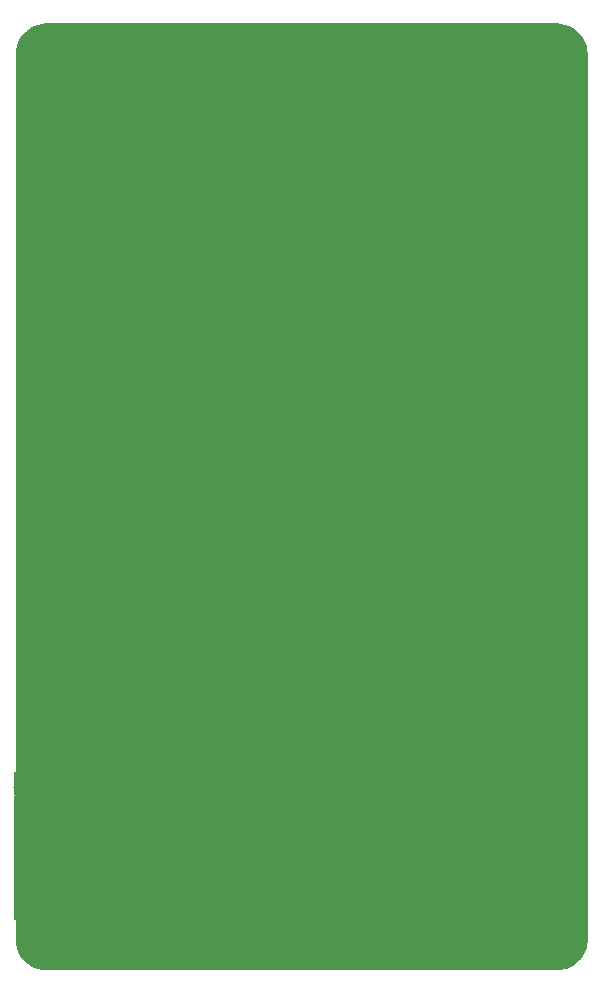
<source format=gtl>
G75*
%MOIN*%
%OFA0B0*%
%FSLAX25Y25*%
%IPPOS*%
%LPD*%
%AMOC8*
5,1,8,0,0,1.08239X$1,22.5*
%
%ADD10R,0.00430X0.00107*%
%ADD11R,0.00110X0.00107*%
%ADD12R,0.01280X0.00106*%
%ADD13R,0.01590X0.00106*%
%ADD14R,0.01810X0.00107*%
%ADD15R,0.01920X0.00106*%
%ADD16R,0.02020X0.00107*%
%ADD17R,0.02240X0.00106*%
%ADD18R,0.02340X0.00106*%
%ADD19R,0.02450X0.00107*%
%ADD20R,0.02560X0.00106*%
%ADD21R,0.02760X0.00106*%
%ADD22R,0.02770X0.00107*%
%ADD23R,0.02980X0.00106*%
%ADD24R,0.02980X0.00107*%
%ADD25R,0.03090X0.00106*%
%ADD26R,0.03200X0.00106*%
%ADD27R,0.03190X0.00107*%
%ADD28R,0.03190X0.00106*%
%ADD29R,0.03300X0.00107*%
%ADD30R,0.03300X0.00106*%
%ADD31R,0.03190X0.00107*%
%ADD32R,0.03300X0.00106*%
%ADD33R,0.03190X0.00106*%
%ADD34R,0.03290X0.00107*%
%ADD35R,0.03190X0.00106*%
%ADD36R,0.03190X0.00106*%
%ADD37R,0.03290X0.00106*%
%ADD38R,0.03200X0.00107*%
%ADD39R,0.03290X0.00106*%
%ADD40R,0.03290X0.00107*%
%ADD41R,0.01060X0.00107*%
%ADD42R,0.02120X0.00106*%
%ADD43R,0.02660X0.00107*%
%ADD44R,0.03080X0.00106*%
%ADD45R,0.03200X0.00106*%
%ADD46R,0.02660X0.00106*%
%ADD47R,0.03620X0.00106*%
%ADD48R,0.03940X0.00107*%
%ADD49R,0.02230X0.00106*%
%ADD50R,0.04260X0.00106*%
%ADD51R,0.02020X0.00106*%
%ADD52R,0.04460X0.00106*%
%ADD53R,0.01710X0.00107*%
%ADD54R,0.04680X0.00107*%
%ADD55R,0.01600X0.00106*%
%ADD56R,0.05000X0.00106*%
%ADD57R,0.01380X0.00107*%
%ADD58R,0.05100X0.00107*%
%ADD59R,0.01170X0.00106*%
%ADD60R,0.05320X0.00106*%
%ADD61R,0.00960X0.00106*%
%ADD62R,0.05540X0.00106*%
%ADD63R,0.00850X0.00107*%
%ADD64R,0.05740X0.00107*%
%ADD65R,0.00540X0.00106*%
%ADD66R,0.05960X0.00106*%
%ADD67R,0.00430X0.00106*%
%ADD68R,0.05960X0.00106*%
%ADD69R,0.00320X0.00107*%
%ADD70R,0.06170X0.00107*%
%ADD71R,0.06490X0.00106*%
%ADD72R,0.06380X0.00107*%
%ADD73R,0.06380X0.00106*%
%ADD74R,0.06600X0.00106*%
%ADD75R,0.06600X0.00107*%
%ADD76R,0.06800X0.00106*%
%ADD77R,0.06800X0.00107*%
%ADD78R,0.07020X0.00106*%
%ADD79R,0.06910X0.00106*%
%ADD80R,0.07020X0.00107*%
%ADD81R,0.07130X0.00107*%
%ADD82R,0.07020X0.00106*%
%ADD83R,0.07130X0.00106*%
%ADD84R,0.07240X0.00107*%
%ADD85R,0.07130X0.00106*%
%ADD86R,0.07240X0.00106*%
%ADD87R,0.06910X0.00107*%
%ADD88R,0.06700X0.00106*%
%ADD89R,0.06600X0.00106*%
%ADD90R,0.00210X0.00107*%
%ADD91R,0.06490X0.00107*%
%ADD92R,0.00320X0.00106*%
%ADD93R,0.06170X0.00106*%
%ADD94R,0.00210X0.00106*%
%ADD95R,0.00540X0.00106*%
%ADD96R,0.06060X0.00106*%
%ADD97R,0.00420X0.00106*%
%ADD98R,0.00740X0.00107*%
%ADD99R,0.05850X0.00106*%
%ADD100R,0.00740X0.00106*%
%ADD101R,0.01170X0.00106*%
%ADD102R,0.05540X0.00106*%
%ADD103R,0.00960X0.00106*%
%ADD104R,0.01390X0.00107*%
%ADD105R,0.05430X0.00107*%
%ADD106R,0.01170X0.00107*%
%ADD107R,0.01700X0.00106*%
%ADD108R,0.06700X0.00106*%
%ADD109R,0.06590X0.00107*%
%ADD110R,0.02230X0.00106*%
%ADD111R,0.04790X0.00106*%
%ADD112R,0.01810X0.00106*%
%ADD113R,0.02450X0.00106*%
%ADD114R,0.02760X0.00107*%
%ADD115R,0.04260X0.00107*%
%ADD116R,0.02240X0.00107*%
%ADD117R,0.02980X0.00106*%
%ADD118R,0.04040X0.00106*%
%ADD119R,0.02340X0.00106*%
%ADD120R,0.03720X0.00106*%
%ADD121R,0.02760X0.00106*%
%ADD122R,0.03510X0.00107*%
%ADD123R,0.03400X0.00107*%
%ADD124R,0.02870X0.00107*%
%ADD125R,0.03720X0.00106*%
%ADD126R,0.02870X0.00106*%
%ADD127R,0.04150X0.00107*%
%ADD128R,0.02340X0.00107*%
%ADD129R,0.04250X0.00106*%
%ADD130R,0.01490X0.00106*%
%ADD131R,0.00110X0.00106*%
%ADD132R,0.04470X0.00106*%
%ADD133R,0.00100X0.00106*%
%ADD134R,0.08400X0.00106*%
%ADD135R,0.04580X0.00106*%
%ADD136R,0.09040X0.00107*%
%ADD137R,0.04690X0.00107*%
%ADD138R,0.09460X0.00106*%
%ADD139R,0.04680X0.00106*%
%ADD140R,0.09680X0.00106*%
%ADD141R,0.04680X0.00106*%
%ADD142R,0.09890X0.00107*%
%ADD143R,0.04790X0.00107*%
%ADD144R,0.10210X0.00106*%
%ADD145R,0.04890X0.00106*%
%ADD146R,0.10320X0.00106*%
%ADD147R,0.04890X0.00106*%
%ADD148R,0.10530X0.00107*%
%ADD149R,0.04900X0.00107*%
%ADD150R,0.10640X0.00106*%
%ADD151R,0.04890X0.00106*%
%ADD152R,0.10850X0.00107*%
%ADD153R,0.05000X0.00107*%
%ADD154R,0.10950X0.00106*%
%ADD155R,0.11170X0.00106*%
%ADD156R,0.11170X0.00107*%
%ADD157R,0.05110X0.00107*%
%ADD158R,0.11270X0.00106*%
%ADD159R,0.05110X0.00106*%
%ADD160R,0.11380X0.00107*%
%ADD161R,0.11490X0.00106*%
%ADD162R,0.05220X0.00106*%
%ADD163R,0.11590X0.00106*%
%ADD164R,0.05210X0.00106*%
%ADD165R,0.11700X0.00107*%
%ADD166R,0.05210X0.00107*%
%ADD167R,0.03080X0.00107*%
%ADD168R,0.11810X0.00106*%
%ADD169R,0.05320X0.00106*%
%ADD170R,0.11810X0.00106*%
%ADD171R,0.05320X0.00106*%
%ADD172R,0.11910X0.00107*%
%ADD173R,0.05320X0.00107*%
%ADD174R,0.12020X0.00106*%
%ADD175R,0.12020X0.00107*%
%ADD176R,0.05530X0.00107*%
%ADD177R,0.12120X0.00106*%
%ADD178R,0.05420X0.00106*%
%ADD179R,0.12230X0.00106*%
%ADD180R,0.05530X0.00106*%
%ADD181R,0.12230X0.00107*%
%ADD182R,0.12340X0.00106*%
%ADD183R,0.05640X0.00106*%
%ADD184R,0.12340X0.00107*%
%ADD185R,0.12340X0.00106*%
%ADD186R,0.05750X0.00106*%
%ADD187R,0.12440X0.00106*%
%ADD188R,0.12440X0.00107*%
%ADD189R,0.05750X0.00107*%
%ADD190R,0.12550X0.00106*%
%ADD191R,0.12550X0.00106*%
%ADD192R,0.05850X0.00106*%
%ADD193R,0.12550X0.00107*%
%ADD194R,0.05850X0.00107*%
%ADD195R,0.12660X0.00107*%
%ADD196R,0.05950X0.00107*%
%ADD197R,0.12660X0.00106*%
%ADD198R,0.12660X0.00106*%
%ADD199R,0.06070X0.00107*%
%ADD200R,0.03090X0.00107*%
%ADD201R,0.12760X0.00107*%
%ADD202R,0.12760X0.00106*%
%ADD203R,0.06170X0.00106*%
%ADD204R,0.06270X0.00107*%
%ADD205R,0.06280X0.00106*%
%ADD206R,0.12760X0.00106*%
%ADD207R,0.06280X0.00106*%
%ADD208R,0.06390X0.00106*%
%ADD209R,0.06490X0.00106*%
%ADD210R,0.06490X0.00107*%
%ADD211R,0.06590X0.00106*%
%ADD212R,0.08080X0.00106*%
%ADD213R,0.00100X0.00106*%
%ADD214R,0.07760X0.00107*%
%ADD215R,0.03720X0.00107*%
%ADD216R,0.06590X0.00107*%
%ADD217R,0.07660X0.00106*%
%ADD218R,0.03610X0.00106*%
%ADD219R,0.07550X0.00107*%
%ADD220R,0.00100X0.00107*%
%ADD221R,0.00220X0.00107*%
%ADD222R,0.06810X0.00107*%
%ADD223R,0.07440X0.00106*%
%ADD224R,0.11700X0.00106*%
%ADD225R,0.07340X0.00106*%
%ADD226R,0.07340X0.00107*%
%ADD227R,0.11280X0.00107*%
%ADD228R,0.07340X0.00106*%
%ADD229R,0.11280X0.00106*%
%ADD230R,0.11180X0.00107*%
%ADD231R,0.03090X0.00107*%
%ADD232R,0.07230X0.00106*%
%ADD233R,0.11070X0.00106*%
%ADD234R,0.10960X0.00106*%
%ADD235R,0.07230X0.00107*%
%ADD236R,0.10860X0.00107*%
%ADD237R,0.10750X0.00106*%
%ADD238R,0.02660X0.00106*%
%ADD239R,0.10530X0.00106*%
%ADD240R,0.02550X0.00106*%
%ADD241R,0.10540X0.00107*%
%ADD242R,0.10430X0.00106*%
%ADD243R,0.10320X0.00107*%
%ADD244R,0.02130X0.00107*%
%ADD245R,0.10220X0.00106*%
%ADD246R,0.01910X0.00106*%
%ADD247R,0.10110X0.00106*%
%ADD248R,0.01590X0.00106*%
%ADD249R,0.09900X0.00106*%
%ADD250R,0.00850X0.00106*%
%ADD251R,0.09790X0.00107*%
%ADD252R,0.09580X0.00106*%
%ADD253R,0.09580X0.00106*%
%ADD254R,0.09470X0.00107*%
%ADD255R,0.09470X0.00106*%
%ADD256R,0.07230X0.00106*%
%ADD257R,0.09260X0.00106*%
%ADD258R,0.09150X0.00107*%
%ADD259R,0.09050X0.00106*%
%ADD260R,0.08830X0.00107*%
%ADD261R,0.08940X0.00106*%
%ADD262R,0.08830X0.00106*%
%ADD263R,0.08830X0.00106*%
%ADD264R,0.08720X0.00107*%
%ADD265R,0.08720X0.00106*%
%ADD266R,0.08720X0.00106*%
%ADD267R,0.09050X0.00106*%
%ADD268R,0.09150X0.00106*%
%ADD269R,0.09260X0.00106*%
%ADD270R,0.09690X0.00107*%
%ADD271R,0.09900X0.00106*%
%ADD272R,0.10000X0.00107*%
%ADD273R,0.10110X0.00107*%
%ADD274R,0.00960X0.00107*%
%ADD275R,0.10320X0.00106*%
%ADD276R,0.01390X0.00106*%
%ADD277R,0.10430X0.00106*%
%ADD278R,0.10640X0.00106*%
%ADD279R,0.10750X0.00107*%
%ADD280R,0.02550X0.00107*%
%ADD281R,0.10860X0.00106*%
%ADD282R,0.02770X0.00107*%
%ADD283R,0.11180X0.00106*%
%ADD284R,0.11390X0.00106*%
%ADD285R,0.03090X0.00106*%
%ADD286R,0.11490X0.00107*%
%ADD287R,0.11710X0.00106*%
%ADD288R,0.11810X0.00107*%
%ADD289R,0.00110X0.00106*%
%ADD290R,0.06920X0.00106*%
%ADD291R,0.06920X0.00106*%
%ADD292R,0.06700X0.00107*%
%ADD293R,0.06710X0.00106*%
%ADD294R,0.06590X0.00106*%
%ADD295R,0.07440X0.00106*%
%ADD296R,0.03400X0.00106*%
%ADD297R,0.07660X0.00106*%
%ADD298R,0.03610X0.00106*%
%ADD299R,0.07760X0.00106*%
%ADD300R,0.03830X0.00106*%
%ADD301R,0.06380X0.00106*%
%ADD302R,0.08190X0.00107*%
%ADD303R,0.04040X0.00107*%
%ADD304R,0.06170X0.00106*%
%ADD305R,0.06170X0.00106*%
%ADD306R,0.06060X0.00107*%
%ADD307R,0.06070X0.00106*%
%ADD308R,0.05960X0.00107*%
%ADD309R,0.05740X0.00106*%
%ADD310R,0.05640X0.00107*%
%ADD311R,0.05630X0.00106*%
%ADD312R,0.05630X0.00106*%
%ADD313R,0.05420X0.00106*%
%ADD314R,0.12440X0.00106*%
%ADD315R,0.05430X0.00106*%
%ADD316R,0.05320X0.00107*%
%ADD317R,0.05320X0.00106*%
%ADD318R,0.12230X0.00106*%
%ADD319R,0.05210X0.00106*%
%ADD320R,0.12120X0.00107*%
%ADD321R,0.12120X0.00106*%
%ADD322R,0.05100X0.00106*%
%ADD323R,0.05110X0.00106*%
%ADD324R,0.11910X0.00106*%
%ADD325R,0.05000X0.00106*%
%ADD326R,0.11590X0.00107*%
%ADD327R,0.11490X0.00106*%
%ADD328R,0.11380X0.00106*%
%ADD329R,0.11270X0.00107*%
%ADD330R,0.04690X0.00106*%
%ADD331R,0.11060X0.00107*%
%ADD332R,0.10950X0.00106*%
%ADD333R,0.04580X0.00106*%
%ADD334R,0.10850X0.00106*%
%ADD335R,0.04470X0.00106*%
%ADD336R,0.10640X0.00107*%
%ADD337R,0.01590X0.00107*%
%ADD338R,0.03940X0.00106*%
%ADD339R,0.10320X0.00106*%
%ADD340R,0.03510X0.00106*%
%ADD341R,0.02440X0.00106*%
%ADD342R,0.10100X0.00107*%
%ADD343R,0.09890X0.00106*%
%ADD344R,0.03830X0.00106*%
%ADD345R,0.02020X0.00106*%
%ADD346R,0.09680X0.00107*%
%ADD347R,0.09360X0.00106*%
%ADD348R,0.04360X0.00106*%
%ADD349R,0.01600X0.00106*%
%ADD350R,0.09040X0.00106*%
%ADD351R,0.02130X0.00106*%
%ADD352R,0.04570X0.00106*%
%ADD353R,0.01380X0.00106*%
%ADD354R,0.00950X0.00107*%
%ADD355R,0.00530X0.00107*%
%ADD356R,0.01910X0.00107*%
%ADD357R,0.01710X0.00106*%
%ADD358R,0.01380X0.00106*%
%ADD359R,0.00740X0.00106*%
%ADD360R,0.07120X0.00107*%
%ADD361R,0.01280X0.00107*%
%ADD362R,0.05540X0.00107*%
%ADD363R,0.01060X0.00106*%
%ADD364R,0.00750X0.00107*%
%ADD365R,0.00640X0.00106*%
%ADD366R,0.06060X0.00106*%
%ADD367R,0.00320X0.00107*%
%ADD368R,0.07120X0.00106*%
%ADD369R,0.06910X0.00106*%
%ADD370R,0.07120X0.00106*%
%ADD371R,0.07020X0.00107*%
%ADD372R,0.06810X0.00106*%
%ADD373R,0.00640X0.00107*%
%ADD374R,0.00850X0.00106*%
%ADD375R,0.05740X0.00106*%
%ADD376R,0.00210X0.00106*%
%ADD377R,0.00320X0.00106*%
%ADD378R,0.00430X0.00106*%
%ADD379R,0.00320X0.00106*%
%ADD380R,0.00220X0.00106*%
%ADD381R,0.01070X0.00106*%
%ADD382R,0.04900X0.00106*%
%ADD383R,0.02020X0.00106*%
%ADD384R,0.04460X0.00106*%
%ADD385R,0.02230X0.00107*%
%ADD386R,0.02770X0.00106*%
%ADD387R,0.03400X0.00106*%
%ADD388R,0.02120X0.00107*%
%ADD389R,0.03410X0.00106*%
%ADD390R,0.03410X0.00106*%
%ADD391R,0.03410X0.00107*%
%ADD392R,0.03290X0.00106*%
%ADD393R,0.03090X0.00106*%
%ADD394R,0.02880X0.00106*%
%ADD395R,0.02880X0.00107*%
%ADD396R,0.02130X0.00106*%
%ADD397R,0.01490X0.00107*%
%ADD398R,0.01280X0.00106*%
%ADD399R,0.00950X0.00106*%
%ADD400R,0.00420X0.00107*%
%ADD401R,0.03730X0.00107*%
%ADD402R,0.03610X0.00107*%
%ADD403R,0.03930X0.00106*%
%ADD404R,0.04150X0.00106*%
%ADD405R,0.04250X0.00106*%
%ADD406R,0.04360X0.00107*%
%ADD407R,0.04250X0.00107*%
%ADD408R,0.04890X0.00107*%
%ADD409R,0.05310X0.00106*%
%ADD410R,0.05420X0.00107*%
%ADD411R,0.05530X0.00106*%
%ADD412R,0.05750X0.00106*%
%ADD413R,0.05950X0.00106*%
%ADD414R,0.05640X0.00106*%
%ADD415R,0.05950X0.00106*%
%ADD416R,0.05430X0.00106*%
%ADD417R,0.05420X0.00106*%
%ADD418R,0.05310X0.00107*%
%ADD419R,0.05310X0.00106*%
%ADD420R,0.04790X0.00106*%
%ADD421R,0.04570X0.00106*%
%ADD422R,0.04360X0.00106*%
%ADD423R,0.04050X0.00106*%
%ADD424R,0.03730X0.00106*%
%ADD425R,0.03720X0.00106*%
%ADD426R,0.02350X0.00106*%
%ADD427R,0.28090X0.00106*%
%ADD428R,0.29050X0.00106*%
%ADD429R,0.29470X0.00107*%
%ADD430R,0.29900X0.00106*%
%ADD431R,0.30220X0.00106*%
%ADD432R,0.30540X0.00107*%
%ADD433R,0.30750X0.00106*%
%ADD434R,0.30960X0.00107*%
%ADD435R,0.31170X0.00106*%
%ADD436R,0.31390X0.00106*%
%ADD437R,0.31600X0.00107*%
%ADD438R,0.31810X0.00106*%
%ADD439R,0.31920X0.00106*%
%ADD440R,0.32130X0.00107*%
%ADD441R,0.32240X0.00106*%
%ADD442R,0.32450X0.00107*%
%ADD443R,0.32560X0.00106*%
%ADD444R,0.32660X0.00106*%
%ADD445R,0.32880X0.00107*%
%ADD446R,0.32980X0.00106*%
%ADD447R,0.33090X0.00107*%
%ADD448R,0.33190X0.00106*%
%ADD449R,0.33300X0.00106*%
%ADD450R,0.33410X0.00107*%
%ADD451R,0.33510X0.00106*%
%ADD452R,0.33620X0.00106*%
%ADD453R,0.33730X0.00107*%
%ADD454R,0.33830X0.00106*%
%ADD455R,0.33940X0.00107*%
%ADD456R,0.34050X0.00106*%
%ADD457R,0.34150X0.00106*%
%ADD458R,0.34150X0.00107*%
%ADD459R,0.34260X0.00106*%
%ADD460R,0.34360X0.00107*%
%ADD461R,0.34470X0.00106*%
%ADD462R,0.34580X0.00106*%
%ADD463R,0.34580X0.00107*%
%ADD464R,0.34680X0.00106*%
%ADD465R,0.34790X0.00106*%
%ADD466R,0.34790X0.00107*%
%ADD467R,0.34900X0.00106*%
%ADD468R,0.34900X0.00107*%
%ADD469R,0.35000X0.00106*%
%ADD470R,0.35110X0.00106*%
%ADD471R,0.35110X0.00107*%
%ADD472R,0.35220X0.00106*%
%ADD473R,0.35320X0.00107*%
%ADD474R,0.35320X0.00106*%
%ADD475R,0.35430X0.00106*%
%ADD476R,0.35430X0.00107*%
%ADD477R,0.35540X0.00106*%
%ADD478R,0.35640X0.00107*%
%ADD479R,0.35640X0.00106*%
%ADD480R,0.35750X0.00106*%
%ADD481R,0.35750X0.00106*%
%ADD482R,0.35850X0.00107*%
%ADD483R,0.35850X0.00106*%
%ADD484R,0.35850X0.00106*%
%ADD485R,0.35960X0.00107*%
%ADD486R,0.35960X0.00106*%
%ADD487R,0.36070X0.00107*%
%ADD488R,0.36070X0.00106*%
%ADD489R,0.36070X0.00106*%
%ADD490R,0.36170X0.00107*%
%ADD491R,0.36170X0.00106*%
%ADD492R,0.36280X0.00106*%
%ADD493R,0.36280X0.00106*%
%ADD494R,0.36280X0.00107*%
%ADD495R,0.36390X0.00106*%
%ADD496R,0.00740X0.00107*%
%ADD497R,0.00420X0.00107*%
%ADD498R,0.00630X0.00107*%
%ADD499R,0.36390X0.00107*%
%ADD500R,0.10630X0.00106*%
%ADD501R,0.36390X0.00106*%
%ADD502R,0.11600X0.00106*%
%ADD503R,0.36490X0.00106*%
%ADD504R,0.11910X0.00106*%
%ADD505R,0.36490X0.00107*%
%ADD506R,0.36490X0.00106*%
%ADD507R,0.12770X0.00107*%
%ADD508R,0.12970X0.00106*%
%ADD509R,0.13190X0.00106*%
%ADD510R,0.36600X0.00106*%
%ADD511R,0.13410X0.00107*%
%ADD512R,0.36600X0.00107*%
%ADD513R,0.13410X0.00106*%
%ADD514R,0.36600X0.00106*%
%ADD515R,0.13610X0.00106*%
%ADD516R,0.13830X0.00107*%
%ADD517R,0.13830X0.00106*%
%ADD518R,0.14050X0.00107*%
%ADD519R,0.14050X0.00106*%
%ADD520R,0.14150X0.00106*%
%ADD521R,0.36710X0.00106*%
%ADD522R,0.14250X0.00107*%
%ADD523R,0.36710X0.00107*%
%ADD524R,0.14250X0.00106*%
%ADD525R,0.14360X0.00107*%
%ADD526R,0.14470X0.00106*%
%ADD527R,0.36710X0.00106*%
%ADD528R,0.14470X0.00106*%
%ADD529R,0.14470X0.00107*%
%ADD530R,0.14580X0.00106*%
%ADD531R,0.14570X0.00107*%
%ADD532R,0.14680X0.00106*%
%ADD533R,0.14680X0.00106*%
%ADD534R,0.13610X0.00106*%
%ADD535R,0.12020X0.00106*%
%ADD536R,0.09790X0.00107*%
%ADD537R,0.10000X0.00106*%
%ADD538R,0.12130X0.00107*%
%ADD539R,0.12970X0.00107*%
%ADD540R,0.13190X0.00106*%
%ADD541R,0.13610X0.00107*%
%ADD542R,0.13830X0.00106*%
%ADD543R,0.14050X0.00106*%
%ADD544R,0.14250X0.00106*%
%ADD545R,0.14580X0.00107*%
%ADD546R,0.14580X0.00106*%
%ADD547R,0.14570X0.00106*%
%ADD548R,0.14570X0.00106*%
%ADD549R,0.14360X0.00106*%
%ADD550R,0.14150X0.00106*%
%ADD551R,0.13720X0.00107*%
%ADD552R,0.13410X0.00106*%
%ADD553R,0.13080X0.00106*%
%ADD554R,0.12770X0.00106*%
%ADD555R,0.10960X0.00106*%
%ADD556R,0.00220X0.00107*%
%ADD557R,0.00310X0.00107*%
%ADD558R,0.11070X0.00106*%
%ADD559R,0.11490X0.00107*%
%ADD560R,0.23730X0.00106*%
%ADD561R,0.11070X0.00106*%
%ADD562R,0.23190X0.00106*%
%ADD563R,0.22880X0.00107*%
%ADD564R,0.10540X0.00106*%
%ADD565R,0.22660X0.00106*%
%ADD566R,0.10320X0.00107*%
%ADD567R,0.22450X0.00107*%
%ADD568R,0.10220X0.00106*%
%ADD569R,0.22240X0.00106*%
%ADD570R,0.10000X0.00106*%
%ADD571R,0.22130X0.00106*%
%ADD572R,0.09900X0.00107*%
%ADD573R,0.21920X0.00107*%
%ADD574R,0.09690X0.00106*%
%ADD575R,0.21810X0.00106*%
%ADD576R,0.21600X0.00106*%
%ADD577R,0.09470X0.00107*%
%ADD578R,0.21600X0.00107*%
%ADD579R,0.09370X0.00106*%
%ADD580R,0.21490X0.00106*%
%ADD581R,0.09260X0.00107*%
%ADD582R,0.21390X0.00107*%
%ADD583R,0.09150X0.00106*%
%ADD584R,0.21280X0.00106*%
%ADD585R,0.21170X0.00106*%
%ADD586R,0.08940X0.00107*%
%ADD587R,0.21070X0.00107*%
%ADD588R,0.08940X0.00106*%
%ADD589R,0.20960X0.00106*%
%ADD590R,0.20960X0.00106*%
%ADD591R,0.20850X0.00107*%
%ADD592R,0.08730X0.00106*%
%ADD593R,0.20850X0.00106*%
%ADD594R,0.08620X0.00107*%
%ADD595R,0.20750X0.00107*%
%ADD596R,0.08620X0.00106*%
%ADD597R,0.20640X0.00106*%
%ADD598R,0.08520X0.00106*%
%ADD599R,0.20640X0.00106*%
%ADD600R,0.08520X0.00107*%
%ADD601R,0.20640X0.00107*%
%ADD602R,0.08410X0.00106*%
%ADD603R,0.20540X0.00106*%
%ADD604R,0.08410X0.00107*%
%ADD605R,0.20540X0.00107*%
%ADD606R,0.20430X0.00106*%
%ADD607R,0.08300X0.00106*%
%ADD608R,0.20430X0.00106*%
%ADD609R,0.08300X0.00107*%
%ADD610R,0.20430X0.00107*%
%ADD611R,0.08300X0.00106*%
%ADD612R,0.20320X0.00106*%
%ADD613R,0.08200X0.00107*%
%ADD614R,0.20320X0.00107*%
%ADD615R,0.10850X0.00106*%
%ADD616R,0.08200X0.00106*%
%ADD617R,0.20320X0.00106*%
%ADD618R,0.08200X0.00106*%
%ADD619R,0.12130X0.00106*%
%ADD620R,0.20220X0.00106*%
%ADD621R,0.20220X0.00106*%
%ADD622R,0.12870X0.00107*%
%ADD623R,0.20220X0.00107*%
%ADD624R,0.13720X0.00106*%
%ADD625R,0.13940X0.00106*%
%ADD626R,0.08410X0.00106*%
%ADD627R,0.20540X0.00106*%
%ADD628R,0.08520X0.00106*%
%ADD629R,0.08620X0.00106*%
%ADD630R,0.20750X0.00106*%
%ADD631R,0.01700X0.00107*%
%ADD632R,0.02440X0.00106*%
%ADD633R,0.21070X0.00106*%
%ADD634R,0.09050X0.00107*%
%ADD635R,0.03940X0.00106*%
%ADD636R,0.04580X0.00107*%
%ADD637R,0.09360X0.00107*%
%ADD638R,0.04780X0.00106*%
%ADD639R,0.21710X0.00106*%
%ADD640R,0.21920X0.00106*%
%ADD641R,0.05220X0.00107*%
%ADD642R,0.22020X0.00107*%
%ADD643R,0.05640X0.00107*%
%ADD644R,0.22340X0.00107*%
%ADD645R,0.22560X0.00106*%
%ADD646R,0.10530X0.00106*%
%ADD647R,0.22770X0.00106*%
%ADD648R,0.06280X0.00107*%
%ADD649R,0.13300X0.00107*%
%ADD650R,0.22980X0.00107*%
%ADD651R,0.11060X0.00106*%
%ADD652R,0.23410X0.00106*%
%ADD653R,0.23940X0.00106*%
%ADD654R,0.06920X0.00107*%
%ADD655R,0.07340X0.00107*%
%ADD656R,0.07560X0.00106*%
%ADD657R,0.07760X0.00106*%
%ADD658R,0.11490X0.00106*%
%ADD659R,0.07980X0.00107*%
%ADD660R,0.11070X0.00107*%
%ADD661R,0.08190X0.00106*%
%ADD662R,0.08400X0.00107*%
%ADD663R,0.09040X0.00107*%
%ADD664R,0.10740X0.00107*%
%ADD665R,0.11170X0.00107*%
%ADD666R,0.11380X0.00106*%
%ADD667R,0.12240X0.00106*%
%ADD668R,0.12440X0.00107*%
%ADD669R,0.12880X0.00107*%
%ADD670R,0.35540X0.00107*%
%ADD671R,0.13080X0.00106*%
%ADD672R,0.13300X0.00106*%
%ADD673R,0.35540X0.00106*%
%ADD674R,0.13510X0.00107*%
%ADD675R,0.13720X0.00106*%
%ADD676R,0.13940X0.00106*%
%ADD677R,0.14150X0.00107*%
%ADD678R,0.35220X0.00107*%
%ADD679R,0.14780X0.00106*%
%ADD680R,0.14890X0.00106*%
%ADD681R,0.14900X0.00107*%
%ADD682R,0.14890X0.00106*%
%ADD683R,0.14890X0.00107*%
%ADD684R,0.14900X0.00106*%
%ADD685R,0.14890X0.00107*%
%ADD686R,0.15000X0.00106*%
%ADD687R,0.15000X0.00106*%
%ADD688R,0.00420X0.00106*%
%ADD689R,0.00640X0.00107*%
%ADD690R,0.00860X0.00106*%
%ADD691R,0.15000X0.00107*%
%ADD692R,0.01480X0.00106*%
%ADD693R,0.02120X0.00106*%
%ADD694R,0.02870X0.00106*%
%ADD695R,0.32770X0.00107*%
%ADD696R,0.15110X0.00106*%
%ADD697R,0.04470X0.00106*%
%ADD698R,0.15110X0.00107*%
%ADD699R,0.04570X0.00107*%
%ADD700R,0.15100X0.00106*%
%ADD701R,0.15110X0.00106*%
%ADD702R,0.15100X0.00107*%
%ADD703R,0.06390X0.00107*%
%ADD704R,0.30430X0.00107*%
%ADD705R,0.15100X0.00106*%
%ADD706R,0.06590X0.00106*%
%ADD707R,0.06920X0.00106*%
%ADD708R,0.15220X0.00107*%
%ADD709R,0.28830X0.00106*%
%ADD710R,0.07450X0.00106*%
%ADD711R,0.00640X0.00106*%
%ADD712R,0.00530X0.00106*%
%ADD713R,0.00540X0.00106*%
%ADD714R,0.01800X0.00106*%
%ADD715R,0.15220X0.00107*%
%ADD716R,0.15210X0.00106*%
%ADD717R,0.07980X0.00106*%
%ADD718R,0.15210X0.00106*%
%ADD719R,0.15210X0.00107*%
%ADD720R,0.15220X0.00106*%
%ADD721R,0.09790X0.00106*%
%ADD722R,0.15220X0.00106*%
%ADD723R,0.10100X0.00106*%
%ADD724R,0.15320X0.00106*%
%ADD725R,0.15310X0.00106*%
%ADD726R,0.15320X0.00106*%
%ADD727R,0.11280X0.00106*%
%ADD728R,0.15320X0.00107*%
%ADD729R,0.15320X0.00106*%
%ADD730R,0.15320X0.00107*%
%ADD731R,0.15320X0.00106*%
%ADD732R,0.13090X0.00106*%
%ADD733R,0.13290X0.00106*%
%ADD734R,0.13730X0.00106*%
%ADD735R,0.15310X0.00107*%
%ADD736R,0.13930X0.00107*%
%ADD737R,0.15420X0.00106*%
%ADD738R,0.15430X0.00106*%
%ADD739R,0.15420X0.00107*%
%ADD740R,0.15430X0.00107*%
%ADD741R,0.15420X0.00106*%
%ADD742R,0.15540X0.00106*%
%ADD743R,0.15640X0.00107*%
%ADD744R,0.15420X0.00106*%
%ADD745R,0.15960X0.00106*%
%ADD746R,0.01810X0.00106*%
%ADD747R,0.15430X0.00106*%
%ADD748R,0.16170X0.00106*%
%ADD749R,0.02450X0.00106*%
%ADD750R,0.16380X0.00107*%
%ADD751R,0.15420X0.00106*%
%ADD752R,0.16600X0.00106*%
%ADD753R,0.16810X0.00107*%
%ADD754R,0.17020X0.00106*%
%ADD755R,0.17240X0.00106*%
%ADD756R,0.17550X0.00107*%
%ADD757R,0.17660X0.00106*%
%ADD758R,0.15530X0.00106*%
%ADD759R,0.17980X0.00106*%
%ADD760R,0.04690X0.00106*%
%ADD761R,0.15540X0.00107*%
%ADD762R,0.18190X0.00107*%
%ADD763R,0.15530X0.00106*%
%ADD764R,0.18400X0.00106*%
%ADD765R,0.18620X0.00107*%
%ADD766R,0.18830X0.00106*%
%ADD767R,0.19040X0.00106*%
%ADD768R,0.19260X0.00107*%
%ADD769R,0.19470X0.00106*%
%ADD770R,0.19790X0.00107*%
%ADD771R,0.14790X0.00106*%
%ADD772R,0.19890X0.00106*%
%ADD773R,0.20110X0.00106*%
%ADD774R,0.20320X0.00107*%
%ADD775R,0.20630X0.00106*%
%ADD776R,0.14040X0.00106*%
%ADD777R,0.13720X0.00107*%
%ADD778R,0.21270X0.00106*%
%ADD779R,0.21490X0.00107*%
%ADD780R,0.13190X0.00106*%
%ADD781R,0.21910X0.00106*%
%ADD782R,0.22130X0.00107*%
%ADD783R,0.12350X0.00107*%
%ADD784R,0.22230X0.00107*%
%ADD785R,0.22340X0.00106*%
%ADD786R,0.11710X0.00107*%
%ADD787R,0.01070X0.00106*%
%ADD788R,0.11600X0.00106*%
%ADD789R,0.22440X0.00106*%
%ADD790R,0.11270X0.00106*%
%ADD791R,0.22450X0.00106*%
%ADD792R,0.33620X0.00107*%
%ADD793R,0.22440X0.00106*%
%ADD794R,0.10630X0.00107*%
%ADD795R,0.33190X0.00106*%
%ADD796R,0.02340X0.00106*%
%ADD797R,0.32760X0.00106*%
%ADD798R,0.00530X0.00106*%
%ADD799R,0.32660X0.00107*%
%ADD800R,0.02770X0.00106*%
%ADD801R,0.32450X0.00106*%
%ADD802R,0.01070X0.00106*%
%ADD803R,0.32340X0.00107*%
%ADD804R,0.01270X0.00107*%
%ADD805R,0.32030X0.00106*%
%ADD806R,0.01490X0.00106*%
%ADD807R,0.03620X0.00107*%
%ADD808R,0.31700X0.00107*%
%ADD809R,0.04040X0.00106*%
%ADD810R,0.31280X0.00106*%
%ADD811R,0.31170X0.00107*%
%ADD812R,0.30850X0.00106*%
%ADD813R,0.30750X0.00107*%
%ADD814R,0.30420X0.00106*%
%ADD815R,0.30210X0.00106*%
%ADD816R,0.03620X0.00106*%
%ADD817R,0.30110X0.00107*%
%ADD818R,0.03830X0.00107*%
%ADD819R,0.29790X0.00106*%
%ADD820R,0.04150X0.00106*%
%ADD821R,0.29680X0.00106*%
%ADD822R,0.29580X0.00107*%
%ADD823R,0.04570X0.00107*%
%ADD824R,0.29260X0.00106*%
%ADD825R,0.29040X0.00107*%
%ADD826R,0.05220X0.00106*%
%ADD827R,0.28720X0.00106*%
%ADD828R,0.28400X0.00107*%
%ADD829R,0.28190X0.00106*%
%ADD830R,0.28190X0.00107*%
%ADD831R,0.27760X0.00106*%
%ADD832R,0.27660X0.00106*%
%ADD833R,0.27560X0.00107*%
%ADD834R,0.27230X0.00106*%
%ADD835R,0.27020X0.00106*%
%ADD836R,0.06710X0.00106*%
%ADD837R,0.26920X0.00107*%
%ADD838R,0.26590X0.00106*%
%ADD839R,0.06920X0.00106*%
%ADD840R,0.26390X0.00107*%
%ADD841R,0.26280X0.00106*%
%ADD842R,0.25950X0.00106*%
%ADD843R,0.07350X0.00106*%
%ADD844R,0.25850X0.00107*%
%ADD845R,0.25640X0.00106*%
%ADD846R,0.07550X0.00106*%
%ADD847R,0.25530X0.00107*%
%ADD848R,0.07660X0.00107*%
%ADD849R,0.25210X0.00106*%
%ADD850R,0.01490X0.00106*%
%ADD851R,0.25000X0.00106*%
%ADD852R,0.07870X0.00106*%
%ADD853R,0.24890X0.00107*%
%ADD854R,0.07870X0.00107*%
%ADD855R,0.01920X0.00106*%
%ADD856R,0.24570X0.00106*%
%ADD857R,0.08080X0.00106*%
%ADD858R,0.24360X0.00106*%
%ADD859R,0.08190X0.00106*%
%ADD860R,0.24260X0.00107*%
%ADD861R,0.24040X0.00106*%
%ADD862R,0.23940X0.00107*%
%ADD863R,0.32020X0.00106*%
%ADD864R,0.31910X0.00106*%
%ADD865R,0.31810X0.00107*%
%ADD866R,0.31490X0.00106*%
%ADD867R,0.31270X0.00107*%
%ADD868R,0.04040X0.00106*%
%ADD869R,0.04470X0.00107*%
%ADD870R,0.30640X0.00107*%
%ADD871R,0.30530X0.00106*%
%ADD872R,0.30210X0.00106*%
%ADD873R,0.30100X0.00107*%
%ADD874R,0.29890X0.00106*%
%ADD875R,0.29680X0.00107*%
%ADD876R,0.29360X0.00106*%
%ADD877R,0.29150X0.00106*%
%ADD878R,0.29040X0.00107*%
%ADD879R,0.28730X0.00106*%
%ADD880R,0.06390X0.00106*%
%ADD881R,0.28620X0.00106*%
%ADD882R,0.28090X0.00106*%
%ADD883R,0.06710X0.00107*%
%ADD884R,0.27870X0.00107*%
%ADD885R,0.06810X0.00106*%
%ADD886R,0.27770X0.00106*%
%ADD887R,0.27450X0.00106*%
%ADD888R,0.27340X0.00107*%
%ADD889R,0.27130X0.00106*%
%ADD890R,0.26810X0.00107*%
%ADD891R,0.26590X0.00106*%
%ADD892R,0.26390X0.00106*%
%ADD893R,0.07450X0.00107*%
%ADD894R,0.26170X0.00107*%
%ADD895R,0.07550X0.00106*%
%ADD896R,0.26060X0.00106*%
%ADD897R,0.25750X0.00106*%
%ADD898R,0.25430X0.00106*%
%ADD899R,0.25110X0.00107*%
%ADD900R,0.07880X0.00106*%
%ADD901R,0.24680X0.00106*%
%ADD902R,0.24570X0.00107*%
%ADD903R,0.24250X0.00106*%
%ADD904R,0.08080X0.00107*%
%ADD905R,0.24050X0.00107*%
%ADD906R,0.08190X0.00106*%
%ADD907R,0.23720X0.00106*%
%ADD908R,0.23410X0.00107*%
%ADD909R,0.23300X0.00106*%
%ADD910R,0.22980X0.00106*%
%ADD911R,0.22770X0.00107*%
%ADD912R,0.22770X0.00106*%
%ADD913R,0.08510X0.00107*%
%ADD914R,0.02970X0.00107*%
%ADD915R,0.08510X0.00106*%
%ADD916R,0.22130X0.00106*%
%ADD917R,0.02550X0.00106*%
%ADD918R,0.08510X0.00106*%
%ADD919R,0.22020X0.00106*%
%ADD920R,0.21710X0.00107*%
%ADD921R,0.01270X0.00107*%
%ADD922R,0.08620X0.00106*%
%ADD923R,0.21600X0.00106*%
%ADD924R,0.08610X0.00107*%
%ADD925R,0.21270X0.00107*%
%ADD926R,0.08720X0.00106*%
%ADD927R,0.21170X0.00106*%
%ADD928R,0.08720X0.00107*%
%ADD929R,0.08720X0.00106*%
%ADD930R,0.20530X0.00106*%
%ADD931R,0.20320X0.00106*%
%ADD932R,0.20000X0.00107*%
%ADD933R,0.19890X0.00106*%
%ADD934R,0.08930X0.00107*%
%ADD935R,0.19570X0.00107*%
%ADD936R,0.19470X0.00106*%
%ADD937R,0.19150X0.00106*%
%ADD938R,0.19040X0.00107*%
%ADD939R,0.08940X0.00106*%
%ADD940R,0.18510X0.00106*%
%ADD941R,0.18290X0.00107*%
%ADD942R,0.18190X0.00106*%
%ADD943R,0.17870X0.00107*%
%ADD944R,0.17660X0.00106*%
%ADD945R,0.09140X0.00107*%
%ADD946R,0.17230X0.00107*%
%ADD947R,0.17020X0.00106*%
%ADD948R,0.16910X0.00107*%
%ADD949R,0.09250X0.00106*%
%ADD950R,0.16590X0.00106*%
%ADD951R,0.09250X0.00106*%
%ADD952R,0.16390X0.00106*%
%ADD953R,0.16280X0.00107*%
%ADD954R,0.15950X0.00106*%
%ADD955R,0.09360X0.00106*%
%ADD956R,0.15850X0.00106*%
%ADD957R,0.09370X0.00107*%
%ADD958R,0.15530X0.00107*%
%ADD959R,0.09460X0.00106*%
%ADD960R,0.09570X0.00107*%
%ADD961R,0.09570X0.00106*%
%ADD962R,0.09570X0.00107*%
%ADD963R,0.13190X0.00106*%
%ADD964R,0.09680X0.00106*%
%ADD965R,0.13090X0.00106*%
%ADD966R,0.09790X0.00106*%
%ADD967R,0.12130X0.00106*%
%ADD968R,0.09780X0.00106*%
%ADD969R,0.10110X0.00106*%
%ADD970R,0.10210X0.00106*%
%ADD971R,0.10210X0.00107*%
%ADD972R,0.09790X0.00106*%
%ADD973R,0.09470X0.00106*%
%ADD974R,0.10420X0.00107*%
%ADD975R,0.10540X0.00106*%
%ADD976R,0.08290X0.00107*%
%ADD977R,0.08090X0.00106*%
%ADD978R,0.08090X0.00107*%
%ADD979R,0.10740X0.00106*%
%ADD980R,0.10950X0.00107*%
%ADD981R,0.11170X0.00106*%
%ADD982R,0.05420X0.00106*%
%ADD983R,0.12240X0.00106*%
%ADD984R,0.12560X0.00107*%
%ADD985R,0.12980X0.00107*%
%ADD986R,0.04050X0.00107*%
%ADD987R,0.13400X0.00106*%
%ADD988R,0.13620X0.00107*%
%ADD989R,0.13940X0.00106*%
%ADD990R,0.15640X0.00106*%
%ADD991R,0.16060X0.00106*%
%ADD992R,0.01910X0.00106*%
%ADD993R,0.16490X0.00107*%
%ADD994R,0.16920X0.00106*%
%ADD995R,0.17340X0.00107*%
%ADD996R,0.17870X0.00106*%
%ADD997R,0.18300X0.00106*%
%ADD998R,0.18720X0.00107*%
%ADD999R,0.19260X0.00106*%
%ADD1000R,0.19690X0.00106*%
%ADD1001R,0.20210X0.00107*%
%ADD1002R,0.21060X0.00107*%
%ADD1003R,0.21380X0.00106*%
%ADD1004R,0.22120X0.00107*%
%ADD1005R,0.22550X0.00106*%
%ADD1006R,0.22770X0.00106*%
%ADD1007R,0.23190X0.00107*%
%ADD1008R,0.23300X0.00106*%
%ADD1009R,0.23510X0.00106*%
%ADD1010R,0.23620X0.00106*%
%ADD1011R,0.23720X0.00107*%
%ADD1012R,0.23830X0.00106*%
%ADD1013R,0.24150X0.00106*%
%ADD1014R,0.24470X0.00106*%
%ADD1015R,0.24580X0.00107*%
%ADD1016R,0.05220X0.00107*%
%ADD1017R,0.24680X0.00106*%
%ADD1018R,0.24790X0.00107*%
%ADD1019R,0.04890X0.00107*%
%ADD1020R,0.24900X0.00106*%
%ADD1021R,0.11060X0.00106*%
%ADD1022R,0.03720X0.00107*%
%ADD1023R,0.12870X0.00106*%
%ADD1024R,0.10640X0.00106*%
%ADD1025R,0.10430X0.00107*%
%ADD1026R,0.10320X0.00106*%
%ADD1027R,0.02880X0.00106*%
%ADD1028R,0.12450X0.00106*%
%ADD1029R,0.02770X0.00106*%
%ADD1030R,0.12450X0.00107*%
%ADD1031R,0.02440X0.00107*%
%ADD1032R,0.02020X0.00107*%
%ADD1033R,0.12240X0.00106*%
%ADD1034R,0.09890X0.00106*%
%ADD1035R,0.12240X0.00107*%
%ADD1036R,0.01170X0.00106*%
%ADD1037R,0.09470X0.00106*%
%ADD1038R,0.11920X0.00106*%
%ADD1039R,0.09470X0.00106*%
%ADD1040R,0.11920X0.00107*%
%ADD1041R,0.11920X0.00106*%
%ADD1042R,0.09250X0.00107*%
%ADD1043R,0.09040X0.00106*%
%ADD1044R,0.11600X0.00107*%
%ADD1045R,0.06170X0.00107*%
%ADD1046R,0.05860X0.00106*%
%ADD1047R,0.11170X0.00106*%
%ADD1048R,0.00220X0.00106*%
%ADD1049R,0.10960X0.00107*%
%ADD1050R,0.10750X0.00106*%
%ADD1051R,0.07870X0.00107*%
%ADD1052R,0.07770X0.00106*%
%ADD1053R,0.07020X0.00106*%
%ADD1054R,0.06070X0.00106*%
%ADD1055R,0.03620X0.00106*%
%ADD1056R,0.02870X0.00106*%
%ADD1057R,0.02240X0.00106*%
%ADD1058R,0.01600X0.00107*%
%ADD1059R,0.00750X0.00106*%
%ADD1060R,0.00640X0.00106*%
%ADD1061R,0.01710X0.00106*%
%ADD1062R,0.01920X0.00107*%
%ADD1063R,0.02560X0.00106*%
%ADD1064R,0.02870X0.00107*%
%ADD1065R,0.02870X0.00106*%
%ADD1066R,0.02770X0.00106*%
%ADD1067R,0.00540X0.00107*%
%ADD1068R,0.00750X0.00106*%
%ADD1069R,0.01070X0.00107*%
%ADD1070R,0.01170X0.00107*%
%ADD1071R,0.01170X0.00106*%
%ADD1072R,0.01270X0.00106*%
%ADD1073R,0.01270X0.00106*%
%ADD1074R,0.01270X0.00106*%
%ADD1075R,0.01070X0.00106*%
%ADD1076R,0.01180X0.00107*%
%ADD1077R,0.03620X0.00107*%
%ADD1078R,0.03940X0.00107*%
%ADD1079R,0.10640X0.00107*%
%ADD1080R,0.04790X0.00107*%
%ADD1081R,0.04260X0.00106*%
%ADD1082R,0.03940X0.00106*%
%ADD1083R,0.03620X0.00106*%
%ADD1084R,0.03510X0.00106*%
%ADD1085R,0.02650X0.00106*%
%ADD1086R,0.02560X0.00107*%
%ADD1087R,0.03080X0.00106*%
%ADD1088R,0.02440X0.00106*%
%ADD1089R,0.01920X0.00107*%
%ADD1090R,0.02120X0.00106*%
%ADD1091R,0.02340X0.00107*%
%ADD1092R,0.02350X0.00106*%
%ADD1093R,0.04900X0.00106*%
%ADD1094R,0.04570X0.00106*%
%ADD1095R,0.04470X0.00107*%
%ADD1096R,0.02440X0.00107*%
%ADD1097R,0.02340X0.00106*%
%ADD1098R,0.02350X0.00107*%
%ADD1099R,0.07020X0.00106*%
%ADD1100R,0.07340X0.00106*%
%ADD1101R,0.07870X0.00106*%
%ADD1102R,0.08090X0.00106*%
%ADD1103R,0.08730X0.00107*%
%ADD1104R,0.08930X0.00106*%
%ADD1105R,0.02240X0.00107*%
%ADD1106R,0.02120X0.00107*%
%ADD1107R,0.02240X0.00106*%
%ADD1108R,0.02120X0.00106*%
%ADD1109R,0.03090X0.00106*%
%ADD1110R,0.03290X0.00106*%
%ADD1111R,0.03730X0.00106*%
%ADD1112R,0.11270X0.00106*%
%ADD1113R,0.09370X0.00106*%
%ADD1114R,0.07450X0.00106*%
%ADD1115C,0.00600*%
D10*
X0023180Y0006957D03*
X0145200Y0151425D03*
X0147330Y0151425D03*
X0150310Y0151425D03*
X0149990Y0128127D03*
X0147540Y0128127D03*
X0147010Y0128127D03*
X0194990Y0265255D03*
X0194990Y0274723D03*
X0194990Y0278872D03*
X0006160Y0225574D03*
D11*
X0006530Y0066425D03*
X0013550Y0066425D03*
X0013660Y0060893D03*
X0018870Y0028340D03*
X0023550Y0006957D03*
X0142810Y0139723D03*
X0143660Y0139723D03*
X0143980Y0139723D03*
X0145040Y0139723D03*
X0145470Y0139723D03*
X0146320Y0139723D03*
X0147170Y0139723D03*
X0149720Y0139723D03*
X0150040Y0139723D03*
X0150360Y0139723D03*
X0151000Y0139723D03*
X0151320Y0139723D03*
X0151320Y0145574D03*
X0151530Y0145574D03*
X0151960Y0145574D03*
X0149300Y0145574D03*
X0148550Y0145574D03*
X0148340Y0145574D03*
X0148020Y0145574D03*
X0146530Y0145574D03*
X0146320Y0145574D03*
X0145040Y0145574D03*
X0143870Y0145574D03*
X0143020Y0145574D03*
X0142700Y0145574D03*
X0148550Y0157276D03*
X0151850Y0168872D03*
X0180360Y0180574D03*
X0181320Y0180574D03*
X0180790Y0116425D03*
X0169510Y0116425D03*
X0168980Y0116425D03*
X0192490Y0116425D03*
X0192700Y0116425D03*
X0193340Y0101957D03*
X0195150Y0270893D03*
X0174510Y0287489D03*
X0172810Y0285255D03*
X0172170Y0294191D03*
X0160680Y0306106D03*
X0160360Y0306106D03*
D12*
X0189565Y0281319D03*
X0190305Y0280468D03*
X0190625Y0280149D03*
X0191055Y0279617D03*
X0191265Y0279404D03*
X0192545Y0277915D03*
X0193285Y0277064D03*
X0193925Y0276319D03*
X0194245Y0276000D03*
X0193395Y0273553D03*
X0194245Y0272596D03*
X0191265Y0276000D03*
X0189885Y0277596D03*
X0189565Y0277915D03*
X0189135Y0278447D03*
X0188285Y0279404D03*
X0023285Y0007064D03*
X0015205Y0184404D03*
X0010735Y0188979D03*
D13*
X0023340Y0007170D03*
D14*
X0023340Y0007276D03*
X0030470Y0071744D03*
X0023340Y0080042D03*
X0042700Y0173872D03*
X0160470Y0305574D03*
X0171110Y0294191D03*
D15*
X0042755Y0173979D03*
X0023395Y0079936D03*
X0023395Y0007383D03*
D16*
X0023445Y0007489D03*
X0030145Y0021106D03*
X0044195Y0057808D03*
X0054295Y0185574D03*
X0006955Y0224510D03*
X0185365Y0299191D03*
X0185365Y0299510D03*
X0185365Y0299723D03*
D17*
X0184935Y0302596D03*
X0184725Y0303447D03*
X0184615Y0303553D03*
X0184725Y0295468D03*
X0176425Y0299404D03*
X0176425Y0301851D03*
X0188445Y0282064D03*
X0194085Y0267383D03*
X0159935Y0294936D03*
X0159725Y0295468D03*
X0159725Y0295681D03*
X0159615Y0296000D03*
X0159615Y0302596D03*
X0159615Y0302915D03*
X0023445Y0007596D03*
D18*
X0023495Y0007702D03*
X0192545Y0116213D03*
X0185945Y0291213D03*
X0184135Y0304830D03*
X0176265Y0302170D03*
X0176265Y0298766D03*
X0160415Y0293766D03*
X0159985Y0294830D03*
D19*
X0160680Y0293340D03*
X0160790Y0293127D03*
X0176000Y0298340D03*
X0184620Y0294723D03*
X0185890Y0291425D03*
X0186210Y0290893D03*
X0186320Y0290574D03*
X0186530Y0290255D03*
X0193980Y0281106D03*
X0193980Y0267489D03*
X0042700Y0174191D03*
X0040470Y0204723D03*
X0023550Y0079510D03*
X0030470Y0015574D03*
X0023550Y0007808D03*
D20*
X0023605Y0007915D03*
X0033925Y0072383D03*
X0010735Y0189617D03*
X0161585Y0291851D03*
X0161265Y0292383D03*
X0184565Y0294617D03*
X0193925Y0281319D03*
D21*
X0193395Y0282064D03*
X0193075Y0282383D03*
X0190415Y0285468D03*
X0188285Y0287915D03*
X0187755Y0288553D03*
X0187435Y0288979D03*
X0184565Y0294404D03*
X0182115Y0307915D03*
X0175415Y0303553D03*
X0175095Y0303979D03*
X0174565Y0304617D03*
X0174245Y0304936D03*
X0173075Y0306319D03*
X0172435Y0307064D03*
X0171585Y0308021D03*
X0175415Y0297596D03*
X0167115Y0297383D03*
X0166585Y0298021D03*
X0163075Y0302064D03*
X0162225Y0291000D03*
X0182755Y0280681D03*
X0183395Y0279936D03*
X0184245Y0278979D03*
X0185415Y0277596D03*
X0187115Y0275681D03*
X0187755Y0274936D03*
X0188925Y0273553D03*
X0189775Y0272596D03*
X0190415Y0271851D03*
X0190735Y0271532D03*
X0191905Y0270149D03*
X0192115Y0269936D03*
X0193395Y0268447D03*
X0037225Y0065681D03*
X0023605Y0008021D03*
D22*
X0023710Y0008127D03*
X0189350Y0273127D03*
X0191800Y0270255D03*
X0192010Y0270042D03*
X0193500Y0268340D03*
X0186160Y0276744D03*
X0182860Y0280574D03*
X0181800Y0281744D03*
X0187650Y0288659D03*
X0191050Y0284723D03*
X0191800Y0283872D03*
X0192010Y0283659D03*
X0182650Y0307276D03*
X0175200Y0303872D03*
X0173710Y0305574D03*
X0170310Y0309510D03*
X0164350Y0300574D03*
X0162860Y0302276D03*
D23*
X0162865Y0290362D03*
X0033925Y0065787D03*
X0023715Y0008234D03*
X0010735Y0189830D03*
D24*
X0015205Y0185255D03*
X0037225Y0065574D03*
X0023815Y0008340D03*
X0192545Y0194723D03*
X0181265Y0282276D03*
X0181055Y0282489D03*
X0175095Y0297276D03*
X0167545Y0296957D03*
X0162965Y0290255D03*
X0160625Y0304723D03*
X0181375Y0308659D03*
X0181695Y0308340D03*
D25*
X0181000Y0282596D03*
X0163020Y0290149D03*
X0169190Y0181000D03*
X0169190Y0116000D03*
X0192490Y0116000D03*
X0039190Y0023979D03*
X0023870Y0008447D03*
D26*
X0023925Y0008553D03*
X0040095Y0062596D03*
D27*
X0024030Y0078659D03*
X0043180Y0028127D03*
X0040730Y0025574D03*
X0039880Y0024723D03*
X0030630Y0015255D03*
X0029880Y0014510D03*
X0026480Y0011106D03*
X0024030Y0008659D03*
D28*
X0024140Y0008766D03*
X0027010Y0011638D03*
X0029140Y0013766D03*
X0029670Y0014298D03*
X0030200Y0014830D03*
X0037440Y0022170D03*
X0037970Y0022702D03*
X0038500Y0023234D03*
X0039460Y0024298D03*
X0039990Y0024830D03*
X0040520Y0025362D03*
X0040950Y0025787D03*
X0041370Y0026213D03*
X0041800Y0026638D03*
X0043290Y0028234D03*
X0043820Y0028766D03*
X0038390Y0064298D03*
X0015200Y0185362D03*
X0040520Y0204298D03*
X0163390Y0289830D03*
X0167970Y0296638D03*
X0184460Y0293766D03*
D29*
X0180145Y0283340D03*
X0174615Y0296744D03*
X0180785Y0309191D03*
X0030575Y0214191D03*
X0024295Y0078340D03*
X0024935Y0077808D03*
X0025255Y0077489D03*
X0025465Y0077276D03*
X0026635Y0076106D03*
X0026955Y0075893D03*
X0027595Y0075255D03*
X0027805Y0075042D03*
X0028125Y0074723D03*
X0028975Y0073872D03*
X0029725Y0073127D03*
X0030145Y0072808D03*
X0030575Y0072276D03*
X0029935Y0065893D03*
X0037385Y0065255D03*
X0037595Y0065042D03*
X0037915Y0064723D03*
X0038125Y0064510D03*
X0038445Y0064191D03*
X0038765Y0063872D03*
X0038975Y0063659D03*
X0039295Y0063340D03*
X0040145Y0062489D03*
X0040365Y0062276D03*
X0041215Y0061425D03*
X0041535Y0061106D03*
X0041745Y0060893D03*
X0042065Y0060574D03*
X0042385Y0060255D03*
X0042915Y0059723D03*
X0043125Y0059510D03*
X0043445Y0059191D03*
X0042385Y0027276D03*
X0038875Y0023659D03*
X0030045Y0014723D03*
X0029195Y0013872D03*
X0028975Y0013659D03*
X0028125Y0012808D03*
X0027595Y0012276D03*
X0027275Y0011957D03*
X0027065Y0011744D03*
X0025575Y0010255D03*
X0025365Y0010042D03*
X0025045Y0009723D03*
X0024195Y0008872D03*
X0016315Y0059510D03*
X0016315Y0059723D03*
X0016315Y0060042D03*
X0016315Y0060255D03*
D30*
X0016315Y0060149D03*
X0016315Y0059936D03*
X0016315Y0059404D03*
X0028235Y0074617D03*
X0028445Y0074404D03*
X0028765Y0074085D03*
X0029295Y0073553D03*
X0030365Y0072596D03*
X0030575Y0072383D03*
X0027385Y0075468D03*
X0027065Y0075681D03*
X0026425Y0076319D03*
X0026215Y0076532D03*
X0025895Y0076851D03*
X0025365Y0077383D03*
X0024195Y0078553D03*
X0037705Y0064936D03*
X0038235Y0064404D03*
X0038555Y0064085D03*
X0039085Y0063553D03*
X0039195Y0063447D03*
X0039725Y0062915D03*
X0040255Y0062383D03*
X0040575Y0062064D03*
X0040785Y0061851D03*
X0041105Y0061532D03*
X0041315Y0061319D03*
X0041635Y0061000D03*
X0041955Y0060681D03*
X0042705Y0059936D03*
X0043235Y0059404D03*
X0043555Y0059085D03*
X0043555Y0028447D03*
X0041635Y0026532D03*
X0040145Y0024936D03*
X0039615Y0024404D03*
X0039295Y0024085D03*
X0037385Y0022064D03*
X0030465Y0015149D03*
X0030255Y0014936D03*
X0029935Y0014617D03*
X0029725Y0014404D03*
X0029405Y0014085D03*
X0028875Y0013553D03*
X0028765Y0013447D03*
X0027915Y0012596D03*
X0027705Y0012383D03*
X0026635Y0011319D03*
X0026315Y0011000D03*
X0025785Y0010468D03*
X0025465Y0010149D03*
X0024405Y0009085D03*
X0024295Y0008979D03*
X0034405Y0166319D03*
X0042705Y0174617D03*
X0035575Y0209085D03*
X0169195Y0194617D03*
X0180045Y0283447D03*
X0179935Y0283553D03*
X0168125Y0296532D03*
X0180575Y0309404D03*
X0169195Y0102383D03*
D31*
X0163710Y0289510D03*
X0163500Y0289723D03*
X0184460Y0293659D03*
X0040950Y0061744D03*
X0042650Y0060042D03*
X0043710Y0058872D03*
X0024560Y0078127D03*
X0043710Y0028659D03*
X0043390Y0028340D03*
X0042860Y0027808D03*
X0042540Y0027489D03*
X0042010Y0026957D03*
X0041800Y0026744D03*
X0041050Y0025893D03*
X0040200Y0025042D03*
X0039140Y0023872D03*
X0038610Y0023340D03*
X0038390Y0023127D03*
X0038070Y0022808D03*
X0037540Y0022276D03*
X0037220Y0021957D03*
X0028710Y0013340D03*
X0028500Y0013127D03*
X0027860Y0012489D03*
X0026800Y0011425D03*
X0025950Y0010574D03*
X0024560Y0009191D03*
D32*
X0024615Y0009298D03*
X0025145Y0009830D03*
X0026105Y0010787D03*
X0026535Y0011213D03*
X0028555Y0013234D03*
X0030045Y0021638D03*
X0016315Y0059298D03*
X0016315Y0059830D03*
X0016315Y0060362D03*
X0026535Y0076213D03*
X0026105Y0076638D03*
X0025575Y0077170D03*
X0025045Y0077702D03*
X0028555Y0074298D03*
X0029085Y0073766D03*
X0029725Y0073234D03*
X0030255Y0072702D03*
X0037275Y0065362D03*
X0037805Y0064830D03*
X0038875Y0063766D03*
X0039405Y0063234D03*
X0039935Y0062702D03*
X0040465Y0062170D03*
X0041425Y0061213D03*
X0042275Y0060362D03*
X0042805Y0059830D03*
X0180255Y0283234D03*
X0174405Y0296638D03*
D33*
X0180630Y0282915D03*
X0041480Y0026319D03*
X0040630Y0025468D03*
X0039780Y0024617D03*
X0038180Y0022915D03*
X0024780Y0009404D03*
X0010730Y0189936D03*
D34*
X0039830Y0062808D03*
X0040680Y0061957D03*
X0024830Y0009510D03*
X0160680Y0304510D03*
D35*
X0163610Y0289617D03*
X0174670Y0296851D03*
X0181050Y0308979D03*
X0180950Y0309085D03*
X0180520Y0283021D03*
X0180840Y0181000D03*
X0192540Y0181000D03*
X0180840Y0116000D03*
X0043610Y0058979D03*
X0042220Y0060468D03*
X0039670Y0063021D03*
X0037540Y0065149D03*
X0037220Y0065468D03*
X0016370Y0059617D03*
X0040310Y0025149D03*
X0040840Y0025681D03*
X0041160Y0026000D03*
X0042010Y0026851D03*
X0042440Y0027383D03*
X0042650Y0027596D03*
X0042970Y0027915D03*
X0043070Y0028021D03*
X0038820Y0023553D03*
X0038710Y0023447D03*
X0038290Y0023021D03*
X0037860Y0022596D03*
X0037650Y0022383D03*
X0037220Y0021851D03*
X0029350Y0013979D03*
X0028290Y0012915D03*
X0027440Y0012064D03*
X0027220Y0011851D03*
X0025310Y0009936D03*
X0024990Y0009617D03*
X0007540Y0223553D03*
D36*
X0039030Y0023766D03*
X0025730Y0010362D03*
D37*
X0026000Y0010681D03*
X0026850Y0011532D03*
X0028340Y0013021D03*
X0042170Y0027064D03*
X0043660Y0028553D03*
X0043020Y0059617D03*
X0042490Y0060149D03*
X0038660Y0063979D03*
X0038020Y0064617D03*
X0192490Y0102383D03*
X0192490Y0194617D03*
D38*
X0180415Y0283127D03*
X0054245Y0186106D03*
X0023925Y0078872D03*
X0033925Y0072276D03*
X0041265Y0026106D03*
X0040415Y0025255D03*
X0037755Y0022489D03*
X0030415Y0015042D03*
X0026265Y0010893D03*
D39*
X0027490Y0012170D03*
X0028020Y0012702D03*
X0043340Y0059298D03*
X0041850Y0060787D03*
X0041000Y0061638D03*
X0028020Y0074830D03*
D40*
X0028340Y0074510D03*
X0028660Y0074191D03*
X0029510Y0073340D03*
X0026000Y0076744D03*
X0039510Y0063127D03*
X0029510Y0014191D03*
D41*
X0033925Y0015042D03*
X0012225Y0066425D03*
X0010735Y0188872D03*
X0035625Y0210255D03*
D42*
X0033925Y0015149D03*
X0176585Y0299936D03*
X0176585Y0300149D03*
X0176585Y0300468D03*
X0176585Y0300681D03*
X0176585Y0301000D03*
X0176585Y0301319D03*
D43*
X0175575Y0303340D03*
X0175365Y0303659D03*
X0182485Y0307489D03*
X0182915Y0306957D03*
X0184615Y0294510D03*
X0183025Y0291957D03*
X0187275Y0289191D03*
X0187485Y0288872D03*
X0188445Y0281744D03*
X0193875Y0281425D03*
X0193875Y0267808D03*
X0161635Y0291744D03*
X0160575Y0305042D03*
X0054295Y0185893D03*
X0034405Y0166106D03*
X0029935Y0066106D03*
X0033875Y0015255D03*
X0169195Y0116106D03*
D44*
X0180895Y0282702D03*
X0034405Y0166213D03*
X0030575Y0214298D03*
X0042275Y0027170D03*
X0030575Y0015362D03*
D45*
X0033925Y0015362D03*
X0042755Y0027702D03*
D46*
X0030575Y0015468D03*
X0023555Y0079404D03*
X0030685Y0214404D03*
X0007275Y0223979D03*
X0161425Y0292064D03*
X0160575Y0304936D03*
X0175685Y0297915D03*
X0175785Y0298021D03*
X0182705Y0291532D03*
X0182805Y0307064D03*
X0182595Y0307383D03*
D47*
X0169135Y0311319D03*
X0035625Y0208979D03*
X0010735Y0190149D03*
X0033925Y0015468D03*
D48*
X0033875Y0015574D03*
X0178235Y0284723D03*
X0179295Y0310255D03*
D49*
X0176320Y0302064D03*
X0176320Y0299085D03*
X0176320Y0298979D03*
X0185150Y0297064D03*
X0185040Y0296532D03*
X0184830Y0295681D03*
X0185360Y0299617D03*
X0185150Y0301532D03*
X0185150Y0301851D03*
X0185040Y0302383D03*
X0184830Y0302915D03*
X0184830Y0303021D03*
X0184510Y0303979D03*
X0160150Y0294404D03*
X0160040Y0294617D03*
X0159510Y0296319D03*
X0159510Y0296532D03*
X0159300Y0297596D03*
X0159190Y0298447D03*
X0159190Y0299085D03*
X0159190Y0299936D03*
X0159190Y0300468D03*
X0159510Y0302383D03*
X0054300Y0185681D03*
X0044190Y0057915D03*
X0030470Y0015681D03*
X0169190Y0102064D03*
D50*
X0033925Y0015681D03*
X0010735Y0190468D03*
D51*
X0030465Y0015787D03*
D52*
X0033925Y0015787D03*
X0030415Y0213766D03*
D53*
X0030840Y0214723D03*
X0037330Y0066106D03*
X0030520Y0015893D03*
X0194350Y0266744D03*
X0194350Y0280255D03*
D54*
X0184245Y0292276D03*
X0033925Y0071744D03*
X0029775Y0065255D03*
X0029885Y0022276D03*
X0033925Y0015893D03*
X0015205Y0186106D03*
D55*
X0035575Y0209936D03*
X0030465Y0016000D03*
X0194405Y0266532D03*
X0194405Y0280149D03*
D56*
X0177805Y0311000D03*
X0161105Y0303021D03*
X0192485Y0181851D03*
X0042705Y0175468D03*
X0040465Y0203447D03*
X0030365Y0213553D03*
X0028445Y0023553D03*
X0028555Y0023447D03*
X0033875Y0016000D03*
D57*
X0030465Y0016106D03*
X0035575Y0210042D03*
X0180895Y0101957D03*
X0182385Y0290255D03*
D58*
X0028075Y0023872D03*
X0033925Y0016106D03*
X0010735Y0190893D03*
D59*
X0040470Y0205362D03*
X0030470Y0016213D03*
X0192280Y0274830D03*
X0191430Y0275787D03*
X0190680Y0276638D03*
X0192280Y0278234D03*
X0191320Y0279298D03*
X0190890Y0279830D03*
X0190040Y0280787D03*
X0189720Y0281213D03*
X0187490Y0280362D03*
X0188870Y0278766D03*
X0194080Y0272702D03*
D60*
X0054035Y0187170D03*
X0033925Y0016213D03*
D61*
X0030575Y0016319D03*
X0030145Y0020681D03*
X0037275Y0066532D03*
X0033875Y0072596D03*
X0160465Y0306000D03*
X0187385Y0280681D03*
X0194725Y0279404D03*
X0194725Y0271851D03*
D62*
X0192435Y0193021D03*
X0192435Y0192915D03*
X0192435Y0185681D03*
X0192435Y0183021D03*
X0192435Y0182915D03*
X0192435Y0182596D03*
X0192435Y0114404D03*
X0192435Y0114085D03*
X0192435Y0113979D03*
X0192435Y0107383D03*
X0192435Y0104085D03*
X0192435Y0103979D03*
X0033925Y0071319D03*
X0033925Y0016319D03*
D63*
X0030520Y0016425D03*
X0009990Y0066425D03*
X0015200Y0184191D03*
X0187330Y0280893D03*
X0194780Y0271744D03*
D64*
X0033925Y0066957D03*
X0033925Y0016425D03*
D65*
X0030575Y0016532D03*
X0030575Y0071000D03*
X0035575Y0210468D03*
X0194935Y0278979D03*
D66*
X0033925Y0071000D03*
X0033925Y0067064D03*
X0025945Y0061851D03*
X0033925Y0016532D03*
D67*
X0030630Y0016638D03*
X0030200Y0067170D03*
X0194990Y0271213D03*
X0194990Y0278766D03*
D68*
X0033925Y0016638D03*
X0025415Y0026213D03*
D69*
X0030575Y0016744D03*
X0030575Y0070893D03*
X0035575Y0210574D03*
X0144725Y0168872D03*
X0146425Y0168872D03*
X0151535Y0168872D03*
X0149935Y0145574D03*
X0147385Y0145574D03*
X0172485Y0285255D03*
D70*
X0040520Y0202808D03*
X0033930Y0070893D03*
X0033930Y0067276D03*
X0024780Y0026744D03*
X0033930Y0016744D03*
D71*
X0033770Y0016851D03*
X0024400Y0060468D03*
X0034400Y0167915D03*
X0168020Y0287383D03*
X0171110Y0295149D03*
D72*
X0033925Y0067489D03*
X0024885Y0060893D03*
X0023925Y0027489D03*
X0024245Y0027276D03*
X0033925Y0016957D03*
X0015205Y0186957D03*
D73*
X0030205Y0213021D03*
X0009135Y0221000D03*
X0033925Y0070681D03*
X0033925Y0067383D03*
X0024035Y0027383D03*
X0033925Y0020149D03*
X0033925Y0017064D03*
D74*
X0033925Y0017170D03*
X0023075Y0028234D03*
X0033925Y0067702D03*
X0016905Y0188766D03*
X0017435Y0189298D03*
X0017965Y0189830D03*
X0018925Y0190787D03*
X0019775Y0191638D03*
X0021905Y0193766D03*
X0022435Y0194298D03*
X0022965Y0194830D03*
X0023925Y0195787D03*
X0024775Y0196638D03*
X0026905Y0198766D03*
X0027435Y0199298D03*
X0028925Y0200787D03*
X0029775Y0201638D03*
X0031905Y0203766D03*
X0032435Y0204298D03*
X0032965Y0204830D03*
X0033925Y0205787D03*
X0034775Y0206638D03*
D75*
X0034885Y0206744D03*
X0035095Y0206957D03*
X0035415Y0207276D03*
X0035625Y0207489D03*
X0034565Y0206425D03*
X0034245Y0206106D03*
X0033715Y0205574D03*
X0033395Y0205255D03*
X0031795Y0203659D03*
X0031265Y0203127D03*
X0030945Y0202808D03*
X0030625Y0202489D03*
X0030415Y0202276D03*
X0030095Y0201957D03*
X0029885Y0201744D03*
X0029565Y0201425D03*
X0029245Y0201106D03*
X0028715Y0200574D03*
X0028395Y0200255D03*
X0026795Y0198659D03*
X0026265Y0198127D03*
X0025945Y0197808D03*
X0025625Y0197489D03*
X0025415Y0197276D03*
X0025095Y0196957D03*
X0024885Y0196744D03*
X0024565Y0196425D03*
X0024245Y0196106D03*
X0023395Y0195255D03*
X0021795Y0193659D03*
X0021265Y0193127D03*
X0020945Y0192808D03*
X0020625Y0192489D03*
X0020415Y0192276D03*
X0020095Y0191957D03*
X0019885Y0191744D03*
X0019565Y0191425D03*
X0019245Y0191106D03*
X0018715Y0190574D03*
X0018395Y0190255D03*
X0016795Y0188659D03*
X0016265Y0188127D03*
X0015945Y0187808D03*
X0015625Y0187489D03*
X0015415Y0187276D03*
X0009245Y0220893D03*
X0034245Y0020574D03*
X0033925Y0020042D03*
X0033925Y0017276D03*
D76*
X0033925Y0017383D03*
X0033925Y0019617D03*
X0033925Y0067915D03*
X0033925Y0068021D03*
X0033925Y0070149D03*
D77*
X0033925Y0070255D03*
X0033925Y0070042D03*
X0033925Y0019723D03*
X0033925Y0017489D03*
D78*
X0033925Y0017596D03*
X0033925Y0017915D03*
X0033925Y0018021D03*
X0033925Y0019085D03*
X0033925Y0019404D03*
X0033925Y0068447D03*
X0033925Y0068553D03*
X0033925Y0069617D03*
X0040525Y0202383D03*
D79*
X0008660Y0066638D03*
X0033870Y0017702D03*
D80*
X0033925Y0017808D03*
X0033925Y0018872D03*
X0033925Y0019191D03*
X0033925Y0068340D03*
X0033925Y0069510D03*
X0033925Y0069723D03*
D81*
X0033870Y0069191D03*
X0033870Y0068872D03*
X0033870Y0068659D03*
X0033870Y0018340D03*
X0033870Y0018127D03*
X0053450Y0188340D03*
D82*
X0033925Y0069830D03*
X0033925Y0068234D03*
X0033925Y0019298D03*
X0033925Y0018234D03*
D83*
X0033980Y0018447D03*
X0033870Y0018553D03*
X0033870Y0068979D03*
X0033980Y0069085D03*
X0011210Y0192383D03*
D84*
X0011265Y0192489D03*
X0033925Y0018659D03*
D85*
X0033870Y0018766D03*
X0033980Y0068766D03*
X0033870Y0069298D03*
X0009510Y0220362D03*
D86*
X0053395Y0188447D03*
X0033925Y0069404D03*
X0033925Y0018979D03*
D87*
X0033870Y0019510D03*
X0033870Y0068127D03*
X0030150Y0212808D03*
D88*
X0009295Y0220787D03*
X0033875Y0070362D03*
X0033875Y0019830D03*
D89*
X0033925Y0019936D03*
X0034885Y0021319D03*
X0023285Y0028021D03*
X0033925Y0067596D03*
X0033925Y0070468D03*
X0015735Y0187596D03*
X0016055Y0187915D03*
X0016585Y0188447D03*
X0017115Y0188979D03*
X0017225Y0189085D03*
X0017545Y0189404D03*
X0018075Y0189936D03*
X0018285Y0190149D03*
X0018605Y0190468D03*
X0019455Y0191319D03*
X0020735Y0192596D03*
X0021055Y0192915D03*
X0021585Y0193447D03*
X0022115Y0193979D03*
X0022225Y0194085D03*
X0022545Y0194404D03*
X0022755Y0194617D03*
X0023075Y0194936D03*
X0023285Y0195149D03*
X0023605Y0195468D03*
X0024455Y0196319D03*
X0025735Y0197596D03*
X0026055Y0197915D03*
X0026585Y0198447D03*
X0027115Y0198979D03*
X0027225Y0199085D03*
X0027545Y0199404D03*
X0027755Y0199617D03*
X0028075Y0199936D03*
X0028285Y0200149D03*
X0028605Y0200468D03*
X0029455Y0201319D03*
X0030735Y0202596D03*
X0031055Y0202915D03*
X0031585Y0203447D03*
X0032115Y0203979D03*
X0032545Y0204404D03*
X0032755Y0204617D03*
X0033075Y0204936D03*
X0033285Y0205149D03*
X0033605Y0205468D03*
X0034455Y0206319D03*
X0053715Y0187915D03*
X0010945Y0191851D03*
D90*
X0015200Y0183872D03*
X0009140Y0066425D03*
X0037220Y0066957D03*
X0030310Y0020255D03*
X0142650Y0151425D03*
X0144030Y0151425D03*
X0145630Y0151425D03*
X0145950Y0151425D03*
X0149140Y0151425D03*
X0149880Y0151425D03*
X0151050Y0151425D03*
X0151370Y0151425D03*
X0151690Y0151425D03*
X0152010Y0151425D03*
X0150310Y0145574D03*
X0149560Y0145574D03*
X0148820Y0145574D03*
X0147010Y0145574D03*
X0145630Y0145574D03*
X0145310Y0145574D03*
X0152120Y0128127D03*
X0151160Y0168872D03*
X0150840Y0168872D03*
X0150520Y0168872D03*
X0150200Y0168872D03*
X0149880Y0168872D03*
X0149560Y0168872D03*
X0148290Y0168872D03*
X0147970Y0168872D03*
X0147220Y0168872D03*
X0146050Y0168872D03*
X0144350Y0168872D03*
X0143500Y0168872D03*
X0143180Y0168872D03*
X0142860Y0168872D03*
X0181050Y0116425D03*
X0171800Y0285255D03*
X0174140Y0287489D03*
D91*
X0033980Y0020255D03*
D92*
X0030255Y0020362D03*
X0054405Y0184830D03*
D93*
X0053820Y0187702D03*
X0035630Y0207702D03*
X0009030Y0221213D03*
X0033930Y0070787D03*
X0024880Y0026638D03*
X0033930Y0020362D03*
D94*
X0037220Y0020362D03*
X0034670Y0165787D03*
X0034350Y0165787D03*
X0040520Y0205787D03*
X0006050Y0225787D03*
X0167330Y0176638D03*
X0194880Y0176638D03*
D95*
X0030255Y0020468D03*
D96*
X0033875Y0020468D03*
X0025255Y0026319D03*
X0025045Y0026532D03*
X0025575Y0061532D03*
X0053875Y0187596D03*
X0040465Y0202915D03*
D97*
X0010735Y0188553D03*
X0008925Y0071319D03*
X0005735Y0071319D03*
X0037225Y0066851D03*
X0037225Y0020468D03*
D98*
X0030255Y0020574D03*
X0054405Y0185042D03*
D99*
X0034400Y0167596D03*
X0010790Y0191319D03*
X0026210Y0062064D03*
X0025570Y0026000D03*
X0026000Y0025681D03*
X0033870Y0020681D03*
X0169190Y0104404D03*
X0169190Y0104617D03*
X0169190Y0104936D03*
X0169190Y0105149D03*
X0169190Y0105468D03*
X0169190Y0105681D03*
X0169190Y0106000D03*
X0169190Y0106319D03*
X0169190Y0106532D03*
X0169190Y0106851D03*
X0169190Y0107064D03*
X0169190Y0107383D03*
X0169190Y0107596D03*
X0169190Y0107915D03*
X0169190Y0108021D03*
X0169190Y0108447D03*
X0169190Y0108553D03*
X0169190Y0108979D03*
X0169190Y0109085D03*
X0169190Y0109404D03*
X0169190Y0109617D03*
X0169190Y0109936D03*
X0169190Y0110149D03*
X0169190Y0110468D03*
X0169190Y0110681D03*
X0169190Y0111000D03*
X0169190Y0111319D03*
X0169190Y0111532D03*
X0169190Y0111851D03*
X0169190Y0112064D03*
X0169190Y0112383D03*
X0169190Y0112596D03*
X0169190Y0112915D03*
X0169190Y0113021D03*
X0169190Y0113447D03*
X0169190Y0113553D03*
X0180790Y0112915D03*
X0180890Y0113021D03*
X0180890Y0112064D03*
X0180790Y0111851D03*
X0180790Y0110681D03*
X0180890Y0109617D03*
X0180890Y0108979D03*
X0180890Y0108021D03*
X0180790Y0107915D03*
X0180790Y0107596D03*
X0180890Y0107383D03*
X0180890Y0106851D03*
X0169190Y0183021D03*
X0169190Y0183447D03*
X0169190Y0183553D03*
X0169190Y0183979D03*
X0169190Y0184085D03*
X0169190Y0184404D03*
X0169190Y0184617D03*
X0169190Y0184936D03*
X0169190Y0185149D03*
X0169190Y0185468D03*
X0169190Y0185681D03*
X0169190Y0186000D03*
X0169190Y0186319D03*
X0169190Y0186532D03*
X0169190Y0186851D03*
X0169190Y0187064D03*
X0169190Y0187383D03*
X0169190Y0187596D03*
X0169190Y0187915D03*
X0169190Y0188021D03*
X0169190Y0188447D03*
X0169190Y0188553D03*
X0169190Y0188979D03*
X0169190Y0189085D03*
X0169190Y0189404D03*
X0169190Y0189617D03*
X0169190Y0189936D03*
X0169190Y0190149D03*
X0169190Y0190468D03*
X0169190Y0190681D03*
X0169190Y0191000D03*
X0169190Y0191319D03*
X0169190Y0191532D03*
X0169190Y0191851D03*
X0169190Y0192064D03*
X0169190Y0192383D03*
X0180790Y0192064D03*
X0180790Y0191851D03*
X0180890Y0192383D03*
X0180790Y0191000D03*
X0180790Y0190468D03*
X0180790Y0190149D03*
X0180890Y0189936D03*
X0180890Y0189617D03*
X0180890Y0189404D03*
X0180790Y0188447D03*
X0180890Y0187915D03*
X0180890Y0186851D03*
X0180890Y0186532D03*
X0180890Y0185468D03*
X0180890Y0185149D03*
X0180890Y0184936D03*
X0180790Y0184404D03*
X0180890Y0184085D03*
X0180790Y0183979D03*
X0180790Y0183553D03*
X0180890Y0183447D03*
X0171110Y0294936D03*
D100*
X0037275Y0020681D03*
D101*
X0030150Y0020787D03*
X0189300Y0278234D03*
X0187910Y0279830D03*
X0192700Y0277702D03*
X0193660Y0276638D03*
X0194400Y0275787D03*
X0192700Y0274298D03*
X0193660Y0273234D03*
D102*
X0192435Y0192702D03*
X0192435Y0190787D03*
X0192435Y0188234D03*
X0192435Y0182702D03*
X0192435Y0114298D03*
X0192435Y0111638D03*
X0192435Y0104830D03*
X0192435Y0104298D03*
X0033925Y0020787D03*
D103*
X0037275Y0020787D03*
X0194725Y0265787D03*
X0187385Y0281213D03*
D104*
X0169190Y0195042D03*
X0169190Y0101957D03*
X0192490Y0101957D03*
X0044190Y0030042D03*
X0030150Y0020893D03*
D105*
X0033870Y0020893D03*
X0027380Y0063127D03*
X0053980Y0187276D03*
X0169190Y0182489D03*
X0169190Y0182276D03*
X0169190Y0193340D03*
X0192490Y0193340D03*
X0192490Y0193127D03*
X0192490Y0182489D03*
X0192490Y0182276D03*
X0192490Y0114723D03*
X0192490Y0114510D03*
X0192490Y0103872D03*
X0192490Y0103659D03*
X0169190Y0103659D03*
X0169190Y0114510D03*
X0169190Y0114723D03*
D106*
X0194620Y0266106D03*
X0193770Y0273127D03*
X0193130Y0273872D03*
X0192380Y0274723D03*
X0191640Y0275574D03*
X0191320Y0275893D03*
X0190890Y0276425D03*
X0189940Y0277489D03*
X0189190Y0278340D03*
X0188980Y0278659D03*
X0190470Y0280255D03*
X0190680Y0280042D03*
X0189940Y0280893D03*
X0191430Y0279191D03*
X0192170Y0278340D03*
X0193130Y0277276D03*
X0194080Y0276106D03*
X0160470Y0305893D03*
X0030470Y0071425D03*
X0037280Y0066425D03*
X0008340Y0066425D03*
X0037280Y0020893D03*
X0006530Y0225042D03*
D107*
X0015205Y0184617D03*
X0030095Y0021000D03*
X0169135Y0116319D03*
D108*
X0034405Y0168021D03*
X0017805Y0189617D03*
X0015255Y0187064D03*
X0032275Y0204085D03*
X0030145Y0212915D03*
X0008555Y0066532D03*
X0023445Y0059617D03*
X0023765Y0059936D03*
X0034615Y0021000D03*
D109*
X0034670Y0021106D03*
X0017010Y0188872D03*
X0017650Y0189510D03*
X0017860Y0189723D03*
X0022650Y0194510D03*
X0022860Y0194723D03*
X0027010Y0198872D03*
X0027650Y0199510D03*
X0027860Y0199723D03*
X0032010Y0203872D03*
X0032650Y0204510D03*
X0032860Y0204723D03*
D110*
X0030150Y0021213D03*
X0169190Y0116213D03*
X0159830Y0295362D03*
X0159510Y0296638D03*
X0159190Y0299298D03*
X0159190Y0300362D03*
X0159300Y0301213D03*
X0176530Y0301213D03*
X0176530Y0299830D03*
X0185150Y0301638D03*
X0185040Y0302170D03*
X0185360Y0299298D03*
X0185150Y0297170D03*
X0185040Y0296638D03*
X0184830Y0295787D03*
D111*
X0184300Y0292170D03*
X0029300Y0064830D03*
X0033870Y0021213D03*
D112*
X0037280Y0021213D03*
X0044190Y0057702D03*
X0170790Y0176638D03*
X0173340Y0176638D03*
X0175890Y0176638D03*
X0178450Y0176638D03*
X0181000Y0176638D03*
X0183550Y0176638D03*
X0186110Y0176638D03*
X0188660Y0176638D03*
X0191210Y0176638D03*
X0194300Y0280362D03*
X0188450Y0282170D03*
D113*
X0186640Y0290149D03*
X0186320Y0290681D03*
X0182490Y0291000D03*
X0184620Y0294936D03*
X0183980Y0305149D03*
X0183550Y0306000D03*
X0175890Y0302915D03*
X0160890Y0292915D03*
X0160790Y0293021D03*
X0193980Y0267596D03*
X0044190Y0058021D03*
X0030150Y0021319D03*
D114*
X0030095Y0021425D03*
X0010735Y0189723D03*
X0162115Y0291106D03*
X0161905Y0291425D03*
X0167225Y0297276D03*
X0165095Y0299723D03*
X0163605Y0301425D03*
X0170095Y0309723D03*
X0172225Y0307276D03*
X0182225Y0307808D03*
X0188075Y0288127D03*
X0188395Y0287808D03*
X0189565Y0286425D03*
X0192435Y0283127D03*
X0186905Y0275893D03*
X0188395Y0274191D03*
X0184775Y0278340D03*
X0183285Y0280042D03*
X0182115Y0281425D03*
X0192435Y0269510D03*
X0192755Y0269191D03*
D115*
X0160945Y0303659D03*
X0033925Y0071957D03*
X0033925Y0021425D03*
D116*
X0037275Y0021425D03*
X0037275Y0065893D03*
X0023445Y0079723D03*
X0159935Y0295042D03*
X0159725Y0295574D03*
X0159615Y0295893D03*
X0159615Y0296106D03*
X0159615Y0302808D03*
X0176425Y0301744D03*
X0176425Y0299191D03*
X0184935Y0296106D03*
X0184725Y0295255D03*
X0184935Y0302489D03*
X0184725Y0303340D03*
X0184615Y0303659D03*
X0194085Y0280893D03*
X0194085Y0267276D03*
D117*
X0181155Y0282383D03*
X0184455Y0293979D03*
X0175205Y0297383D03*
X0167645Y0296851D03*
X0167435Y0297064D03*
X0162545Y0290681D03*
X0181585Y0308447D03*
X0040525Y0204404D03*
X0023815Y0078979D03*
X0029985Y0066000D03*
X0043925Y0058553D03*
X0044035Y0058447D03*
X0044035Y0029085D03*
X0043925Y0028979D03*
X0030095Y0021532D03*
D118*
X0033925Y0021532D03*
X0015945Y0028021D03*
X0007965Y0222915D03*
X0169245Y0181319D03*
X0192545Y0181319D03*
D119*
X0194035Y0281000D03*
X0185945Y0291319D03*
X0185625Y0291851D03*
X0184245Y0304617D03*
X0184135Y0304936D03*
X0183815Y0305468D03*
X0183715Y0305681D03*
X0159885Y0295149D03*
X0160525Y0293553D03*
X0035625Y0209617D03*
X0023495Y0079617D03*
X0033925Y0065681D03*
X0044135Y0029617D03*
X0037225Y0021532D03*
D120*
X0033875Y0021638D03*
X0178875Y0284298D03*
D121*
X0181905Y0281638D03*
X0183925Y0279298D03*
X0188285Y0274298D03*
X0189245Y0273234D03*
X0193285Y0282170D03*
X0188925Y0287170D03*
X0184565Y0294298D03*
X0170945Y0308766D03*
X0169565Y0310362D03*
X0165945Y0298766D03*
X0162435Y0290787D03*
X0037225Y0021638D03*
D122*
X0030040Y0021744D03*
X0016210Y0028340D03*
X0016210Y0060574D03*
X0034400Y0166425D03*
X0042700Y0174723D03*
X0040470Y0204191D03*
X0007700Y0223340D03*
X0169190Y0181106D03*
X0180890Y0181106D03*
X0192490Y0181106D03*
X0192490Y0115893D03*
X0169190Y0115893D03*
X0179510Y0283872D03*
X0184400Y0293340D03*
X0180150Y0309723D03*
D123*
X0180415Y0309510D03*
X0168285Y0296425D03*
X0179775Y0283659D03*
X0033925Y0065893D03*
X0030415Y0072489D03*
X0029245Y0073659D03*
X0027225Y0075574D03*
X0025735Y0076957D03*
X0033925Y0021744D03*
X0010735Y0190042D03*
D124*
X0040470Y0204510D03*
X0043980Y0029191D03*
X0037170Y0021744D03*
X0169190Y0180893D03*
X0169190Y0194723D03*
X0192490Y0180893D03*
X0193230Y0268659D03*
X0193020Y0268872D03*
X0192280Y0269723D03*
X0191530Y0270574D03*
X0190790Y0271425D03*
X0190040Y0272276D03*
X0189620Y0272808D03*
X0188870Y0273659D03*
X0188130Y0274510D03*
X0187490Y0275255D03*
X0187170Y0275574D03*
X0185680Y0277276D03*
X0183130Y0280255D03*
X0182380Y0281106D03*
X0181640Y0281957D03*
X0188870Y0287276D03*
X0189830Y0286106D03*
X0190790Y0285042D03*
X0191530Y0284191D03*
X0192280Y0283340D03*
X0193020Y0282489D03*
X0174620Y0304510D03*
X0174190Y0305042D03*
X0173980Y0305255D03*
X0173230Y0306106D03*
X0171320Y0308340D03*
X0169830Y0310042D03*
X0168870Y0311106D03*
X0162380Y0302808D03*
X0163130Y0301957D03*
X0163340Y0301744D03*
X0163870Y0301106D03*
X0164830Y0300042D03*
X0166320Y0298340D03*
D125*
X0168555Y0296319D03*
X0178765Y0284404D03*
X0034405Y0166532D03*
X0030045Y0021851D03*
D126*
X0033870Y0021851D03*
X0188230Y0274404D03*
X0188020Y0274617D03*
X0187280Y0275468D03*
X0186530Y0276319D03*
X0185890Y0277064D03*
X0185040Y0278021D03*
X0184720Y0278447D03*
X0184620Y0278553D03*
X0183870Y0279404D03*
X0183230Y0280149D03*
X0182490Y0281000D03*
X0182170Y0281319D03*
X0181530Y0282064D03*
X0189190Y0286851D03*
X0190680Y0285149D03*
X0191320Y0284404D03*
X0191640Y0284085D03*
X0192170Y0283447D03*
X0190890Y0271319D03*
X0191640Y0270468D03*
X0192380Y0269617D03*
X0193340Y0268553D03*
X0175040Y0304085D03*
X0174720Y0304404D03*
X0173340Y0306000D03*
X0172170Y0307383D03*
X0171640Y0307915D03*
X0170790Y0308979D03*
X0170680Y0309085D03*
X0169720Y0310149D03*
X0168980Y0311000D03*
X0163230Y0301851D03*
X0163980Y0301000D03*
X0164720Y0300149D03*
X0165790Y0298979D03*
X0166640Y0297915D03*
X0182380Y0307596D03*
D127*
X0171110Y0294510D03*
X0165470Y0288340D03*
X0169190Y0115574D03*
X0042700Y0175042D03*
X0034400Y0166744D03*
X0035570Y0208659D03*
X0008020Y0222808D03*
X0030040Y0065574D03*
X0030040Y0021957D03*
D128*
X0033925Y0021957D03*
X0044135Y0029510D03*
X0010735Y0189510D03*
X0030735Y0214510D03*
X0007115Y0224191D03*
X0160095Y0294510D03*
X0160415Y0293872D03*
X0160525Y0293659D03*
X0160525Y0305255D03*
X0176265Y0302276D03*
X0176265Y0298872D03*
X0182545Y0291106D03*
X0182435Y0290893D03*
X0185625Y0291957D03*
X0185735Y0291744D03*
X0184565Y0303872D03*
X0184135Y0304723D03*
X0184035Y0305042D03*
X0183925Y0305255D03*
D129*
X0184350Y0292596D03*
X0177860Y0284936D03*
X0029990Y0022064D03*
D130*
X0033820Y0022064D03*
X0040520Y0205149D03*
D131*
X0006210Y0071319D03*
X0033660Y0065468D03*
X0033870Y0065468D03*
X0034720Y0022064D03*
X0166210Y0176532D03*
X0170470Y0168021D03*
X0170790Y0168021D03*
X0169300Y0101851D03*
X0192380Y0101851D03*
X0195150Y0264936D03*
X0195150Y0278447D03*
X0173870Y0313447D03*
X0170790Y0313447D03*
D132*
X0029990Y0022170D03*
D133*
X0033765Y0022170D03*
X0034085Y0022170D03*
X0166745Y0120362D03*
X0170255Y0159830D03*
X0167065Y0176638D03*
D134*
X0042595Y0177064D03*
X0009405Y0022383D03*
D135*
X0029725Y0022383D03*
X0035575Y0208447D03*
D136*
X0029615Y0211744D03*
X0040575Y0201425D03*
X0014615Y0196744D03*
X0019295Y0056425D03*
X0009725Y0022489D03*
D137*
X0029670Y0022489D03*
X0180840Y0115255D03*
X0180840Y0181744D03*
D138*
X0042595Y0177596D03*
X0009935Y0022596D03*
D139*
X0029565Y0022596D03*
X0029455Y0064936D03*
X0054135Y0186851D03*
X0040525Y0203553D03*
X0010735Y0190681D03*
X0008285Y0222383D03*
X0171155Y0294617D03*
X0192545Y0103021D03*
D140*
X0163445Y0167170D03*
X0027915Y0210362D03*
X0016855Y0199298D03*
X0010785Y0217702D03*
X0010045Y0022702D03*
D141*
X0029355Y0022702D03*
X0169135Y0181638D03*
D142*
X0019720Y0030042D03*
X0010150Y0022808D03*
X0017490Y0200042D03*
X0017700Y0200255D03*
D143*
X0030360Y0213659D03*
X0029510Y0065042D03*
X0029190Y0064723D03*
X0029300Y0022808D03*
X0169190Y0103127D03*
X0169190Y0115255D03*
X0192490Y0115255D03*
X0192490Y0103127D03*
X0192490Y0181744D03*
X0192490Y0193872D03*
X0169190Y0193872D03*
X0169190Y0181744D03*
X0177060Y0285255D03*
D144*
X0173820Y0285681D03*
X0018290Y0201000D03*
X0011050Y0216851D03*
X0010310Y0022915D03*
D145*
X0029140Y0022915D03*
X0028820Y0064404D03*
X0169140Y0181851D03*
X0180840Y0181851D03*
X0180840Y0115149D03*
X0192540Y0115149D03*
D146*
X0163765Y0167596D03*
X0018555Y0201319D03*
X0010365Y0023021D03*
D147*
X0029030Y0023021D03*
X0029030Y0064617D03*
D148*
X0010470Y0023127D03*
X0011210Y0216106D03*
D149*
X0008395Y0222276D03*
X0033925Y0066425D03*
X0028925Y0064510D03*
X0028925Y0023127D03*
X0178075Y0310893D03*
D150*
X0010525Y0023234D03*
D151*
X0028820Y0023234D03*
X0042650Y0175362D03*
X0015200Y0186213D03*
X0161050Y0303234D03*
X0180840Y0193766D03*
X0180840Y0103234D03*
D152*
X0164030Y0167808D03*
X0025840Y0208872D03*
X0011370Y0215255D03*
X0020200Y0058340D03*
X0010630Y0023340D03*
D153*
X0028655Y0023340D03*
X0028555Y0064191D03*
X0054085Y0186957D03*
X0161105Y0303127D03*
X0169195Y0181957D03*
X0192485Y0181957D03*
X0192485Y0115042D03*
X0169195Y0115042D03*
D154*
X0010680Y0023447D03*
D155*
X0010790Y0023553D03*
X0010790Y0065149D03*
X0011530Y0214085D03*
X0011530Y0214404D03*
D156*
X0011530Y0214510D03*
X0010790Y0023659D03*
X0147280Y0128340D03*
X0147380Y0133659D03*
D157*
X0169140Y0103340D03*
X0180840Y0103340D03*
X0180840Y0115042D03*
X0192540Y0103340D03*
X0180840Y0181957D03*
X0180840Y0193659D03*
X0192540Y0193659D03*
X0171160Y0294723D03*
X0040520Y0203340D03*
X0028180Y0063872D03*
X0028290Y0023659D03*
D158*
X0010840Y0023766D03*
D159*
X0028180Y0023766D03*
X0166800Y0287702D03*
D160*
X0147385Y0145255D03*
X0147385Y0140042D03*
X0040465Y0200255D03*
X0011635Y0213340D03*
X0011635Y0213659D03*
X0010895Y0023872D03*
D161*
X0010950Y0023979D03*
X0020520Y0058979D03*
X0042540Y0178553D03*
X0040520Y0200149D03*
X0019560Y0202915D03*
X0011690Y0212915D03*
X0011690Y0213021D03*
D162*
X0027915Y0023979D03*
D163*
X0020360Y0028553D03*
X0011000Y0024085D03*
D164*
X0027810Y0024085D03*
X0169190Y0103447D03*
X0169190Y0103553D03*
X0169190Y0114936D03*
X0180890Y0103447D03*
X0192490Y0103447D03*
X0192490Y0103553D03*
X0192490Y0114936D03*
X0169190Y0182064D03*
X0169190Y0193447D03*
X0169190Y0193553D03*
X0192490Y0193553D03*
X0192490Y0193447D03*
D165*
X0042545Y0178659D03*
X0011795Y0211744D03*
X0011795Y0211957D03*
X0011795Y0212276D03*
X0011055Y0024191D03*
D166*
X0027700Y0024191D03*
X0028020Y0063659D03*
X0008550Y0221957D03*
X0169190Y0193659D03*
D167*
X0180785Y0282808D03*
X0163125Y0290042D03*
X0180785Y0102276D03*
X0039725Y0024510D03*
X0039405Y0024191D03*
X0035575Y0209191D03*
D168*
X0011850Y0211638D03*
X0011110Y0024298D03*
D169*
X0027545Y0024298D03*
X0192545Y0182170D03*
D170*
X0147380Y0168447D03*
X0011850Y0211319D03*
X0011850Y0211532D03*
X0011110Y0064404D03*
X0011110Y0024404D03*
D171*
X0027225Y0024617D03*
X0027435Y0024404D03*
X0010735Y0191000D03*
D172*
X0011160Y0024510D03*
X0173180Y0311744D03*
D173*
X0033925Y0071425D03*
X0027325Y0024510D03*
D174*
X0011215Y0024617D03*
X0011215Y0064085D03*
X0034405Y0170681D03*
X0024615Y0184085D03*
X0040465Y0199936D03*
X0011955Y0210468D03*
X0011955Y0210681D03*
D175*
X0011955Y0210574D03*
X0011215Y0064191D03*
X0011215Y0024723D03*
D176*
X0026480Y0025255D03*
X0026690Y0025042D03*
X0027120Y0024723D03*
X0027010Y0062808D03*
X0010730Y0191106D03*
X0008710Y0221744D03*
X0030310Y0213340D03*
X0169140Y0193127D03*
X0180840Y0193127D03*
X0180840Y0182489D03*
X0180840Y0114510D03*
X0180840Y0103872D03*
X0169140Y0103872D03*
D177*
X0011265Y0024830D03*
D178*
X0026955Y0024830D03*
X0171105Y0294830D03*
D179*
X0173340Y0311532D03*
X0011320Y0024936D03*
D180*
X0026900Y0024936D03*
X0042650Y0175681D03*
X0015200Y0186532D03*
X0180840Y0182596D03*
X0180840Y0182383D03*
X0180840Y0193021D03*
X0180840Y0114404D03*
X0180840Y0103979D03*
D181*
X0147380Y0128659D03*
X0042490Y0178872D03*
X0011320Y0063659D03*
X0011320Y0025042D03*
D182*
X0011375Y0025149D03*
X0011375Y0063553D03*
X0042545Y0178979D03*
X0019775Y0203553D03*
X0012115Y0209617D03*
D183*
X0053975Y0187383D03*
X0026215Y0025468D03*
X0026635Y0025149D03*
X0169195Y0103979D03*
X0169195Y0104085D03*
X0169195Y0113979D03*
X0169195Y0114404D03*
X0180785Y0104085D03*
X0192385Y0104404D03*
X0192385Y0104617D03*
X0192385Y0104936D03*
X0192385Y0105149D03*
X0192385Y0105468D03*
X0192385Y0105681D03*
X0192385Y0106000D03*
X0192385Y0106319D03*
X0192385Y0106532D03*
X0192385Y0106851D03*
X0192385Y0107064D03*
X0192385Y0107596D03*
X0192385Y0107915D03*
X0192385Y0108021D03*
X0192385Y0108447D03*
X0192385Y0108553D03*
X0192385Y0108979D03*
X0192385Y0109085D03*
X0192385Y0109404D03*
X0192385Y0109617D03*
X0192385Y0109936D03*
X0192385Y0110149D03*
X0192385Y0110468D03*
X0192385Y0110681D03*
X0192385Y0111000D03*
X0192385Y0111319D03*
X0192385Y0111532D03*
X0192385Y0111851D03*
X0192385Y0112064D03*
X0192385Y0112383D03*
X0192385Y0112596D03*
X0192385Y0112915D03*
X0192385Y0113021D03*
X0192385Y0113447D03*
X0192385Y0113553D03*
X0169195Y0182596D03*
X0169195Y0192915D03*
X0169195Y0193021D03*
X0192385Y0192596D03*
X0192385Y0192383D03*
X0192385Y0192064D03*
X0192385Y0191851D03*
X0192385Y0191532D03*
X0192385Y0191319D03*
X0192385Y0191000D03*
X0192385Y0190681D03*
X0192385Y0190468D03*
X0192385Y0190149D03*
X0192385Y0189936D03*
X0192385Y0189617D03*
X0192385Y0189404D03*
X0192385Y0189085D03*
X0192385Y0188979D03*
X0192385Y0188553D03*
X0192385Y0188447D03*
X0192385Y0188021D03*
X0192385Y0187915D03*
X0192385Y0187596D03*
X0192385Y0187383D03*
X0192385Y0187064D03*
X0192385Y0186851D03*
X0192385Y0186532D03*
X0192385Y0186319D03*
X0192385Y0186000D03*
X0192385Y0185468D03*
X0192385Y0185149D03*
X0192385Y0184936D03*
X0192385Y0184617D03*
X0192385Y0184404D03*
X0192385Y0184085D03*
X0192385Y0183979D03*
X0192385Y0183553D03*
X0192385Y0183447D03*
D184*
X0147325Y0163659D03*
X0147325Y0133340D03*
X0012115Y0209723D03*
X0011375Y0025255D03*
D185*
X0011375Y0025362D03*
X0147325Y0140362D03*
X0147325Y0156638D03*
D186*
X0169140Y0192702D03*
X0180840Y0192702D03*
X0180840Y0191638D03*
X0180840Y0191213D03*
X0180840Y0190787D03*
X0180840Y0190362D03*
X0180840Y0189298D03*
X0180840Y0111638D03*
X0180840Y0110362D03*
X0180840Y0108234D03*
X0180840Y0107170D03*
X0180840Y0106638D03*
X0180840Y0104830D03*
X0180840Y0104298D03*
X0042650Y0175787D03*
X0015200Y0186638D03*
X0026370Y0025362D03*
D187*
X0011425Y0025468D03*
X0011425Y0063447D03*
X0147275Y0144936D03*
D188*
X0173445Y0311425D03*
X0040575Y0199723D03*
X0011425Y0063340D03*
X0011425Y0063127D03*
X0011425Y0025574D03*
D189*
X0026160Y0025574D03*
X0026370Y0062276D03*
X0169140Y0183127D03*
X0180840Y0183127D03*
X0180840Y0182808D03*
X0180840Y0183659D03*
X0180840Y0184191D03*
X0180840Y0185255D03*
X0180840Y0186106D03*
X0180840Y0186744D03*
X0180840Y0188659D03*
X0180840Y0189723D03*
X0180840Y0191425D03*
X0180840Y0191957D03*
X0180840Y0192489D03*
X0180840Y0192808D03*
X0180840Y0114191D03*
X0180840Y0113872D03*
X0180840Y0113340D03*
X0180840Y0112808D03*
X0180840Y0112489D03*
X0180840Y0112276D03*
X0180840Y0111957D03*
X0180840Y0110574D03*
X0180840Y0110042D03*
X0180840Y0109723D03*
X0180840Y0107808D03*
X0180840Y0106957D03*
X0180840Y0105042D03*
X0180840Y0104510D03*
X0180840Y0104191D03*
D190*
X0147330Y0140468D03*
X0147330Y0152064D03*
X0147330Y0156532D03*
X0040520Y0199617D03*
X0011480Y0063021D03*
X0011480Y0062915D03*
X0011480Y0026000D03*
X0011480Y0025681D03*
D191*
X0011480Y0025787D03*
X0012220Y0209298D03*
X0147330Y0168234D03*
X0147330Y0163766D03*
X0147330Y0133234D03*
X0147330Y0128766D03*
D192*
X0169190Y0113766D03*
X0169190Y0113234D03*
X0169190Y0112702D03*
X0169190Y0112170D03*
X0169190Y0111638D03*
X0169190Y0111213D03*
X0169190Y0110787D03*
X0169190Y0110362D03*
X0169190Y0109830D03*
X0169190Y0109298D03*
X0169190Y0108766D03*
X0169190Y0108234D03*
X0169190Y0107702D03*
X0169190Y0107170D03*
X0169190Y0106638D03*
X0169190Y0106213D03*
X0169190Y0105787D03*
X0169190Y0105362D03*
X0169190Y0104830D03*
X0180890Y0105362D03*
X0180890Y0105787D03*
X0180890Y0106213D03*
X0180890Y0108766D03*
X0180890Y0109298D03*
X0180890Y0110787D03*
X0180790Y0111213D03*
X0180890Y0113234D03*
X0180790Y0113766D03*
X0180790Y0183234D03*
X0180890Y0184298D03*
X0180890Y0184830D03*
X0180790Y0185362D03*
X0180890Y0185787D03*
X0180890Y0187702D03*
X0180890Y0188234D03*
X0180790Y0188766D03*
X0180790Y0189830D03*
X0180890Y0192170D03*
X0169190Y0192170D03*
X0169190Y0191638D03*
X0169190Y0191213D03*
X0169190Y0190787D03*
X0169190Y0190362D03*
X0169190Y0189830D03*
X0169190Y0189298D03*
X0169190Y0188766D03*
X0169190Y0188234D03*
X0169190Y0187702D03*
X0169190Y0187170D03*
X0169190Y0186638D03*
X0169190Y0186213D03*
X0169190Y0185787D03*
X0169190Y0185362D03*
X0169190Y0184830D03*
X0169190Y0184298D03*
X0169190Y0183766D03*
X0026320Y0062170D03*
X0025890Y0025787D03*
D193*
X0011480Y0025893D03*
X0011480Y0062808D03*
D194*
X0033870Y0071106D03*
X0025790Y0025893D03*
X0035570Y0207808D03*
X0167490Y0287489D03*
X0169190Y0192489D03*
X0169190Y0192276D03*
X0169190Y0191957D03*
X0169190Y0191744D03*
X0169190Y0191425D03*
X0169190Y0191106D03*
X0169190Y0190893D03*
X0169190Y0190574D03*
X0169190Y0190255D03*
X0169190Y0190042D03*
X0169190Y0189723D03*
X0169190Y0189510D03*
X0169190Y0189191D03*
X0169190Y0188872D03*
X0169190Y0188659D03*
X0169190Y0188340D03*
X0169190Y0188127D03*
X0169190Y0187808D03*
X0169190Y0187489D03*
X0169190Y0187276D03*
X0169190Y0186957D03*
X0169190Y0186744D03*
X0169190Y0186425D03*
X0169190Y0186106D03*
X0169190Y0185893D03*
X0169190Y0185574D03*
X0169190Y0185255D03*
X0169190Y0185042D03*
X0169190Y0184723D03*
X0169190Y0184510D03*
X0169190Y0184191D03*
X0169190Y0183872D03*
X0169190Y0183659D03*
X0169190Y0183340D03*
X0180790Y0184723D03*
X0180890Y0184510D03*
X0180790Y0185042D03*
X0180790Y0185893D03*
X0180790Y0186425D03*
X0180790Y0186957D03*
X0180890Y0187276D03*
X0180790Y0187808D03*
X0180790Y0188127D03*
X0180890Y0188340D03*
X0180890Y0188872D03*
X0180790Y0189510D03*
X0180890Y0190042D03*
X0180890Y0190255D03*
X0180890Y0190574D03*
X0180890Y0190893D03*
X0180790Y0191106D03*
X0180890Y0191744D03*
X0180790Y0192276D03*
X0180890Y0183872D03*
X0180890Y0183340D03*
X0180890Y0113659D03*
X0180790Y0113127D03*
X0180890Y0111744D03*
X0180890Y0111425D03*
X0180890Y0111106D03*
X0180790Y0109191D03*
X0180790Y0108872D03*
X0180890Y0107489D03*
X0180790Y0107276D03*
X0180790Y0105893D03*
X0180790Y0105255D03*
X0169190Y0105255D03*
X0169190Y0105042D03*
X0169190Y0104723D03*
X0169190Y0104510D03*
X0169190Y0105574D03*
X0169190Y0105893D03*
X0169190Y0106106D03*
X0169190Y0106425D03*
X0169190Y0106744D03*
X0169190Y0106957D03*
X0169190Y0107276D03*
X0169190Y0107489D03*
X0169190Y0107808D03*
X0169190Y0108127D03*
X0169190Y0108340D03*
X0169190Y0108659D03*
X0169190Y0108872D03*
X0169190Y0109191D03*
X0169190Y0109510D03*
X0169190Y0109723D03*
X0169190Y0110042D03*
X0169190Y0110255D03*
X0169190Y0110574D03*
X0169190Y0110893D03*
X0169190Y0111106D03*
X0169190Y0111425D03*
X0169190Y0111744D03*
X0169190Y0111957D03*
X0169190Y0112276D03*
X0169190Y0112489D03*
X0169190Y0112808D03*
X0169190Y0113127D03*
X0169190Y0113340D03*
X0169190Y0113659D03*
X0169190Y0113872D03*
D195*
X0012275Y0209191D03*
X0011535Y0062489D03*
X0011535Y0062276D03*
X0011535Y0026425D03*
X0011535Y0026106D03*
D196*
X0025520Y0026106D03*
X0025840Y0061744D03*
X0180840Y0104723D03*
X0180840Y0105574D03*
X0180840Y0106106D03*
X0180840Y0106425D03*
X0180840Y0106744D03*
X0180840Y0108127D03*
X0180840Y0108340D03*
X0180840Y0108659D03*
X0180840Y0109510D03*
X0180840Y0110255D03*
X0180840Y0110893D03*
X0180840Y0185574D03*
X0180840Y0187489D03*
X0180840Y0189191D03*
D197*
X0024615Y0183766D03*
X0011535Y0062702D03*
X0011535Y0026638D03*
X0011535Y0026213D03*
D198*
X0011535Y0026319D03*
X0011535Y0026532D03*
X0011535Y0027596D03*
X0011535Y0062064D03*
X0011535Y0062383D03*
X0011535Y0062596D03*
X0034405Y0171000D03*
X0042485Y0179085D03*
X0012275Y0209085D03*
D199*
X0025150Y0026425D03*
D200*
X0041530Y0026425D03*
X0174830Y0296957D03*
D201*
X0011585Y0061957D03*
X0011585Y0061744D03*
X0011585Y0061425D03*
X0011585Y0061106D03*
X0011585Y0027808D03*
X0011585Y0027489D03*
X0011585Y0027276D03*
X0011585Y0026957D03*
X0011585Y0026744D03*
D202*
X0011585Y0026851D03*
X0011585Y0027064D03*
X0011585Y0027383D03*
X0011585Y0027915D03*
X0011585Y0061000D03*
X0011585Y0061319D03*
X0011585Y0061532D03*
X0011585Y0061851D03*
D203*
X0024990Y0061000D03*
X0024670Y0026851D03*
X0010840Y0191532D03*
D204*
X0025150Y0061106D03*
X0024510Y0026957D03*
D205*
X0024405Y0027064D03*
X0024615Y0060681D03*
X0035575Y0207596D03*
X0176745Y0311319D03*
D206*
X0019775Y0203766D03*
X0011585Y0062170D03*
X0011585Y0061638D03*
X0011585Y0061213D03*
X0011585Y0027702D03*
X0011585Y0027170D03*
D207*
X0024295Y0027170D03*
D208*
X0023820Y0027596D03*
D209*
X0023660Y0027702D03*
X0024300Y0060362D03*
D210*
X0024190Y0060255D03*
X0024510Y0060574D03*
X0033870Y0070574D03*
X0008450Y0071106D03*
X0023550Y0027808D03*
X0010890Y0191744D03*
D211*
X0015520Y0187383D03*
X0016160Y0188021D03*
X0016690Y0188553D03*
X0018820Y0190681D03*
X0019140Y0191000D03*
X0019670Y0191532D03*
X0019990Y0191851D03*
X0020200Y0192064D03*
X0020520Y0192383D03*
X0021160Y0193021D03*
X0021690Y0193553D03*
X0023820Y0195681D03*
X0024140Y0196000D03*
X0024670Y0196532D03*
X0024990Y0196851D03*
X0025200Y0197064D03*
X0025520Y0197383D03*
X0026160Y0198021D03*
X0026690Y0198553D03*
X0028820Y0200681D03*
X0029140Y0201000D03*
X0029670Y0201532D03*
X0029990Y0201851D03*
X0030200Y0202064D03*
X0030520Y0202383D03*
X0031160Y0203021D03*
X0031690Y0203553D03*
X0033820Y0205681D03*
X0034140Y0206000D03*
X0034670Y0206532D03*
X0034990Y0206851D03*
X0035200Y0207064D03*
X0035520Y0207383D03*
X0008500Y0071000D03*
X0023500Y0027915D03*
D212*
X0009245Y0028021D03*
D213*
X0013445Y0028021D03*
X0013765Y0028021D03*
X0034085Y0065468D03*
X0171105Y0168021D03*
X0180895Y0101851D03*
D214*
X0042595Y0176744D03*
X0009085Y0028127D03*
D215*
X0016105Y0028127D03*
X0184405Y0293127D03*
D216*
X0034030Y0205893D03*
X0033180Y0205042D03*
X0032330Y0204191D03*
X0031480Y0203340D03*
X0029030Y0200893D03*
X0028180Y0200042D03*
X0027330Y0199191D03*
X0026480Y0198340D03*
X0024030Y0195893D03*
X0023180Y0195042D03*
X0022330Y0194191D03*
X0021480Y0193340D03*
X0019030Y0190893D03*
X0018180Y0190042D03*
X0017330Y0189191D03*
X0016480Y0188340D03*
X0023180Y0028127D03*
D217*
X0009035Y0028234D03*
D218*
X0016160Y0028234D03*
X0179990Y0309830D03*
D219*
X0009720Y0220042D03*
X0008980Y0060574D03*
X0008980Y0028340D03*
D220*
X0018235Y0028340D03*
X0009405Y0066425D03*
X0005255Y0066425D03*
X0054405Y0184723D03*
X0142595Y0168872D03*
X0151105Y0157276D03*
X0152065Y0168872D03*
X0151745Y0145574D03*
X0151105Y0145574D03*
X0150895Y0145574D03*
X0150575Y0145574D03*
X0149085Y0145574D03*
X0146745Y0145574D03*
X0146105Y0145574D03*
X0145895Y0145574D03*
X0144085Y0145574D03*
X0143235Y0145574D03*
X0143445Y0139723D03*
X0144615Y0139723D03*
X0145895Y0139723D03*
X0146745Y0139723D03*
X0147595Y0139723D03*
X0148445Y0139723D03*
X0148765Y0139723D03*
X0149085Y0139723D03*
X0151745Y0139723D03*
X0142595Y0128127D03*
X0168765Y0116425D03*
X0180575Y0116425D03*
X0192065Y0116425D03*
X0192275Y0116425D03*
X0192915Y0116425D03*
X0168765Y0180574D03*
X0188445Y0282489D03*
X0172065Y0285255D03*
X0171425Y0285255D03*
D221*
X0149245Y0168872D03*
X0148605Y0168872D03*
X0145415Y0168872D03*
X0145095Y0168872D03*
X0146265Y0151425D03*
X0146905Y0151425D03*
X0147755Y0151425D03*
X0147755Y0145574D03*
X0169245Y0116425D03*
X0042755Y0173127D03*
X0019245Y0028340D03*
X0018605Y0028340D03*
D222*
X0022970Y0028340D03*
X0023290Y0059510D03*
X0053610Y0188127D03*
X0040520Y0202489D03*
X0171160Y0295255D03*
D223*
X0030095Y0212596D03*
X0008925Y0060468D03*
X0008925Y0028447D03*
D224*
X0020415Y0028447D03*
X0011055Y0064617D03*
X0019565Y0203021D03*
X0011795Y0211851D03*
X0011795Y0212064D03*
X0164455Y0168021D03*
X0173075Y0311851D03*
D225*
X0011315Y0192596D03*
X0009615Y0220149D03*
X0008875Y0060149D03*
X0008875Y0059936D03*
X0008875Y0059617D03*
X0008875Y0059404D03*
X0008875Y0058979D03*
X0008875Y0058553D03*
X0008875Y0058021D03*
X0008875Y0057383D03*
X0008875Y0057064D03*
X0008875Y0056851D03*
X0008875Y0056319D03*
X0008875Y0056000D03*
X0008875Y0055681D03*
X0008875Y0055468D03*
X0008875Y0055149D03*
X0008875Y0054936D03*
X0008875Y0054617D03*
X0008875Y0053447D03*
X0008875Y0052915D03*
X0008875Y0052596D03*
X0008875Y0052383D03*
X0008875Y0052064D03*
X0008875Y0051319D03*
X0008875Y0050681D03*
X0008875Y0050468D03*
X0008875Y0048979D03*
X0008875Y0048553D03*
X0008875Y0047915D03*
X0008875Y0047064D03*
X0008875Y0046851D03*
X0008875Y0046532D03*
X0008875Y0046000D03*
X0008875Y0045681D03*
X0008875Y0045468D03*
X0008875Y0045149D03*
X0008875Y0043979D03*
X0008875Y0043553D03*
X0008875Y0043021D03*
X0008875Y0042915D03*
X0008875Y0042596D03*
X0008875Y0042383D03*
X0008875Y0041851D03*
X0008875Y0041532D03*
X0008875Y0041319D03*
X0008875Y0041000D03*
X0008875Y0040681D03*
X0008875Y0040468D03*
X0008875Y0040149D03*
X0008875Y0039404D03*
X0008875Y0038979D03*
X0008875Y0038447D03*
X0008875Y0037915D03*
X0008875Y0037596D03*
X0008875Y0036851D03*
X0008875Y0036532D03*
X0008875Y0036319D03*
X0008875Y0036000D03*
X0008875Y0035681D03*
X0008875Y0035468D03*
X0008875Y0035149D03*
X0008875Y0034936D03*
X0008875Y0034617D03*
X0008875Y0034085D03*
X0008875Y0033979D03*
X0008875Y0033447D03*
X0008875Y0033021D03*
X0008875Y0031851D03*
X0008875Y0031532D03*
X0008875Y0031319D03*
X0008875Y0030681D03*
X0008875Y0030468D03*
X0008875Y0029617D03*
X0008875Y0029404D03*
X0008875Y0029085D03*
X0008875Y0028553D03*
D226*
X0008875Y0028659D03*
X0008875Y0028872D03*
X0008875Y0029510D03*
X0008875Y0030042D03*
X0008875Y0030255D03*
X0008875Y0030893D03*
X0008875Y0031744D03*
X0008875Y0031957D03*
X0008875Y0032276D03*
X0008875Y0032489D03*
X0008875Y0032808D03*
X0008875Y0033340D03*
X0008875Y0033659D03*
X0008875Y0034510D03*
X0008875Y0035255D03*
X0008875Y0036957D03*
X0008875Y0037276D03*
X0008875Y0037489D03*
X0008875Y0037808D03*
X0008875Y0038127D03*
X0008875Y0038659D03*
X0008875Y0039191D03*
X0008875Y0039723D03*
X0008875Y0040042D03*
X0008875Y0041744D03*
X0008875Y0041957D03*
X0008875Y0042276D03*
X0008875Y0043340D03*
X0008875Y0043872D03*
X0008875Y0044191D03*
X0008875Y0044510D03*
X0008875Y0044723D03*
X0008875Y0045042D03*
X0008875Y0045574D03*
X0008875Y0045893D03*
X0008875Y0046425D03*
X0008875Y0046744D03*
X0008875Y0047276D03*
X0008875Y0047489D03*
X0008875Y0047808D03*
X0008875Y0048340D03*
X0008875Y0048659D03*
X0008875Y0048872D03*
X0008875Y0049191D03*
X0008875Y0049510D03*
X0008875Y0049723D03*
X0008875Y0050042D03*
X0008875Y0050255D03*
X0008875Y0050893D03*
X0008875Y0051106D03*
X0008875Y0051744D03*
X0008875Y0051957D03*
X0008875Y0052276D03*
X0008875Y0053127D03*
X0008875Y0053659D03*
X0008875Y0053872D03*
X0008875Y0054191D03*
X0008875Y0054510D03*
X0008875Y0055255D03*
X0008875Y0056425D03*
X0008875Y0056744D03*
X0008875Y0057489D03*
X0008875Y0057808D03*
X0008875Y0058340D03*
X0008875Y0058872D03*
X0008875Y0059723D03*
X0008875Y0060255D03*
X0053235Y0188659D03*
X0040465Y0202276D03*
X0009615Y0220255D03*
D227*
X0011585Y0214191D03*
X0011585Y0213872D03*
X0020305Y0058659D03*
X0020305Y0028659D03*
D228*
X0008875Y0028766D03*
X0008875Y0029298D03*
X0008875Y0029830D03*
X0008875Y0030362D03*
X0008875Y0031213D03*
X0008875Y0032170D03*
X0008875Y0032702D03*
X0008875Y0033234D03*
X0008875Y0033766D03*
X0008875Y0034298D03*
X0008875Y0034830D03*
X0008875Y0035362D03*
X0008875Y0035787D03*
X0008875Y0036213D03*
X0008875Y0036638D03*
X0008875Y0037170D03*
X0008875Y0038234D03*
X0008875Y0038766D03*
X0008875Y0039298D03*
X0008875Y0039830D03*
X0008875Y0040362D03*
X0008875Y0040787D03*
X0008875Y0041213D03*
X0008875Y0042702D03*
X0008875Y0043234D03*
X0008875Y0043766D03*
X0008875Y0044298D03*
X0008875Y0044830D03*
X0008875Y0045362D03*
X0008875Y0046213D03*
X0008875Y0047170D03*
X0008875Y0047702D03*
X0008875Y0048234D03*
X0008875Y0049298D03*
X0008875Y0049830D03*
X0008875Y0050362D03*
X0008875Y0051213D03*
X0008875Y0051638D03*
X0008875Y0052702D03*
X0008875Y0053234D03*
X0008875Y0053766D03*
X0008875Y0054298D03*
X0008875Y0054830D03*
X0008875Y0055787D03*
X0008875Y0056213D03*
X0008875Y0057170D03*
X0008875Y0057702D03*
X0008875Y0058234D03*
X0008875Y0058766D03*
X0008875Y0059298D03*
D229*
X0020305Y0028766D03*
X0019455Y0202702D03*
X0011585Y0213766D03*
D230*
X0020255Y0028872D03*
D231*
X0043870Y0028872D03*
X0043870Y0058659D03*
X0042700Y0174510D03*
X0007490Y0223659D03*
X0167810Y0296744D03*
X0181210Y0308872D03*
X0184510Y0293872D03*
X0192490Y0102276D03*
X0169190Y0102276D03*
D232*
X0042650Y0176532D03*
X0008820Y0070149D03*
X0008820Y0069936D03*
X0008820Y0069617D03*
X0008820Y0069404D03*
X0008820Y0069085D03*
X0008820Y0068979D03*
X0008820Y0068553D03*
X0008820Y0068447D03*
X0008820Y0068021D03*
X0008820Y0067915D03*
X0008820Y0067596D03*
X0008820Y0067383D03*
X0008820Y0067064D03*
X0008820Y0066851D03*
X0008820Y0059085D03*
X0008820Y0058447D03*
X0008820Y0057915D03*
X0008820Y0057596D03*
X0008820Y0056532D03*
X0008820Y0054404D03*
X0008820Y0054085D03*
X0008820Y0053979D03*
X0008820Y0053553D03*
X0008820Y0053021D03*
X0008820Y0051851D03*
X0008820Y0051532D03*
X0008820Y0051000D03*
X0008820Y0050149D03*
X0008820Y0049936D03*
X0008820Y0049617D03*
X0008820Y0049404D03*
X0008820Y0049085D03*
X0008820Y0048447D03*
X0008820Y0048021D03*
X0008820Y0047596D03*
X0008820Y0047383D03*
X0008820Y0046319D03*
X0008820Y0044936D03*
X0008820Y0044617D03*
X0008820Y0044404D03*
X0008820Y0044085D03*
X0008820Y0043447D03*
X0008820Y0042064D03*
X0008820Y0039936D03*
X0008820Y0039617D03*
X0008820Y0039085D03*
X0008820Y0038553D03*
X0008820Y0038021D03*
X0008820Y0037383D03*
X0008820Y0037064D03*
X0008820Y0034404D03*
X0008820Y0033553D03*
X0008820Y0032915D03*
X0008820Y0032596D03*
X0008820Y0032383D03*
X0008820Y0032064D03*
X0008820Y0031000D03*
X0008820Y0030149D03*
X0008820Y0029936D03*
X0008820Y0028979D03*
D233*
X0020200Y0028979D03*
X0020200Y0058447D03*
D234*
X0020145Y0029085D03*
X0034405Y0170149D03*
X0011425Y0215149D03*
D235*
X0008820Y0070255D03*
X0008820Y0070042D03*
X0008820Y0069723D03*
X0008820Y0069510D03*
X0008820Y0069191D03*
X0008820Y0068872D03*
X0008820Y0068659D03*
X0008820Y0068340D03*
X0008820Y0068127D03*
X0008820Y0067808D03*
X0008820Y0067489D03*
X0008820Y0067276D03*
X0008820Y0066957D03*
X0008820Y0060042D03*
X0008820Y0059510D03*
X0008820Y0059191D03*
X0008820Y0058659D03*
X0008820Y0058127D03*
X0008820Y0057276D03*
X0008820Y0056957D03*
X0008820Y0056106D03*
X0008820Y0055893D03*
X0008820Y0055574D03*
X0008820Y0055042D03*
X0008820Y0054723D03*
X0008820Y0053340D03*
X0008820Y0052808D03*
X0008820Y0052489D03*
X0008820Y0051425D03*
X0008820Y0050574D03*
X0008820Y0048127D03*
X0008820Y0046957D03*
X0008820Y0046106D03*
X0008820Y0045255D03*
X0008820Y0043659D03*
X0008820Y0043127D03*
X0008820Y0042808D03*
X0008820Y0042489D03*
X0008820Y0041425D03*
X0008820Y0041106D03*
X0008820Y0040893D03*
X0008820Y0040574D03*
X0008820Y0040255D03*
X0008820Y0039510D03*
X0008820Y0038872D03*
X0008820Y0038340D03*
X0008820Y0036744D03*
X0008820Y0036425D03*
X0008820Y0036106D03*
X0008820Y0035893D03*
X0008820Y0035574D03*
X0008820Y0035042D03*
X0008820Y0034723D03*
X0008820Y0034191D03*
X0008820Y0033872D03*
X0008820Y0033127D03*
X0008820Y0031425D03*
X0008820Y0031106D03*
X0008820Y0030574D03*
X0008820Y0029723D03*
X0008820Y0029191D03*
D236*
X0020095Y0029191D03*
X0163925Y0160042D03*
D237*
X0020040Y0029298D03*
X0011320Y0215787D03*
D238*
X0042705Y0174298D03*
X0023655Y0079298D03*
X0044085Y0058234D03*
X0044085Y0029298D03*
X0169195Y0102170D03*
X0180895Y0102170D03*
X0192485Y0102170D03*
X0192485Y0194830D03*
X0169195Y0194830D03*
X0187595Y0288766D03*
X0182805Y0291638D03*
X0175685Y0303234D03*
X0182705Y0307170D03*
X0161745Y0291638D03*
X0162065Y0291213D03*
D239*
X0034400Y0169936D03*
X0026210Y0209085D03*
X0011210Y0216319D03*
X0010470Y0065681D03*
X0020040Y0029404D03*
D240*
X0044140Y0029404D03*
X0030520Y0072064D03*
X0040520Y0204617D03*
X0007220Y0224085D03*
X0161050Y0292596D03*
X0175840Y0303021D03*
X0182970Y0306851D03*
X0183180Y0306532D03*
X0183290Y0306319D03*
X0182970Y0291851D03*
X0182650Y0291319D03*
X0187010Y0289617D03*
X0187120Y0289404D03*
X0187330Y0289085D03*
X0188500Y0281851D03*
D241*
X0019935Y0057808D03*
X0019935Y0029510D03*
D242*
X0019880Y0029617D03*
X0042540Y0178021D03*
X0040520Y0200681D03*
X0018710Y0201532D03*
X0011160Y0216532D03*
X0147330Y0151532D03*
X0147330Y0145468D03*
D243*
X0019825Y0029723D03*
D244*
X0044140Y0029723D03*
X0159350Y0297489D03*
X0159140Y0298872D03*
X0159140Y0299191D03*
X0159140Y0299510D03*
X0159350Y0301425D03*
X0159460Y0301957D03*
X0159560Y0302489D03*
X0176480Y0299510D03*
X0185310Y0300042D03*
X0185310Y0300255D03*
X0185310Y0300574D03*
X0185310Y0300893D03*
X0185200Y0301106D03*
X0185200Y0301425D03*
X0184990Y0302276D03*
X0184880Y0302808D03*
X0185310Y0298872D03*
X0185310Y0298659D03*
X0185310Y0298340D03*
X0185310Y0298127D03*
X0185200Y0297808D03*
X0185200Y0297489D03*
X0185200Y0297276D03*
X0184990Y0296425D03*
X0184880Y0295893D03*
X0184780Y0295574D03*
D245*
X0019775Y0029830D03*
D246*
X0044140Y0029830D03*
D247*
X0019720Y0029936D03*
X0019720Y0057383D03*
X0018020Y0200681D03*
X0026960Y0209617D03*
X0011000Y0217064D03*
D248*
X0023340Y0080149D03*
X0044190Y0029936D03*
X0192490Y0116319D03*
D249*
X0034405Y0169617D03*
X0017595Y0200149D03*
X0010895Y0217383D03*
X0019615Y0057064D03*
X0019615Y0030149D03*
D250*
X0044240Y0030149D03*
X0040520Y0205468D03*
X0187330Y0281000D03*
X0194780Y0275149D03*
X0194780Y0265681D03*
D251*
X0174140Y0285574D03*
X0027540Y0210042D03*
X0017220Y0199723D03*
X0019560Y0030255D03*
D252*
X0019565Y0030362D03*
X0163285Y0160787D03*
D253*
X0174455Y0285468D03*
X0028075Y0210468D03*
X0016585Y0198979D03*
X0010735Y0217915D03*
X0010735Y0218021D03*
X0019455Y0056851D03*
X0019455Y0030468D03*
D254*
X0019400Y0030574D03*
X0019400Y0056744D03*
D255*
X0019400Y0030681D03*
X0034400Y0169404D03*
X0016210Y0198553D03*
X0016110Y0198447D03*
D256*
X0030200Y0212702D03*
X0008820Y0070362D03*
X0008820Y0068766D03*
X0008820Y0068234D03*
X0008820Y0067170D03*
X0008820Y0059830D03*
X0008820Y0056638D03*
X0008820Y0055362D03*
X0008820Y0052170D03*
X0008820Y0050787D03*
X0008820Y0048766D03*
X0008820Y0046638D03*
X0008820Y0045787D03*
X0008820Y0042170D03*
X0008820Y0041638D03*
X0008820Y0037702D03*
X0008820Y0031638D03*
X0008820Y0030787D03*
D257*
X0019295Y0030787D03*
X0019405Y0056638D03*
X0034405Y0169298D03*
D258*
X0029240Y0211425D03*
X0019350Y0030893D03*
D259*
X0019190Y0031000D03*
X0163020Y0161319D03*
D260*
X0162910Y0161744D03*
X0162910Y0166106D03*
X0172280Y0312808D03*
X0042600Y0177276D03*
X0013870Y0195893D03*
X0019080Y0056106D03*
X0019080Y0055255D03*
X0019080Y0055042D03*
X0019080Y0054723D03*
X0019080Y0054510D03*
X0019080Y0054191D03*
X0019080Y0053872D03*
X0019080Y0053340D03*
X0019080Y0053127D03*
X0019080Y0052489D03*
X0019080Y0052276D03*
X0019080Y0051957D03*
X0019080Y0051744D03*
X0019080Y0051425D03*
X0019080Y0051106D03*
X0019080Y0050893D03*
X0019080Y0050574D03*
X0019080Y0050255D03*
X0019080Y0050042D03*
X0019080Y0049723D03*
X0019080Y0049510D03*
X0019080Y0049191D03*
X0019080Y0048872D03*
X0019080Y0048659D03*
X0019080Y0048340D03*
X0019080Y0047808D03*
X0019080Y0047489D03*
X0019080Y0046957D03*
X0019080Y0046744D03*
X0019080Y0046425D03*
X0019080Y0046106D03*
X0019080Y0045893D03*
X0019080Y0045255D03*
X0019080Y0045042D03*
X0019080Y0044723D03*
X0019080Y0044510D03*
X0019080Y0044191D03*
X0019080Y0043872D03*
X0019080Y0043659D03*
X0019080Y0043340D03*
X0019080Y0043127D03*
X0019080Y0042808D03*
X0019080Y0042489D03*
X0019080Y0042276D03*
X0019080Y0041957D03*
X0019080Y0041744D03*
X0019080Y0041425D03*
X0019080Y0040893D03*
X0019080Y0040042D03*
X0019080Y0039723D03*
X0019080Y0039510D03*
X0019080Y0039191D03*
X0019080Y0038872D03*
X0019080Y0038659D03*
X0019080Y0038127D03*
X0019080Y0037808D03*
X0019080Y0037276D03*
X0019080Y0036957D03*
X0019080Y0036744D03*
X0019080Y0036425D03*
X0019080Y0035893D03*
X0019080Y0035574D03*
X0019080Y0035255D03*
X0019080Y0035042D03*
X0019080Y0034723D03*
X0019080Y0034510D03*
X0019080Y0034191D03*
X0019080Y0033659D03*
X0019080Y0033340D03*
X0019080Y0033127D03*
X0019080Y0032489D03*
X0019080Y0032276D03*
X0019080Y0031744D03*
X0019080Y0031425D03*
X0019190Y0031106D03*
D261*
X0019135Y0031213D03*
X0014135Y0196213D03*
X0010415Y0218766D03*
D262*
X0013980Y0196000D03*
X0030040Y0212064D03*
X0034400Y0169085D03*
X0019080Y0056000D03*
X0019080Y0055681D03*
X0019080Y0055468D03*
X0019080Y0055149D03*
X0019080Y0054617D03*
X0019080Y0054404D03*
X0019080Y0053979D03*
X0019080Y0053553D03*
X0019080Y0053447D03*
X0019080Y0053021D03*
X0019080Y0052915D03*
X0019080Y0052596D03*
X0019080Y0052064D03*
X0019080Y0051851D03*
X0019080Y0051000D03*
X0019080Y0050681D03*
X0019080Y0050149D03*
X0019080Y0049936D03*
X0019080Y0049617D03*
X0019080Y0049404D03*
X0019080Y0049085D03*
X0019080Y0048447D03*
X0019080Y0048021D03*
X0019080Y0047915D03*
X0019080Y0047596D03*
X0019080Y0047383D03*
X0019080Y0046851D03*
X0019080Y0046000D03*
X0019080Y0045681D03*
X0019080Y0045468D03*
X0019080Y0044936D03*
X0019080Y0044617D03*
X0019080Y0044404D03*
X0019080Y0043979D03*
X0019080Y0043553D03*
X0019080Y0042915D03*
X0019080Y0042383D03*
X0019080Y0042064D03*
X0019080Y0041851D03*
X0019080Y0041532D03*
X0019080Y0041000D03*
X0019080Y0040681D03*
X0019080Y0040468D03*
X0019080Y0040149D03*
X0019080Y0039936D03*
X0019080Y0039404D03*
X0019080Y0039085D03*
X0019080Y0038979D03*
X0019080Y0038553D03*
X0019080Y0038447D03*
X0019080Y0038021D03*
X0019080Y0037596D03*
X0019080Y0037383D03*
X0019080Y0036532D03*
X0019080Y0036000D03*
X0019080Y0035681D03*
X0019080Y0035468D03*
X0019080Y0035149D03*
X0019080Y0034617D03*
X0019080Y0034404D03*
X0019080Y0033979D03*
X0019080Y0033553D03*
X0019080Y0033447D03*
X0019080Y0033021D03*
X0019080Y0032915D03*
X0019080Y0032596D03*
X0019080Y0032064D03*
X0019080Y0031851D03*
X0019080Y0031532D03*
X0019080Y0031319D03*
D263*
X0019080Y0031638D03*
X0019080Y0032170D03*
X0019080Y0032702D03*
X0019080Y0033766D03*
X0019080Y0034298D03*
X0019080Y0034830D03*
X0019080Y0035787D03*
X0019080Y0036213D03*
X0019080Y0036638D03*
X0019080Y0037170D03*
X0019080Y0037702D03*
X0019080Y0038234D03*
X0019080Y0039298D03*
X0019080Y0039830D03*
X0019080Y0040362D03*
X0019080Y0040787D03*
X0019080Y0041213D03*
X0019080Y0041638D03*
X0019080Y0042702D03*
X0019080Y0043234D03*
X0019080Y0043766D03*
X0019080Y0044830D03*
X0019080Y0045362D03*
X0019080Y0045787D03*
X0019080Y0046213D03*
X0019080Y0046638D03*
X0019080Y0047170D03*
X0019080Y0048234D03*
X0019080Y0048766D03*
X0019080Y0049298D03*
X0019080Y0050362D03*
X0019080Y0051213D03*
X0019080Y0051638D03*
X0019080Y0052170D03*
X0019080Y0052702D03*
X0019080Y0053766D03*
X0019080Y0054298D03*
X0019080Y0054830D03*
X0019080Y0055362D03*
X0019080Y0055787D03*
X0013770Y0195787D03*
X0162910Y0166213D03*
X0162910Y0161638D03*
X0174940Y0285362D03*
D264*
X0019135Y0055893D03*
X0019135Y0055574D03*
X0019135Y0053659D03*
X0019135Y0052808D03*
X0019135Y0048127D03*
X0019135Y0047276D03*
X0019135Y0045574D03*
X0019135Y0041106D03*
X0019135Y0040574D03*
X0019135Y0040255D03*
X0019135Y0038340D03*
X0019135Y0037489D03*
X0019135Y0036106D03*
X0019135Y0033872D03*
X0019135Y0032808D03*
X0019135Y0031957D03*
D265*
X0019135Y0032383D03*
X0019135Y0034085D03*
X0019135Y0034936D03*
X0019135Y0036319D03*
X0019135Y0036851D03*
X0019135Y0037064D03*
X0019135Y0037915D03*
X0019135Y0039617D03*
X0019135Y0041319D03*
X0019135Y0042596D03*
X0019135Y0043021D03*
X0019135Y0043447D03*
X0019135Y0044085D03*
X0019135Y0045149D03*
X0019135Y0046319D03*
X0019135Y0046532D03*
X0019135Y0047064D03*
X0019135Y0048553D03*
X0019135Y0048979D03*
X0019135Y0050468D03*
X0019135Y0051319D03*
X0019135Y0051532D03*
X0019135Y0052383D03*
X0019135Y0054085D03*
X0019135Y0054936D03*
D266*
X0019135Y0053234D03*
X0019135Y0050787D03*
X0019135Y0049830D03*
X0019135Y0047702D03*
X0019135Y0044298D03*
X0019135Y0042170D03*
X0019135Y0038766D03*
X0019135Y0035362D03*
X0019135Y0033234D03*
D267*
X0019190Y0056213D03*
X0014510Y0196638D03*
X0029510Y0211638D03*
D268*
X0029140Y0211319D03*
X0015200Y0197383D03*
X0014880Y0197064D03*
X0010520Y0218447D03*
X0042540Y0177383D03*
X0019240Y0056319D03*
X0163070Y0166532D03*
D269*
X0019295Y0056532D03*
D270*
X0019510Y0056957D03*
D271*
X0019615Y0057170D03*
X0027275Y0209830D03*
D272*
X0027115Y0209723D03*
X0017965Y0200574D03*
X0010945Y0217276D03*
X0019665Y0057276D03*
X0147325Y0163127D03*
D273*
X0163660Y0167489D03*
X0172490Y0312489D03*
X0026850Y0209510D03*
X0019830Y0057489D03*
D274*
X0005895Y0066425D03*
X0044295Y0057489D03*
X0006425Y0225255D03*
X0187385Y0280574D03*
X0187385Y0281106D03*
X0194725Y0279510D03*
X0194725Y0275255D03*
X0194725Y0265893D03*
D275*
X0026635Y0209404D03*
X0019825Y0057596D03*
D276*
X0044190Y0057596D03*
X0194510Y0266319D03*
X0194510Y0279936D03*
D277*
X0173500Y0285787D03*
X0019880Y0057702D03*
D278*
X0019985Y0057915D03*
X0019985Y0058021D03*
X0018925Y0201851D03*
X0011265Y0216000D03*
D279*
X0011320Y0215574D03*
X0018980Y0201957D03*
X0040470Y0200574D03*
X0020040Y0058127D03*
X0172810Y0286106D03*
X0172700Y0312276D03*
D280*
X0175840Y0298127D03*
X0182860Y0291744D03*
X0182650Y0291425D03*
X0186690Y0290042D03*
X0187010Y0289510D03*
X0183290Y0306425D03*
X0161160Y0292489D03*
X0161480Y0291957D03*
X0015200Y0185042D03*
X0044140Y0058127D03*
D281*
X0020095Y0058234D03*
D282*
X0044030Y0058340D03*
X0007330Y0223872D03*
X0162330Y0290893D03*
X0166480Y0298127D03*
X0165840Y0298872D03*
X0164670Y0300255D03*
X0171480Y0308127D03*
X0170840Y0308872D03*
X0169670Y0310255D03*
X0172540Y0306957D03*
X0172970Y0306425D03*
X0175630Y0297808D03*
X0184990Y0278127D03*
X0185520Y0277489D03*
X0187970Y0274723D03*
X0189140Y0273340D03*
X0189880Y0272489D03*
X0193180Y0282276D03*
X0189990Y0285893D03*
X0187970Y0288340D03*
X0180840Y0180893D03*
X0180840Y0116106D03*
X0192540Y0116106D03*
D283*
X0020255Y0058553D03*
D284*
X0020360Y0058766D03*
X0164190Y0159830D03*
D285*
X0175040Y0297170D03*
X0181320Y0308766D03*
X0043870Y0058766D03*
D286*
X0020410Y0058872D03*
X0019460Y0202808D03*
X0011690Y0212808D03*
X0011690Y0213127D03*
X0172970Y0311957D03*
D287*
X0147330Y0163447D03*
X0147330Y0156851D03*
X0147330Y0140149D03*
X0020520Y0059085D03*
D288*
X0020570Y0059191D03*
X0011110Y0064510D03*
X0034400Y0170574D03*
X0019620Y0203127D03*
X0011850Y0211106D03*
X0011850Y0211425D03*
D289*
X0033980Y0165787D03*
X0030680Y0070787D03*
X0019510Y0059298D03*
X0019300Y0059298D03*
X0018870Y0059298D03*
X0018660Y0059298D03*
X0018130Y0059298D03*
X0152380Y0139830D03*
X0166960Y0120362D03*
X0170040Y0159830D03*
X0195150Y0176638D03*
X0195150Y0264830D03*
X0195150Y0274298D03*
X0175150Y0313234D03*
D290*
X0023125Y0059298D03*
D291*
X0023235Y0059404D03*
D292*
X0023555Y0059723D03*
X0023875Y0060042D03*
X0033875Y0067808D03*
X0008555Y0070893D03*
X0022065Y0193872D03*
X0023765Y0195574D03*
X0172275Y0313127D03*
D293*
X0028020Y0199830D03*
X0023660Y0059830D03*
D294*
X0024030Y0060149D03*
D295*
X0008925Y0060362D03*
D296*
X0016265Y0060468D03*
X0026795Y0076000D03*
X0025095Y0077596D03*
X0024245Y0078447D03*
X0028925Y0073979D03*
X0029455Y0073447D03*
X0029885Y0073021D03*
X0163925Y0289404D03*
X0174245Y0296532D03*
X0184455Y0293553D03*
X0184455Y0293447D03*
X0160735Y0304404D03*
D297*
X0053075Y0188979D03*
X0040525Y0202064D03*
X0011585Y0193021D03*
X0009775Y0219936D03*
X0009035Y0060681D03*
D298*
X0016160Y0060681D03*
X0040520Y0204085D03*
X0030520Y0214085D03*
X0171160Y0294404D03*
X0179350Y0283979D03*
D299*
X0011745Y0193234D03*
X0009085Y0060787D03*
D300*
X0016050Y0060787D03*
X0180840Y0181213D03*
D301*
X0024775Y0060787D03*
X0008395Y0071213D03*
D302*
X0009300Y0060893D03*
X0030040Y0212276D03*
D303*
X0033925Y0066106D03*
X0015945Y0060893D03*
D304*
X0025200Y0061213D03*
D305*
X0025310Y0061319D03*
X0042650Y0176000D03*
X0015200Y0186851D03*
D306*
X0010785Y0191425D03*
X0025465Y0061425D03*
D307*
X0025680Y0061638D03*
D308*
X0026055Y0061957D03*
X0042645Y0175893D03*
X0053925Y0187489D03*
X0015205Y0186744D03*
X0008925Y0221425D03*
D309*
X0035625Y0207915D03*
X0033925Y0066851D03*
X0026585Y0062383D03*
X0169245Y0192596D03*
D310*
X0169195Y0192808D03*
X0169195Y0182808D03*
X0192385Y0183127D03*
X0192385Y0183340D03*
X0192385Y0183659D03*
X0192385Y0183872D03*
X0192385Y0184191D03*
X0192385Y0184510D03*
X0192385Y0184723D03*
X0192385Y0185042D03*
X0192385Y0185255D03*
X0192385Y0185574D03*
X0192385Y0185893D03*
X0192385Y0186106D03*
X0192385Y0186425D03*
X0192385Y0186744D03*
X0192385Y0186957D03*
X0192385Y0187276D03*
X0192385Y0187489D03*
X0192385Y0187808D03*
X0192385Y0188127D03*
X0192385Y0188340D03*
X0192385Y0188659D03*
X0192385Y0188872D03*
X0192385Y0189191D03*
X0192385Y0189510D03*
X0192385Y0189723D03*
X0192385Y0190042D03*
X0192385Y0190255D03*
X0192385Y0190574D03*
X0192385Y0190893D03*
X0192385Y0191106D03*
X0192385Y0191425D03*
X0192385Y0191744D03*
X0192385Y0191957D03*
X0192385Y0192489D03*
X0192385Y0113872D03*
X0192385Y0113659D03*
X0192385Y0113340D03*
X0192385Y0113127D03*
X0192385Y0112808D03*
X0192385Y0112489D03*
X0192385Y0112276D03*
X0192385Y0111957D03*
X0192385Y0111744D03*
X0192385Y0111425D03*
X0192385Y0111106D03*
X0192385Y0110893D03*
X0192385Y0110574D03*
X0192385Y0110255D03*
X0192385Y0110042D03*
X0192385Y0109723D03*
X0192385Y0109510D03*
X0192385Y0109191D03*
X0192385Y0108872D03*
X0192385Y0108659D03*
X0192385Y0108340D03*
X0192385Y0108127D03*
X0192385Y0107808D03*
X0192385Y0107489D03*
X0192385Y0107276D03*
X0192385Y0106957D03*
X0192385Y0106744D03*
X0192385Y0106425D03*
X0192385Y0106106D03*
X0192385Y0105893D03*
X0192385Y0105574D03*
X0192385Y0105255D03*
X0192385Y0105042D03*
X0192385Y0104723D03*
X0192385Y0104510D03*
X0169195Y0104191D03*
X0169195Y0114191D03*
X0040465Y0203127D03*
X0026635Y0062489D03*
D311*
X0026850Y0062596D03*
X0027170Y0062915D03*
D312*
X0026850Y0062702D03*
X0177170Y0311213D03*
D313*
X0035575Y0208021D03*
X0027275Y0063021D03*
D314*
X0011425Y0063234D03*
D315*
X0027490Y0063234D03*
X0169190Y0193234D03*
X0192490Y0193234D03*
X0192490Y0103766D03*
D316*
X0177545Y0311106D03*
X0042645Y0175574D03*
X0015205Y0186425D03*
X0027645Y0063340D03*
D317*
X0027755Y0063447D03*
X0027865Y0063553D03*
X0030305Y0213447D03*
D318*
X0011320Y0063766D03*
D319*
X0028130Y0063766D03*
X0033870Y0066638D03*
X0169190Y0114830D03*
X0192490Y0114830D03*
X0169190Y0182170D03*
D320*
X0011265Y0063872D03*
D321*
X0011265Y0063979D03*
D322*
X0028395Y0063979D03*
X0033925Y0066532D03*
X0033925Y0071532D03*
D323*
X0028500Y0064085D03*
X0015200Y0186319D03*
X0008500Y0222064D03*
X0180840Y0193553D03*
X0180840Y0182064D03*
X0192540Y0182064D03*
X0180840Y0114936D03*
D324*
X0042540Y0178766D03*
X0019670Y0203234D03*
X0011160Y0064298D03*
D325*
X0028655Y0064298D03*
X0034405Y0167170D03*
X0035575Y0208234D03*
X0008445Y0222170D03*
X0169195Y0193766D03*
X0192485Y0193766D03*
X0192485Y0103234D03*
X0169195Y0103234D03*
D326*
X0011000Y0064723D03*
D327*
X0010950Y0064830D03*
X0011690Y0213234D03*
D328*
X0011635Y0213447D03*
X0011635Y0213553D03*
X0010895Y0064936D03*
D329*
X0010840Y0065042D03*
X0147330Y0156957D03*
X0147330Y0163340D03*
D330*
X0180840Y0193979D03*
X0180840Y0103021D03*
X0029670Y0065149D03*
D331*
X0010735Y0065255D03*
X0042545Y0178340D03*
X0171375Y0286744D03*
X0172115Y0286425D03*
D332*
X0010680Y0065362D03*
D333*
X0029935Y0065362D03*
X0180895Y0115362D03*
D334*
X0147330Y0139936D03*
X0147330Y0157064D03*
X0170730Y0287064D03*
X0040520Y0200468D03*
X0024670Y0184617D03*
X0011370Y0215468D03*
X0010630Y0065468D03*
D335*
X0029990Y0065468D03*
X0035630Y0208553D03*
X0008180Y0222596D03*
X0180840Y0194085D03*
X0180840Y0181532D03*
X0180840Y0102915D03*
D336*
X0173285Y0285893D03*
X0042545Y0178127D03*
X0018815Y0201744D03*
X0011265Y0215893D03*
X0010525Y0065574D03*
D337*
X0033870Y0065574D03*
D338*
X0029935Y0065681D03*
X0040575Y0203979D03*
X0030465Y0213979D03*
X0007915Y0223021D03*
D339*
X0011105Y0216638D03*
X0018445Y0201213D03*
X0034405Y0169830D03*
X0010365Y0065787D03*
D340*
X0029940Y0065787D03*
X0160790Y0304298D03*
X0179620Y0283766D03*
D341*
X0037275Y0065787D03*
X0029935Y0066213D03*
D342*
X0010255Y0065893D03*
X0034405Y0169723D03*
D343*
X0010150Y0066000D03*
D344*
X0033930Y0066000D03*
X0033930Y0072064D03*
X0015200Y0185681D03*
X0160840Y0303979D03*
X0160840Y0304085D03*
X0165100Y0288553D03*
X0173820Y0296319D03*
X0178390Y0284617D03*
X0184350Y0293021D03*
X0179460Y0310149D03*
X0180840Y0194404D03*
X0180840Y0102596D03*
D345*
X0192485Y0102064D03*
X0192485Y0194936D03*
X0174085Y0287383D03*
X0182385Y0290681D03*
X0037275Y0066000D03*
X0030785Y0214617D03*
D346*
X0027805Y0210255D03*
X0017065Y0199510D03*
X0010785Y0217808D03*
X0034405Y0169510D03*
X0010045Y0066106D03*
D347*
X0009885Y0066213D03*
X0015945Y0198234D03*
X0010625Y0218234D03*
D348*
X0008125Y0222702D03*
X0040465Y0203766D03*
X0054195Y0186638D03*
X0033875Y0066213D03*
D349*
X0030465Y0071638D03*
X0037275Y0066213D03*
X0182385Y0290362D03*
X0160465Y0305787D03*
D350*
X0014725Y0196851D03*
X0010465Y0218553D03*
X0009725Y0066319D03*
D351*
X0029990Y0066319D03*
X0010730Y0189404D03*
X0159460Y0296851D03*
X0159350Y0297064D03*
X0159350Y0297383D03*
X0159140Y0298979D03*
X0159140Y0299404D03*
X0159140Y0300149D03*
X0159350Y0301319D03*
X0159350Y0301532D03*
X0159460Y0302064D03*
X0176480Y0301532D03*
X0176480Y0299617D03*
X0185200Y0301000D03*
X0185200Y0301319D03*
X0185310Y0300681D03*
X0185310Y0300468D03*
X0185310Y0300149D03*
X0185310Y0299936D03*
X0185310Y0299404D03*
X0185310Y0299085D03*
X0185310Y0298553D03*
X0185310Y0298447D03*
X0185310Y0298021D03*
X0185310Y0297915D03*
X0185200Y0297383D03*
X0184990Y0296319D03*
X0184880Y0296000D03*
X0180840Y0194936D03*
X0180840Y0102064D03*
D352*
X0169190Y0102915D03*
X0169190Y0103021D03*
X0192490Y0102915D03*
X0192490Y0193979D03*
X0192490Y0194085D03*
X0169190Y0194085D03*
X0169190Y0193979D03*
X0033980Y0066319D03*
D353*
X0030465Y0071532D03*
X0037275Y0066319D03*
X0006635Y0224936D03*
D354*
X0007170Y0066425D03*
X0011000Y0066425D03*
X0187490Y0281425D03*
D355*
X0182380Y0290042D03*
X0180890Y0180574D03*
X0148230Y0151425D03*
X0143130Y0151425D03*
X0143870Y0128127D03*
X0145150Y0128127D03*
X0148870Y0128127D03*
X0037280Y0066744D03*
X0013130Y0066425D03*
D356*
X0029990Y0066425D03*
X0015200Y0184723D03*
X0040520Y0205042D03*
D357*
X0054350Y0185468D03*
X0029990Y0066532D03*
X0180840Y0116319D03*
X0180840Y0180681D03*
D358*
X0030045Y0066638D03*
D359*
X0037275Y0066638D03*
X0035575Y0210362D03*
D360*
X0008765Y0066744D03*
D361*
X0030095Y0066744D03*
X0042755Y0173659D03*
X0187965Y0279723D03*
X0188715Y0278872D03*
X0189775Y0281106D03*
X0189455Y0281425D03*
X0191905Y0278659D03*
X0190415Y0276957D03*
X0190625Y0276744D03*
X0191905Y0275255D03*
X0192115Y0275042D03*
X0192545Y0274510D03*
X0193285Y0273659D03*
X0194565Y0275574D03*
X0193395Y0276957D03*
X0194565Y0279723D03*
X0192545Y0195042D03*
D362*
X0192435Y0192808D03*
X0192435Y0192276D03*
X0192435Y0182808D03*
X0192435Y0114191D03*
X0192435Y0104191D03*
X0033925Y0066744D03*
D363*
X0030095Y0066851D03*
X0042755Y0173553D03*
X0187435Y0281319D03*
D364*
X0194830Y0279191D03*
X0194830Y0275042D03*
X0194830Y0265574D03*
X0192490Y0180574D03*
X0151530Y0128127D03*
X0150680Y0128127D03*
X0030150Y0066957D03*
D365*
X0030205Y0067064D03*
X0015205Y0184085D03*
D366*
X0034405Y0167702D03*
X0033875Y0067170D03*
D367*
X0030255Y0067276D03*
X0143555Y0145574D03*
X0144405Y0145574D03*
X0144405Y0151425D03*
X0143655Y0151425D03*
X0148765Y0151425D03*
X0147595Y0168872D03*
X0146855Y0168872D03*
X0195045Y0265042D03*
X0195045Y0271106D03*
X0195045Y0274510D03*
X0195045Y0278659D03*
D368*
X0034405Y0168234D03*
X0008765Y0069830D03*
X0008765Y0069298D03*
X0008765Y0067702D03*
D369*
X0008660Y0070681D03*
X0033870Y0069936D03*
D370*
X0008765Y0070468D03*
D371*
X0008715Y0070574D03*
X0042645Y0176425D03*
X0011155Y0192276D03*
D372*
X0008610Y0070787D03*
D373*
X0030525Y0071106D03*
X0010735Y0188659D03*
X0146375Y0128127D03*
X0169245Y0180574D03*
D374*
X0168710Y0176638D03*
X0187330Y0280787D03*
X0194780Y0279298D03*
X0030520Y0071213D03*
X0010730Y0188766D03*
D375*
X0010735Y0191213D03*
X0033925Y0071213D03*
X0169245Y0104298D03*
X0169245Y0183234D03*
D376*
X0172860Y0287383D03*
X0035630Y0210681D03*
X0030950Y0214936D03*
X0011370Y0071319D03*
X0011050Y0071319D03*
X0008500Y0071319D03*
X0007220Y0071319D03*
X0006480Y0071319D03*
X0005310Y0071319D03*
D377*
X0006855Y0071319D03*
X0009405Y0071319D03*
X0006105Y0225681D03*
X0195045Y0265149D03*
D378*
X0194990Y0271319D03*
X0194990Y0274617D03*
X0015200Y0183979D03*
X0010200Y0071319D03*
X0007650Y0071319D03*
D379*
X0008125Y0071319D03*
X0010685Y0071319D03*
D380*
X0009775Y0071319D03*
X0010735Y0188447D03*
X0171585Y0287383D03*
D381*
X0182330Y0290149D03*
X0194670Y0279617D03*
X0194670Y0266000D03*
X0030520Y0071319D03*
X0006480Y0225149D03*
D382*
X0010735Y0190787D03*
X0033925Y0071638D03*
D383*
X0030465Y0071851D03*
X0006955Y0224404D03*
X0159195Y0298553D03*
X0159195Y0299617D03*
X0160465Y0305468D03*
X0194195Y0280681D03*
X0194195Y0267064D03*
X0169195Y0194936D03*
D384*
X0177435Y0285149D03*
X0033925Y0071851D03*
D385*
X0030470Y0071957D03*
X0160040Y0294723D03*
X0159830Y0295255D03*
X0159510Y0296425D03*
X0159300Y0297276D03*
X0159190Y0298659D03*
X0159190Y0299723D03*
X0159510Y0302276D03*
X0176320Y0301957D03*
X0176530Y0301425D03*
X0176640Y0300574D03*
X0176530Y0299723D03*
X0184830Y0303127D03*
X0184300Y0304510D03*
D386*
X0182330Y0307702D03*
X0175520Y0297702D03*
X0169990Y0309830D03*
X0163820Y0301213D03*
X0164140Y0300787D03*
X0164990Y0299830D03*
X0166370Y0298234D03*
X0167330Y0297170D03*
X0162970Y0302170D03*
X0162540Y0302702D03*
X0184880Y0278234D03*
X0190630Y0271638D03*
X0191370Y0270787D03*
X0190520Y0285362D03*
X0187970Y0288234D03*
X0030520Y0072170D03*
D387*
X0033925Y0072170D03*
X0027435Y0075362D03*
X0024455Y0078234D03*
X0054245Y0186213D03*
D388*
X0033925Y0072489D03*
X0176585Y0300042D03*
X0176585Y0300255D03*
X0176585Y0300893D03*
X0176585Y0301106D03*
D389*
X0180310Y0309617D03*
X0180840Y0194617D03*
X0180840Y0102383D03*
X0029990Y0072915D03*
X0027860Y0074936D03*
X0027650Y0075149D03*
X0024670Y0078021D03*
X0015200Y0185468D03*
X0007650Y0223447D03*
D390*
X0027010Y0075787D03*
X0164030Y0289298D03*
D391*
X0164140Y0289191D03*
X0180840Y0115893D03*
X0026370Y0076425D03*
D392*
X0025680Y0077064D03*
X0024830Y0077915D03*
D393*
X0023980Y0078766D03*
D394*
X0023765Y0079085D03*
X0162595Y0302596D03*
X0164935Y0299936D03*
X0166105Y0298553D03*
X0172915Y0306532D03*
X0172595Y0306851D03*
X0174085Y0305149D03*
X0169935Y0309936D03*
X0181745Y0281851D03*
X0182915Y0280468D03*
X0186105Y0276851D03*
X0189085Y0273447D03*
X0189405Y0273021D03*
X0189935Y0272383D03*
X0190255Y0272064D03*
X0191425Y0270681D03*
X0192595Y0269404D03*
X0193765Y0268021D03*
X0192915Y0282596D03*
X0192595Y0282915D03*
D395*
X0190575Y0285255D03*
X0189085Y0286957D03*
X0184085Y0279191D03*
X0183765Y0279510D03*
X0182595Y0280893D03*
X0185255Y0277808D03*
X0186425Y0276425D03*
X0186745Y0276106D03*
X0190575Y0271744D03*
X0191105Y0271106D03*
X0174935Y0304191D03*
X0171745Y0307808D03*
X0170575Y0309191D03*
X0169405Y0310574D03*
X0169085Y0310893D03*
X0164085Y0300893D03*
X0165255Y0299510D03*
X0165575Y0299191D03*
X0166745Y0297808D03*
X0162595Y0290574D03*
X0023765Y0079191D03*
D396*
X0023390Y0079830D03*
X0015200Y0184830D03*
X0040520Y0204830D03*
X0159560Y0296213D03*
X0159670Y0295787D03*
X0159350Y0297170D03*
X0159140Y0299830D03*
X0159350Y0301638D03*
X0159460Y0302170D03*
X0160520Y0305362D03*
X0176480Y0301638D03*
X0185200Y0301213D03*
X0185310Y0300787D03*
X0185310Y0300362D03*
X0185310Y0299830D03*
X0185310Y0298766D03*
X0185310Y0298234D03*
X0185200Y0297702D03*
X0194140Y0280787D03*
X0194140Y0267170D03*
D397*
X0194460Y0266425D03*
X0194460Y0280042D03*
X0023290Y0080255D03*
X0015200Y0184510D03*
D398*
X0030945Y0214830D03*
X0023285Y0080362D03*
X0189775Y0277702D03*
X0190205Y0277170D03*
X0191055Y0276213D03*
X0191795Y0275362D03*
X0191795Y0278766D03*
X0190415Y0280362D03*
X0188395Y0279298D03*
X0194565Y0279830D03*
X0194565Y0272170D03*
X0194565Y0266213D03*
D399*
X0187490Y0280468D03*
X0023340Y0080468D03*
D400*
X0023395Y0080574D03*
X0144455Y0128127D03*
X0149455Y0128127D03*
D401*
X0169190Y0102489D03*
X0192490Y0102489D03*
X0169190Y0194510D03*
D402*
X0180840Y0194510D03*
X0180840Y0102489D03*
D403*
X0169190Y0102596D03*
X0169190Y0115681D03*
X0192490Y0115681D03*
X0192490Y0102596D03*
X0192490Y0194404D03*
X0169190Y0194404D03*
X0042700Y0174936D03*
D404*
X0160890Y0303766D03*
X0178020Y0284830D03*
X0180890Y0194298D03*
X0192490Y0194298D03*
X0169190Y0194298D03*
X0169190Y0102702D03*
X0192490Y0102702D03*
D405*
X0180840Y0102702D03*
X0184350Y0292702D03*
D406*
X0177595Y0285042D03*
X0178765Y0310574D03*
X0169195Y0194191D03*
X0192485Y0194191D03*
X0192485Y0102808D03*
X0169195Y0102808D03*
D407*
X0180840Y0102808D03*
X0180840Y0115574D03*
X0192540Y0115574D03*
X0192540Y0181425D03*
X0180840Y0181425D03*
X0180840Y0194191D03*
X0169140Y0181425D03*
X0165840Y0288127D03*
X0030520Y0213872D03*
X0015200Y0185893D03*
D408*
X0180840Y0193872D03*
X0180840Y0103127D03*
D409*
X0180840Y0103553D03*
X0180840Y0193447D03*
D410*
X0180895Y0103659D03*
D411*
X0180840Y0103766D03*
X0180840Y0114298D03*
X0169140Y0103766D03*
X0180840Y0193234D03*
X0172220Y0313234D03*
D412*
X0180840Y0192915D03*
X0180840Y0192596D03*
X0180840Y0189085D03*
X0180840Y0188021D03*
X0180840Y0187596D03*
X0180840Y0187383D03*
X0180840Y0187064D03*
X0180840Y0186319D03*
X0180840Y0185681D03*
X0180840Y0184617D03*
X0180840Y0183021D03*
X0180840Y0182915D03*
X0169140Y0182915D03*
X0169140Y0114085D03*
X0180840Y0114085D03*
X0180840Y0113979D03*
X0180840Y0113553D03*
X0180840Y0112596D03*
X0180840Y0111319D03*
X0180840Y0111000D03*
X0180840Y0109936D03*
X0180840Y0109404D03*
X0180840Y0109085D03*
X0180840Y0108553D03*
X0180840Y0108447D03*
X0180840Y0106532D03*
X0180840Y0106319D03*
X0180840Y0106000D03*
X0180840Y0105681D03*
X0180840Y0105468D03*
X0180840Y0105149D03*
X0180840Y0104617D03*
X0180840Y0104404D03*
X0040520Y0203021D03*
X0008820Y0221532D03*
D413*
X0180840Y0191532D03*
X0180840Y0191319D03*
X0180840Y0190681D03*
X0180840Y0188979D03*
X0180840Y0188553D03*
X0180840Y0186000D03*
X0180840Y0113447D03*
X0180840Y0112383D03*
X0180840Y0111532D03*
X0180840Y0110468D03*
X0180840Y0110149D03*
X0180840Y0107064D03*
X0180840Y0104936D03*
D414*
X0192385Y0105362D03*
X0192385Y0105787D03*
X0192385Y0106213D03*
X0192385Y0106638D03*
X0192385Y0107170D03*
X0192385Y0107702D03*
X0192385Y0108234D03*
X0192385Y0108766D03*
X0192385Y0109298D03*
X0192385Y0109830D03*
X0192385Y0110362D03*
X0192385Y0110787D03*
X0192385Y0111213D03*
X0192385Y0112170D03*
X0192385Y0112702D03*
X0192385Y0113234D03*
X0192385Y0113766D03*
X0169195Y0114298D03*
X0169195Y0182702D03*
X0180895Y0182702D03*
X0192385Y0183234D03*
X0192385Y0183766D03*
X0192385Y0184298D03*
X0192385Y0184830D03*
X0192385Y0185362D03*
X0192385Y0185787D03*
X0192385Y0186213D03*
X0192385Y0186638D03*
X0192385Y0187170D03*
X0192385Y0187702D03*
X0192385Y0188766D03*
X0192385Y0189298D03*
X0192385Y0189830D03*
X0192385Y0190362D03*
X0192385Y0191213D03*
X0192385Y0191638D03*
X0192385Y0192170D03*
X0008765Y0221638D03*
D415*
X0180840Y0187170D03*
X0180840Y0186638D03*
X0180840Y0186213D03*
X0180840Y0183766D03*
X0180840Y0112702D03*
X0180840Y0112170D03*
X0180840Y0109830D03*
X0180840Y0107702D03*
D416*
X0169190Y0114617D03*
X0192490Y0114617D03*
X0192490Y0182383D03*
X0169190Y0182383D03*
X0008660Y0221851D03*
D417*
X0034405Y0167383D03*
X0167065Y0287596D03*
X0180895Y0114617D03*
D418*
X0180840Y0114723D03*
X0180840Y0182276D03*
X0180840Y0193340D03*
D419*
X0180840Y0182170D03*
X0180840Y0114830D03*
D420*
X0169190Y0115149D03*
X0166320Y0287915D03*
D421*
X0178340Y0310787D03*
X0192490Y0181638D03*
X0192490Y0115362D03*
X0169190Y0115362D03*
D422*
X0169195Y0115468D03*
X0180785Y0115468D03*
X0192485Y0115468D03*
X0192485Y0181532D03*
X0169195Y0181532D03*
X0178555Y0310681D03*
X0034405Y0166851D03*
D423*
X0180840Y0181319D03*
X0180840Y0115681D03*
D424*
X0169190Y0115787D03*
X0192490Y0115787D03*
X0192490Y0181213D03*
X0169190Y0181213D03*
D425*
X0180895Y0115787D03*
X0184405Y0293234D03*
X0042705Y0174830D03*
D426*
X0180840Y0180787D03*
X0180840Y0116213D03*
D427*
X0181160Y0120362D03*
D428*
X0180680Y0120468D03*
D429*
X0180470Y0120574D03*
X0180470Y0176425D03*
D430*
X0180255Y0176319D03*
X0180255Y0120681D03*
D431*
X0180095Y0120787D03*
X0180095Y0176213D03*
D432*
X0179935Y0120893D03*
D433*
X0179830Y0121000D03*
X0179830Y0176000D03*
D434*
X0179725Y0175893D03*
X0179725Y0121106D03*
D435*
X0179620Y0121213D03*
X0179620Y0175787D03*
X0040470Y0190362D03*
D436*
X0036000Y0185681D03*
X0179510Y0175681D03*
X0179510Y0121319D03*
D437*
X0179405Y0121425D03*
X0179405Y0175574D03*
D438*
X0179300Y0175468D03*
X0179300Y0121532D03*
X0036000Y0185468D03*
D439*
X0179245Y0175362D03*
X0179245Y0121638D03*
D440*
X0179140Y0121744D03*
X0179140Y0175255D03*
D441*
X0179085Y0175149D03*
X0179085Y0121851D03*
D442*
X0178980Y0121957D03*
X0178980Y0175042D03*
D443*
X0178925Y0174936D03*
X0178925Y0122064D03*
D444*
X0178875Y0122170D03*
X0178875Y0174830D03*
D445*
X0178765Y0122276D03*
D446*
X0178715Y0122383D03*
X0178715Y0174617D03*
D447*
X0178660Y0174510D03*
X0178660Y0122489D03*
D448*
X0178610Y0122596D03*
X0178610Y0174404D03*
D449*
X0178555Y0174298D03*
X0178555Y0122702D03*
D450*
X0178500Y0122808D03*
X0178500Y0174191D03*
D451*
X0178450Y0174085D03*
X0178450Y0122915D03*
D452*
X0178395Y0123021D03*
X0178395Y0173979D03*
D453*
X0178340Y0173872D03*
X0178340Y0123127D03*
D454*
X0178290Y0123234D03*
X0178290Y0173766D03*
D455*
X0178235Y0173659D03*
X0178235Y0123340D03*
D456*
X0178180Y0123447D03*
X0178180Y0173553D03*
D457*
X0178130Y0173447D03*
X0178130Y0123553D03*
D458*
X0178130Y0123659D03*
X0178130Y0173340D03*
D459*
X0178075Y0173234D03*
X0178075Y0123766D03*
D460*
X0178025Y0123872D03*
X0178025Y0173127D03*
D461*
X0177970Y0173021D03*
X0177970Y0172915D03*
X0177970Y0123979D03*
D462*
X0177915Y0124085D03*
D463*
X0177915Y0124191D03*
X0177915Y0172808D03*
D464*
X0177865Y0172702D03*
X0177865Y0124298D03*
D465*
X0177810Y0124404D03*
X0177810Y0172596D03*
D466*
X0177810Y0172489D03*
X0177810Y0124510D03*
D467*
X0177755Y0124617D03*
X0177755Y0172383D03*
D468*
X0177755Y0172276D03*
X0177755Y0124723D03*
D469*
X0177705Y0124830D03*
X0177705Y0172170D03*
D470*
X0177650Y0172064D03*
X0177650Y0124936D03*
D471*
X0177650Y0125042D03*
X0177650Y0171957D03*
D472*
X0177595Y0171851D03*
X0177595Y0125149D03*
D473*
X0177545Y0125255D03*
D474*
X0177545Y0125362D03*
X0177545Y0171638D03*
D475*
X0177490Y0171532D03*
X0177490Y0125681D03*
X0177490Y0125468D03*
D476*
X0177490Y0125574D03*
X0177490Y0171425D03*
D477*
X0177435Y0171213D03*
X0177435Y0125787D03*
D478*
X0177385Y0125893D03*
X0177385Y0126106D03*
X0177385Y0170893D03*
D479*
X0177385Y0171000D03*
X0177385Y0126000D03*
D480*
X0177330Y0126213D03*
X0177330Y0170787D03*
D481*
X0177330Y0170681D03*
X0177330Y0126319D03*
D482*
X0177280Y0126425D03*
X0177280Y0170574D03*
D483*
X0177280Y0170468D03*
X0177280Y0126532D03*
D484*
X0177280Y0126638D03*
X0177280Y0170362D03*
D485*
X0177225Y0170255D03*
X0177225Y0126744D03*
D486*
X0177225Y0126851D03*
X0177225Y0170149D03*
D487*
X0177170Y0170042D03*
X0177170Y0126957D03*
D488*
X0177170Y0127064D03*
X0177170Y0169936D03*
D489*
X0177170Y0169830D03*
X0177170Y0127170D03*
D490*
X0177120Y0127276D03*
X0177120Y0127489D03*
X0177120Y0169510D03*
X0177120Y0169723D03*
D491*
X0177120Y0169617D03*
X0177120Y0169404D03*
X0177120Y0127383D03*
D492*
X0177065Y0127596D03*
X0177065Y0128021D03*
X0177065Y0169085D03*
D493*
X0177065Y0169298D03*
X0177065Y0127702D03*
D494*
X0177065Y0127808D03*
X0177065Y0169191D03*
D495*
X0177010Y0168979D03*
X0177010Y0168553D03*
X0177010Y0127915D03*
D496*
X0143125Y0128127D03*
X0040575Y0205574D03*
D497*
X0143925Y0168872D03*
X0145735Y0128127D03*
D498*
X0148180Y0128127D03*
D499*
X0177010Y0128127D03*
X0177010Y0128340D03*
X0177010Y0168659D03*
X0177010Y0168872D03*
D500*
X0147330Y0133766D03*
X0147330Y0128234D03*
D501*
X0177010Y0128234D03*
X0177010Y0168766D03*
D502*
X0147275Y0133553D03*
X0147385Y0128447D03*
X0034405Y0170468D03*
X0011745Y0212383D03*
X0011745Y0212596D03*
D503*
X0176960Y0168447D03*
X0176960Y0128979D03*
X0176960Y0128553D03*
X0176960Y0128447D03*
D504*
X0147330Y0128553D03*
X0147330Y0145149D03*
X0147330Y0151851D03*
D505*
X0176960Y0168127D03*
X0176960Y0168340D03*
X0176960Y0128872D03*
X0176960Y0128659D03*
D506*
X0176960Y0128766D03*
X0176960Y0168234D03*
D507*
X0147330Y0168127D03*
X0147330Y0156425D03*
X0147330Y0133127D03*
X0147330Y0128872D03*
X0040520Y0199510D03*
X0024670Y0183659D03*
D508*
X0024670Y0183553D03*
X0147330Y0168021D03*
X0147330Y0163979D03*
X0147330Y0156319D03*
X0147330Y0140681D03*
X0147330Y0133021D03*
X0147330Y0128979D03*
D509*
X0147330Y0129085D03*
X0147330Y0132915D03*
X0147330Y0152383D03*
X0147330Y0164085D03*
X0147330Y0167915D03*
X0019780Y0203979D03*
D510*
X0176905Y0129617D03*
X0176905Y0129404D03*
X0176905Y0129085D03*
D511*
X0147330Y0129191D03*
X0147330Y0132808D03*
X0147330Y0140893D03*
X0147330Y0144510D03*
X0147330Y0152489D03*
X0147330Y0156106D03*
X0147330Y0164191D03*
X0040520Y0199191D03*
D512*
X0176905Y0129723D03*
X0176905Y0129510D03*
X0176905Y0129191D03*
D513*
X0147330Y0129298D03*
X0147330Y0167702D03*
D514*
X0176905Y0129830D03*
X0176905Y0129298D03*
D515*
X0147330Y0129404D03*
X0147330Y0132596D03*
X0147330Y0141000D03*
X0147330Y0156000D03*
X0147330Y0167596D03*
D516*
X0147330Y0167489D03*
X0147330Y0164510D03*
X0147330Y0152808D03*
X0147330Y0132489D03*
X0147330Y0129510D03*
D517*
X0147330Y0129617D03*
X0147330Y0132383D03*
X0147330Y0144085D03*
X0147330Y0152915D03*
X0147330Y0167383D03*
X0040520Y0198979D03*
D518*
X0147330Y0167276D03*
X0147330Y0164723D03*
X0147330Y0155574D03*
X0147330Y0153127D03*
X0147330Y0143872D03*
X0147330Y0141425D03*
X0147330Y0132276D03*
X0147330Y0129723D03*
D519*
X0147330Y0129830D03*
X0147330Y0132170D03*
X0147330Y0164830D03*
X0147330Y0167170D03*
D520*
X0147280Y0129936D03*
X0024620Y0182915D03*
X0019720Y0204404D03*
D521*
X0176850Y0159617D03*
X0176850Y0159404D03*
X0176850Y0159085D03*
X0176850Y0158979D03*
X0176850Y0158553D03*
X0176850Y0158447D03*
X0176850Y0158021D03*
X0176850Y0157915D03*
X0176850Y0157596D03*
X0176850Y0157383D03*
X0176850Y0157064D03*
X0176850Y0156851D03*
X0176850Y0156532D03*
X0176850Y0156319D03*
X0176850Y0156000D03*
X0176850Y0155681D03*
X0176850Y0155468D03*
X0176850Y0155149D03*
X0176850Y0154936D03*
X0176850Y0154617D03*
X0176850Y0154404D03*
X0176850Y0154085D03*
X0176850Y0153979D03*
X0176850Y0153553D03*
X0176850Y0153447D03*
X0176850Y0153021D03*
X0176850Y0152915D03*
X0176850Y0152596D03*
X0176850Y0152383D03*
X0176850Y0152064D03*
X0176850Y0151851D03*
X0176850Y0151532D03*
X0176850Y0151319D03*
X0176850Y0151000D03*
X0176850Y0150681D03*
X0176850Y0150468D03*
X0176850Y0150149D03*
X0176850Y0149936D03*
X0176850Y0149617D03*
X0176850Y0149404D03*
X0176850Y0149085D03*
X0176850Y0148979D03*
X0176850Y0148553D03*
X0176850Y0148447D03*
X0176850Y0148021D03*
X0176850Y0147915D03*
X0176850Y0147596D03*
X0176850Y0147383D03*
X0176850Y0147064D03*
X0176850Y0146851D03*
X0176850Y0146532D03*
X0176850Y0146319D03*
X0176850Y0146000D03*
X0176850Y0145681D03*
X0176850Y0145468D03*
X0176850Y0145149D03*
X0176850Y0144936D03*
X0176850Y0144617D03*
X0176850Y0144404D03*
X0176850Y0144085D03*
X0176850Y0143979D03*
X0176850Y0143553D03*
X0176850Y0143447D03*
X0176850Y0143021D03*
X0176850Y0142915D03*
X0176850Y0142596D03*
X0176850Y0142383D03*
X0176850Y0142064D03*
X0176850Y0141851D03*
X0176850Y0141532D03*
X0176850Y0141319D03*
X0176850Y0141000D03*
X0176850Y0140681D03*
X0176850Y0140468D03*
X0176850Y0140149D03*
X0176850Y0139936D03*
X0176850Y0139617D03*
X0176850Y0139404D03*
X0176850Y0139085D03*
X0176850Y0138979D03*
X0176850Y0138553D03*
X0176850Y0138447D03*
X0176850Y0138021D03*
X0176850Y0137915D03*
X0176850Y0137596D03*
X0176850Y0137383D03*
X0176850Y0137064D03*
X0176850Y0136851D03*
X0176850Y0136532D03*
X0176850Y0136319D03*
X0176850Y0136000D03*
X0176850Y0135681D03*
X0176850Y0135468D03*
X0176850Y0135149D03*
X0176850Y0134936D03*
X0176850Y0134617D03*
X0176850Y0134404D03*
X0176850Y0134085D03*
X0176850Y0133979D03*
X0176850Y0133553D03*
X0176850Y0133447D03*
X0176850Y0133021D03*
X0176850Y0132915D03*
X0176850Y0132596D03*
X0176850Y0132383D03*
X0176850Y0132064D03*
X0176850Y0131851D03*
X0176850Y0131532D03*
X0176850Y0131319D03*
X0176850Y0131000D03*
X0176850Y0130681D03*
X0176850Y0130468D03*
X0176850Y0130149D03*
X0176850Y0129936D03*
D522*
X0147330Y0130042D03*
X0147330Y0131957D03*
X0147330Y0141744D03*
X0147330Y0143659D03*
X0147330Y0153340D03*
X0147330Y0155255D03*
X0147330Y0165042D03*
X0147330Y0166957D03*
D523*
X0176850Y0159723D03*
X0176850Y0159510D03*
X0176850Y0159191D03*
X0176850Y0158872D03*
X0176850Y0158659D03*
X0176850Y0158340D03*
X0176850Y0158127D03*
X0176850Y0157808D03*
X0176850Y0157489D03*
X0176850Y0157276D03*
X0176850Y0156957D03*
X0176850Y0156744D03*
X0176850Y0156425D03*
X0176850Y0156106D03*
X0176850Y0155893D03*
X0176850Y0155574D03*
X0176850Y0155255D03*
X0176850Y0155042D03*
X0176850Y0154723D03*
X0176850Y0154510D03*
X0176850Y0154191D03*
X0176850Y0153872D03*
X0176850Y0153659D03*
X0176850Y0153340D03*
X0176850Y0153127D03*
X0176850Y0152808D03*
X0176850Y0152489D03*
X0176850Y0152276D03*
X0176850Y0151957D03*
X0176850Y0151744D03*
X0176850Y0151425D03*
X0176850Y0151106D03*
X0176850Y0150893D03*
X0176850Y0150574D03*
X0176850Y0150255D03*
X0176850Y0150042D03*
X0176850Y0149723D03*
X0176850Y0149510D03*
X0176850Y0149191D03*
X0176850Y0148872D03*
X0176850Y0148659D03*
X0176850Y0148340D03*
X0176850Y0148127D03*
X0176850Y0147808D03*
X0176850Y0147489D03*
X0176850Y0147276D03*
X0176850Y0146957D03*
X0176850Y0146744D03*
X0176850Y0146425D03*
X0176850Y0146106D03*
X0176850Y0145893D03*
X0176850Y0145574D03*
X0176850Y0145255D03*
X0176850Y0145042D03*
X0176850Y0144723D03*
X0176850Y0144510D03*
X0176850Y0144191D03*
X0176850Y0143872D03*
X0176850Y0143659D03*
X0176850Y0143340D03*
X0176850Y0143127D03*
X0176850Y0142808D03*
X0176850Y0142489D03*
X0176850Y0142276D03*
X0176850Y0141957D03*
X0176850Y0141744D03*
X0176850Y0141425D03*
X0176850Y0141106D03*
X0176850Y0140893D03*
X0176850Y0140574D03*
X0176850Y0140255D03*
X0176850Y0140042D03*
X0176850Y0139723D03*
X0176850Y0139510D03*
X0176850Y0139191D03*
X0176850Y0138872D03*
X0176850Y0138659D03*
X0176850Y0138340D03*
X0176850Y0138127D03*
X0176850Y0137808D03*
X0176850Y0137489D03*
X0176850Y0137276D03*
X0176850Y0136957D03*
X0176850Y0136744D03*
X0176850Y0136425D03*
X0176850Y0136106D03*
X0176850Y0135893D03*
X0176850Y0135574D03*
X0176850Y0135255D03*
X0176850Y0135042D03*
X0176850Y0134723D03*
X0176850Y0134510D03*
X0176850Y0134191D03*
X0176850Y0133872D03*
X0176850Y0133659D03*
X0176850Y0133340D03*
X0176850Y0133127D03*
X0176850Y0132808D03*
X0176850Y0132489D03*
X0176850Y0132276D03*
X0176850Y0131957D03*
X0176850Y0131744D03*
X0176850Y0131425D03*
X0176850Y0131106D03*
X0176850Y0130893D03*
X0176850Y0130574D03*
X0176850Y0130255D03*
X0176850Y0130042D03*
D524*
X0147330Y0130149D03*
X0147330Y0131851D03*
X0147330Y0132064D03*
X0147330Y0143553D03*
X0147330Y0153447D03*
X0147330Y0155149D03*
X0147330Y0164936D03*
X0147330Y0165149D03*
X0147330Y0166851D03*
X0147330Y0167064D03*
D525*
X0147385Y0166744D03*
X0147385Y0141957D03*
X0147385Y0130255D03*
X0024615Y0182808D03*
D526*
X0147330Y0166638D03*
X0147330Y0165362D03*
X0147330Y0154830D03*
X0147330Y0153766D03*
X0147330Y0143234D03*
X0147330Y0142170D03*
X0147330Y0131638D03*
X0147330Y0130362D03*
D527*
X0176850Y0130362D03*
X0176850Y0130787D03*
X0176850Y0131213D03*
X0176850Y0131638D03*
X0176850Y0132170D03*
X0176850Y0132702D03*
X0176850Y0133234D03*
X0176850Y0133766D03*
X0176850Y0134298D03*
X0176850Y0134830D03*
X0176850Y0135362D03*
X0176850Y0135787D03*
X0176850Y0136213D03*
X0176850Y0136638D03*
X0176850Y0137170D03*
X0176850Y0137702D03*
X0176850Y0138234D03*
X0176850Y0138766D03*
X0176850Y0139298D03*
X0176850Y0139830D03*
X0176850Y0140362D03*
X0176850Y0140787D03*
X0176850Y0141213D03*
X0176850Y0141638D03*
X0176850Y0142170D03*
X0176850Y0142702D03*
X0176850Y0143234D03*
X0176850Y0143766D03*
X0176850Y0144298D03*
X0176850Y0144830D03*
X0176850Y0145362D03*
X0176850Y0145787D03*
X0176850Y0146213D03*
X0176850Y0146638D03*
X0176850Y0147170D03*
X0176850Y0147702D03*
X0176850Y0148234D03*
X0176850Y0148766D03*
X0176850Y0149298D03*
X0176850Y0149830D03*
X0176850Y0150362D03*
X0176850Y0150787D03*
X0176850Y0151213D03*
X0176850Y0151638D03*
X0176850Y0152170D03*
X0176850Y0152702D03*
X0176850Y0153234D03*
X0176850Y0153766D03*
X0176850Y0154298D03*
X0176850Y0154830D03*
X0176850Y0155362D03*
X0176850Y0155787D03*
X0176850Y0156213D03*
X0176850Y0156638D03*
X0176850Y0157170D03*
X0176850Y0157702D03*
X0176850Y0158234D03*
X0176850Y0158766D03*
X0176850Y0159298D03*
D528*
X0147330Y0154936D03*
X0147330Y0154404D03*
X0147330Y0153979D03*
X0147330Y0153553D03*
X0147330Y0143021D03*
X0147330Y0142383D03*
X0147330Y0142064D03*
X0147330Y0141851D03*
X0147330Y0131532D03*
X0147330Y0131319D03*
X0147330Y0130681D03*
X0147330Y0130468D03*
X0147330Y0165468D03*
X0147330Y0165681D03*
X0147330Y0166532D03*
D529*
X0147330Y0166425D03*
X0147330Y0166106D03*
X0147330Y0165255D03*
X0147330Y0155042D03*
X0147330Y0154723D03*
X0147330Y0154510D03*
X0147330Y0154191D03*
X0147330Y0153872D03*
X0147330Y0153659D03*
X0147330Y0143340D03*
X0147330Y0143127D03*
X0147330Y0131744D03*
X0147330Y0131425D03*
X0147330Y0131106D03*
X0147330Y0130574D03*
X0019670Y0204510D03*
D530*
X0147275Y0165787D03*
X0147275Y0130787D03*
D531*
X0147380Y0130893D03*
X0147380Y0142276D03*
X0147380Y0165574D03*
X0147380Y0165893D03*
X0042490Y0180042D03*
X0040470Y0198659D03*
D532*
X0040525Y0198553D03*
X0147325Y0166000D03*
X0147325Y0154617D03*
X0147325Y0154085D03*
X0147325Y0131000D03*
D533*
X0147325Y0131213D03*
X0147325Y0154298D03*
X0024565Y0182702D03*
D534*
X0024670Y0183234D03*
X0147330Y0164298D03*
X0147330Y0152702D03*
X0147330Y0144298D03*
X0147330Y0132702D03*
D535*
X0147385Y0133447D03*
D536*
X0147330Y0133872D03*
D537*
X0147225Y0139830D03*
X0147325Y0157170D03*
X0017755Y0200362D03*
D538*
X0019670Y0203340D03*
X0012010Y0210255D03*
X0147330Y0168340D03*
X0147330Y0156744D03*
X0147330Y0151957D03*
X0147330Y0145042D03*
X0147330Y0140255D03*
D539*
X0147330Y0140574D03*
X0147330Y0144723D03*
X0147330Y0152276D03*
D540*
X0147330Y0156213D03*
X0147330Y0140787D03*
D541*
X0147330Y0141106D03*
D542*
X0147330Y0141213D03*
X0147330Y0155787D03*
D543*
X0147330Y0155681D03*
X0147330Y0155468D03*
X0147330Y0153021D03*
X0147330Y0143979D03*
X0147330Y0141532D03*
X0147330Y0141319D03*
D544*
X0147330Y0141638D03*
X0147330Y0153234D03*
X0147330Y0155362D03*
X0040520Y0198766D03*
D545*
X0034405Y0171957D03*
X0147275Y0142808D03*
X0147275Y0142489D03*
D546*
X0147275Y0142596D03*
X0147275Y0166319D03*
D547*
X0147380Y0166213D03*
X0147380Y0142702D03*
D548*
X0147380Y0142915D03*
D549*
X0147275Y0143447D03*
X0042485Y0179936D03*
X0034405Y0171851D03*
D550*
X0042490Y0179830D03*
X0147380Y0143766D03*
D551*
X0147385Y0144191D03*
X0147385Y0155893D03*
D552*
X0147330Y0152596D03*
X0147330Y0144404D03*
D553*
X0147385Y0144617D03*
D554*
X0147330Y0144830D03*
X0147330Y0152170D03*
D555*
X0147275Y0145362D03*
X0172595Y0286213D03*
D556*
X0173075Y0285255D03*
X0148925Y0168872D03*
X0145735Y0168872D03*
X0146585Y0151425D03*
X0144775Y0151425D03*
X0144775Y0145574D03*
X0150735Y0151425D03*
D557*
X0149510Y0151425D03*
D558*
X0147330Y0151638D03*
X0040520Y0200362D03*
X0011480Y0214830D03*
D559*
X0147330Y0151744D03*
D560*
X0183340Y0159830D03*
D561*
X0164030Y0159936D03*
X0172330Y0286319D03*
X0011480Y0214936D03*
X0011480Y0214617D03*
D562*
X0183610Y0159936D03*
D563*
X0183765Y0160042D03*
D564*
X0163765Y0160149D03*
X0172595Y0312383D03*
D565*
X0183875Y0160149D03*
D566*
X0163655Y0160255D03*
X0011105Y0216744D03*
D567*
X0041320Y0184723D03*
X0041850Y0184191D03*
X0183980Y0160255D03*
D568*
X0163605Y0160362D03*
D569*
X0184085Y0160362D03*
X0042275Y0183766D03*
D570*
X0017865Y0200468D03*
X0163605Y0167383D03*
X0163495Y0160468D03*
D571*
X0184140Y0160468D03*
X0184140Y0167383D03*
D572*
X0163445Y0167276D03*
X0163445Y0160574D03*
X0042595Y0177808D03*
X0010895Y0217489D03*
D573*
X0184245Y0160574D03*
D574*
X0163340Y0160681D03*
X0163340Y0167064D03*
X0017170Y0199617D03*
D575*
X0017810Y0206319D03*
X0184300Y0160681D03*
D576*
X0184405Y0160787D03*
D577*
X0163230Y0160893D03*
X0028230Y0210574D03*
X0016320Y0198659D03*
D578*
X0184405Y0166957D03*
X0184405Y0160893D03*
D579*
X0163180Y0161000D03*
X0163180Y0166851D03*
D580*
X0184460Y0166851D03*
X0184460Y0161000D03*
D581*
X0163125Y0161106D03*
X0163125Y0166744D03*
X0042595Y0177489D03*
X0015575Y0197808D03*
X0015255Y0197489D03*
X0010575Y0218340D03*
D582*
X0184510Y0166744D03*
X0184510Y0161106D03*
D583*
X0163070Y0161213D03*
X0163070Y0166638D03*
X0014990Y0197170D03*
D584*
X0184565Y0166638D03*
X0184565Y0161213D03*
D585*
X0184620Y0161319D03*
X0184620Y0166532D03*
D586*
X0162965Y0161425D03*
X0029885Y0211957D03*
X0010415Y0218659D03*
D587*
X0042330Y0183127D03*
X0184670Y0166425D03*
X0184670Y0161425D03*
D588*
X0162965Y0161532D03*
X0162965Y0166319D03*
X0029775Y0211851D03*
X0014245Y0196319D03*
D589*
X0184725Y0161532D03*
D590*
X0184725Y0161638D03*
X0184725Y0166213D03*
D591*
X0184780Y0166106D03*
X0184780Y0161744D03*
D592*
X0162860Y0161851D03*
X0162860Y0166000D03*
X0040520Y0201532D03*
X0013500Y0195468D03*
D593*
X0040520Y0195468D03*
X0042330Y0183021D03*
X0184780Y0166000D03*
X0184780Y0161851D03*
D594*
X0162805Y0161957D03*
X0162805Y0165893D03*
D595*
X0184830Y0165893D03*
X0184830Y0161957D03*
D596*
X0162805Y0162064D03*
X0034405Y0168979D03*
X0010255Y0218979D03*
D597*
X0184885Y0165681D03*
X0184885Y0162064D03*
D598*
X0162755Y0162170D03*
D599*
X0184885Y0162170D03*
D600*
X0162755Y0162276D03*
X0162755Y0165574D03*
D601*
X0184885Y0165574D03*
X0184885Y0162276D03*
X0040525Y0195574D03*
D602*
X0012810Y0194617D03*
X0162700Y0162596D03*
X0162700Y0162383D03*
D603*
X0184935Y0162383D03*
X0184935Y0165468D03*
D604*
X0162700Y0165255D03*
X0162700Y0162489D03*
X0012700Y0194510D03*
D605*
X0184935Y0165255D03*
X0184935Y0162489D03*
D606*
X0184990Y0162596D03*
X0184990Y0164936D03*
X0184990Y0165149D03*
D607*
X0162645Y0164830D03*
X0162645Y0162702D03*
X0012545Y0194298D03*
X0010095Y0219298D03*
D608*
X0184990Y0162702D03*
D609*
X0162645Y0162808D03*
X0162645Y0165042D03*
X0052435Y0189723D03*
X0012435Y0194191D03*
D610*
X0184990Y0165042D03*
X0184990Y0162808D03*
D611*
X0162645Y0162915D03*
X0162645Y0163021D03*
X0162645Y0164936D03*
X0162645Y0165149D03*
X0012645Y0194404D03*
D612*
X0185045Y0164617D03*
X0185045Y0164404D03*
X0185045Y0163979D03*
X0185045Y0163447D03*
X0185045Y0163021D03*
X0185045Y0162915D03*
D613*
X0162595Y0163127D03*
X0162595Y0163340D03*
X0162595Y0163659D03*
X0162595Y0163872D03*
X0162595Y0164191D03*
X0162595Y0164510D03*
X0162595Y0164723D03*
X0052595Y0189510D03*
X0042595Y0176957D03*
D614*
X0185045Y0164723D03*
X0185045Y0164510D03*
X0185045Y0164191D03*
X0185045Y0163659D03*
X0185045Y0163340D03*
X0185045Y0163127D03*
D615*
X0147330Y0163234D03*
X0170520Y0287170D03*
X0042540Y0178234D03*
X0019140Y0202170D03*
X0011370Y0215362D03*
D616*
X0162595Y0164298D03*
X0162595Y0163766D03*
X0162595Y0163234D03*
D617*
X0185045Y0163234D03*
X0185045Y0164298D03*
X0185045Y0164830D03*
D618*
X0162595Y0164617D03*
X0162595Y0164404D03*
X0162595Y0164085D03*
X0162595Y0163979D03*
X0162595Y0163553D03*
X0162595Y0163447D03*
D619*
X0147330Y0163553D03*
X0024670Y0183979D03*
X0012010Y0210149D03*
D620*
X0185095Y0164085D03*
X0185095Y0163553D03*
D621*
X0185095Y0163766D03*
D622*
X0147380Y0163872D03*
X0042490Y0179191D03*
D623*
X0185095Y0163872D03*
D624*
X0147275Y0164404D03*
D625*
X0147385Y0164617D03*
D626*
X0162700Y0165362D03*
D627*
X0184935Y0165362D03*
D628*
X0162755Y0165468D03*
X0162755Y0165681D03*
D629*
X0162805Y0165787D03*
X0042595Y0177170D03*
X0040465Y0201638D03*
D630*
X0184830Y0165787D03*
D631*
X0034455Y0165893D03*
X0010735Y0189191D03*
D632*
X0034405Y0166000D03*
X0176105Y0298553D03*
X0176105Y0302596D03*
X0186105Y0291000D03*
D633*
X0184670Y0166319D03*
D634*
X0163020Y0166425D03*
X0014830Y0196957D03*
D635*
X0034405Y0166638D03*
D636*
X0034405Y0166957D03*
X0008235Y0222489D03*
D637*
X0010625Y0218127D03*
X0016055Y0198340D03*
X0028605Y0210893D03*
X0163285Y0166957D03*
D638*
X0034405Y0167064D03*
D639*
X0042330Y0183447D03*
X0184350Y0167064D03*
D640*
X0184245Y0167170D03*
D641*
X0034405Y0167276D03*
D642*
X0184195Y0167276D03*
D643*
X0034405Y0167489D03*
D644*
X0040525Y0194723D03*
X0184035Y0167489D03*
D645*
X0183925Y0167596D03*
D646*
X0163870Y0167702D03*
X0147280Y0168766D03*
X0011210Y0216213D03*
D647*
X0183820Y0167702D03*
D648*
X0034405Y0167808D03*
X0009085Y0221106D03*
D649*
X0147385Y0167808D03*
D650*
X0183715Y0167808D03*
D651*
X0164245Y0167915D03*
X0171905Y0286532D03*
X0171265Y0286851D03*
X0019245Y0202383D03*
D652*
X0183500Y0167915D03*
D653*
X0183235Y0168021D03*
X0040465Y0193979D03*
D654*
X0034405Y0168127D03*
X0009405Y0220574D03*
D655*
X0034405Y0168340D03*
D656*
X0034405Y0168447D03*
D657*
X0034405Y0168553D03*
D658*
X0147330Y0168553D03*
D659*
X0034405Y0168659D03*
X0012065Y0193659D03*
D660*
X0011480Y0214723D03*
X0147330Y0168659D03*
D661*
X0034400Y0168766D03*
D662*
X0034405Y0168872D03*
D663*
X0034405Y0169191D03*
D664*
X0034405Y0170042D03*
D665*
X0034400Y0170255D03*
X0019300Y0202489D03*
D666*
X0034405Y0170362D03*
D667*
X0034405Y0170787D03*
D668*
X0034405Y0170893D03*
D669*
X0034405Y0171106D03*
D670*
X0177435Y0171106D03*
D671*
X0034405Y0171213D03*
D672*
X0034405Y0171319D03*
D673*
X0177435Y0171319D03*
D674*
X0042490Y0179510D03*
X0034400Y0171425D03*
X0024620Y0183340D03*
D675*
X0034405Y0171532D03*
X0040465Y0199085D03*
D676*
X0034405Y0171638D03*
D677*
X0034400Y0171744D03*
X0040570Y0198872D03*
D678*
X0177595Y0171744D03*
D679*
X0034405Y0172064D03*
D680*
X0034350Y0172170D03*
X0033820Y0172702D03*
D681*
X0033395Y0173127D03*
X0034245Y0172276D03*
D682*
X0034140Y0172383D03*
X0032970Y0173553D03*
X0040520Y0198447D03*
D683*
X0033180Y0173340D03*
X0034030Y0172489D03*
D684*
X0033925Y0172596D03*
X0033605Y0172915D03*
X0042435Y0180149D03*
X0019565Y0204617D03*
D685*
X0033710Y0172808D03*
D686*
X0033555Y0173021D03*
X0033125Y0173447D03*
X0032595Y0173979D03*
X0032485Y0174085D03*
X0032165Y0174404D03*
X0031955Y0174617D03*
D687*
X0031745Y0174830D03*
X0031215Y0175362D03*
X0032275Y0174298D03*
X0032805Y0173766D03*
X0033345Y0173234D03*
D688*
X0042755Y0173234D03*
D689*
X0042755Y0173340D03*
D690*
X0042755Y0173447D03*
D691*
X0042485Y0180255D03*
X0032915Y0173659D03*
X0032705Y0173872D03*
X0032385Y0174191D03*
X0032065Y0174510D03*
X0031855Y0174723D03*
X0031535Y0175042D03*
D692*
X0042755Y0173766D03*
D693*
X0042755Y0174085D03*
X0159245Y0297915D03*
X0159245Y0298021D03*
X0159245Y0300681D03*
X0159245Y0301000D03*
X0185095Y0302064D03*
X0185415Y0298979D03*
X0185095Y0296851D03*
D694*
X0184510Y0294085D03*
X0188550Y0287596D03*
X0189510Y0286532D03*
X0192060Y0283553D03*
X0193550Y0281851D03*
X0186850Y0276000D03*
X0185150Y0277915D03*
X0183660Y0279617D03*
X0182060Y0281532D03*
X0188550Y0273979D03*
X0189510Y0272915D03*
X0192810Y0269085D03*
X0173660Y0305681D03*
X0171960Y0307596D03*
X0171210Y0308447D03*
X0170360Y0309404D03*
X0169300Y0310681D03*
X0162810Y0302383D03*
X0164300Y0300681D03*
X0165150Y0299617D03*
X0165360Y0299404D03*
X0166210Y0298447D03*
X0166960Y0297596D03*
X0162700Y0290468D03*
X0182060Y0308021D03*
X0054300Y0186000D03*
X0042700Y0174404D03*
D695*
X0178820Y0174723D03*
D696*
X0031690Y0174936D03*
X0031480Y0175149D03*
X0031160Y0175468D03*
X0030630Y0176000D03*
X0030310Y0176319D03*
D697*
X0042650Y0175149D03*
X0015200Y0186000D03*
X0160950Y0303553D03*
X0166050Y0288021D03*
D698*
X0031370Y0175255D03*
X0031050Y0175574D03*
X0030520Y0176106D03*
X0029670Y0176957D03*
D699*
X0042700Y0175255D03*
X0161000Y0303340D03*
D700*
X0030945Y0175681D03*
X0030095Y0176532D03*
D701*
X0029990Y0176638D03*
X0030840Y0175787D03*
D702*
X0030735Y0175893D03*
X0024565Y0182489D03*
D703*
X0042650Y0176106D03*
X0053820Y0187808D03*
D704*
X0179990Y0176106D03*
D705*
X0030415Y0176213D03*
D706*
X0020310Y0192170D03*
X0020840Y0192702D03*
X0021370Y0193234D03*
X0019350Y0191213D03*
X0018500Y0190362D03*
X0016370Y0188234D03*
X0015840Y0187702D03*
X0015310Y0187170D03*
X0023500Y0195362D03*
X0024350Y0196213D03*
X0025310Y0197170D03*
X0025840Y0197702D03*
X0026370Y0198234D03*
X0028500Y0200362D03*
X0029350Y0201213D03*
X0030310Y0202170D03*
X0030840Y0202702D03*
X0031370Y0203234D03*
X0033500Y0205362D03*
X0034350Y0206213D03*
X0035310Y0207170D03*
X0042650Y0176213D03*
D707*
X0042595Y0176319D03*
D708*
X0030255Y0176425D03*
X0029405Y0177276D03*
D709*
X0036110Y0187064D03*
X0180790Y0176532D03*
D710*
X0042650Y0176638D03*
X0040520Y0202170D03*
X0011370Y0192702D03*
D711*
X0167865Y0176638D03*
X0194885Y0274830D03*
D712*
X0192490Y0176638D03*
X0187380Y0176638D03*
X0184830Y0176638D03*
X0182280Y0176638D03*
X0179720Y0176638D03*
X0177170Y0176638D03*
X0174620Y0176638D03*
X0172060Y0176638D03*
X0169510Y0176638D03*
D713*
X0189935Y0176638D03*
X0194935Y0265362D03*
D714*
X0193765Y0176638D03*
D715*
X0029935Y0176744D03*
D716*
X0029830Y0176851D03*
X0029620Y0177064D03*
X0029300Y0177383D03*
X0028130Y0178553D03*
X0024620Y0182383D03*
D717*
X0011955Y0193553D03*
X0009935Y0219617D03*
X0030045Y0212383D03*
X0042595Y0176851D03*
D718*
X0029510Y0177170D03*
X0028980Y0177702D03*
D719*
X0028870Y0177808D03*
X0029190Y0177489D03*
X0028550Y0178127D03*
X0028340Y0178340D03*
X0040470Y0198340D03*
X0019510Y0204723D03*
D720*
X0029085Y0177596D03*
D721*
X0042540Y0177702D03*
D722*
X0028765Y0177915D03*
D723*
X0042595Y0177915D03*
D724*
X0028715Y0178021D03*
X0027755Y0178979D03*
X0027645Y0179085D03*
X0027115Y0179617D03*
D725*
X0028500Y0178234D03*
D726*
X0028285Y0178447D03*
X0027325Y0179404D03*
X0026585Y0180149D03*
D727*
X0042545Y0178447D03*
X0011585Y0213979D03*
D728*
X0027225Y0179510D03*
X0028075Y0178659D03*
D729*
X0027965Y0178766D03*
D730*
X0027865Y0178872D03*
X0027545Y0179191D03*
D731*
X0027435Y0179298D03*
X0042435Y0180362D03*
D732*
X0042490Y0179298D03*
D733*
X0042490Y0179404D03*
D734*
X0042490Y0179617D03*
D735*
X0027010Y0179723D03*
D736*
X0042490Y0179723D03*
D737*
X0026955Y0179830D03*
D738*
X0026850Y0179936D03*
X0026320Y0180468D03*
X0025470Y0181319D03*
D739*
X0025895Y0180893D03*
X0026745Y0180042D03*
X0024615Y0182276D03*
D740*
X0024830Y0181957D03*
X0025360Y0181425D03*
X0025680Y0181106D03*
X0026210Y0180574D03*
X0026530Y0180255D03*
D741*
X0026425Y0180362D03*
X0025575Y0181213D03*
X0040575Y0198234D03*
D742*
X0042435Y0180468D03*
D743*
X0042485Y0180574D03*
D744*
X0026105Y0180681D03*
X0025255Y0181532D03*
D745*
X0042435Y0180681D03*
D746*
X0006850Y0224617D03*
X0160470Y0305681D03*
X0182380Y0290468D03*
X0194300Y0280468D03*
X0194300Y0266851D03*
X0192490Y0180681D03*
X0169190Y0180681D03*
D747*
X0026000Y0180787D03*
D748*
X0042440Y0180787D03*
D749*
X0054300Y0185787D03*
X0161000Y0292702D03*
X0160680Y0293234D03*
X0175890Y0298234D03*
X0176000Y0302702D03*
X0183660Y0305787D03*
X0183870Y0305362D03*
X0184620Y0294830D03*
X0185790Y0291638D03*
X0186210Y0290787D03*
X0192490Y0180787D03*
X0169190Y0180787D03*
D750*
X0042435Y0180893D03*
D751*
X0025785Y0181000D03*
D752*
X0042435Y0181000D03*
D753*
X0042440Y0181106D03*
D754*
X0042435Y0181213D03*
D755*
X0042435Y0181319D03*
D756*
X0042380Y0181425D03*
D757*
X0042435Y0181532D03*
X0040525Y0197064D03*
D758*
X0025200Y0181638D03*
X0024670Y0182170D03*
D759*
X0042385Y0181638D03*
D760*
X0180840Y0181638D03*
D761*
X0025095Y0181744D03*
D762*
X0042380Y0181744D03*
D763*
X0024990Y0181851D03*
X0024780Y0182064D03*
D764*
X0042385Y0181851D03*
D765*
X0042385Y0181957D03*
D766*
X0042380Y0182064D03*
X0040470Y0196532D03*
D767*
X0042385Y0182170D03*
D768*
X0042385Y0182276D03*
D769*
X0042380Y0182383D03*
D770*
X0042330Y0182489D03*
D771*
X0024620Y0182596D03*
D772*
X0042380Y0182596D03*
D773*
X0042380Y0182702D03*
D774*
X0042385Y0182808D03*
D775*
X0042330Y0182915D03*
D776*
X0024565Y0183021D03*
D777*
X0024615Y0183127D03*
D778*
X0042330Y0183234D03*
D779*
X0042330Y0183340D03*
D780*
X0024670Y0183447D03*
D781*
X0042330Y0183553D03*
D782*
X0042330Y0183659D03*
D783*
X0024670Y0183872D03*
D784*
X0042170Y0183872D03*
D785*
X0042015Y0183979D03*
X0042015Y0184085D03*
D786*
X0040520Y0200042D03*
X0024670Y0184191D03*
D787*
X0015200Y0184298D03*
D788*
X0024615Y0184298D03*
X0011745Y0212170D03*
X0011745Y0212702D03*
D789*
X0041745Y0184298D03*
D790*
X0024670Y0184404D03*
D791*
X0041640Y0184404D03*
D792*
X0035945Y0184510D03*
D793*
X0041425Y0184617D03*
D794*
X0024670Y0184723D03*
D795*
X0035950Y0184830D03*
D796*
X0015205Y0184936D03*
X0160305Y0293979D03*
X0160305Y0294085D03*
X0176055Y0298447D03*
X0176155Y0302383D03*
X0184355Y0304404D03*
X0184455Y0304085D03*
D797*
X0035945Y0184936D03*
D798*
X0040470Y0205681D03*
X0054400Y0184936D03*
D799*
X0035995Y0185042D03*
D800*
X0015200Y0185149D03*
X0161800Y0291532D03*
X0162010Y0291319D03*
X0164460Y0300468D03*
X0163710Y0301319D03*
X0163500Y0301532D03*
X0169460Y0310468D03*
X0170200Y0309617D03*
X0171160Y0308553D03*
X0187860Y0288447D03*
X0188710Y0287383D03*
X0190200Y0285681D03*
X0191160Y0284617D03*
X0188500Y0274085D03*
X0191160Y0271000D03*
D801*
X0036000Y0185149D03*
D802*
X0054350Y0185149D03*
D803*
X0035945Y0185255D03*
D804*
X0054350Y0185255D03*
X0191160Y0276106D03*
X0192650Y0277808D03*
X0191160Y0279510D03*
X0192860Y0274191D03*
D805*
X0036000Y0185362D03*
D806*
X0054350Y0185362D03*
X0006690Y0224830D03*
D807*
X0015205Y0185574D03*
X0164565Y0288872D03*
X0192545Y0194510D03*
D808*
X0035945Y0185574D03*
D809*
X0015205Y0185787D03*
D810*
X0036055Y0185787D03*
D811*
X0036000Y0185893D03*
D812*
X0036050Y0186000D03*
X0040520Y0190468D03*
D813*
X0036000Y0186106D03*
D814*
X0036055Y0186213D03*
D815*
X0036050Y0186319D03*
D816*
X0054245Y0186319D03*
X0164455Y0288979D03*
X0179245Y0284085D03*
D817*
X0036000Y0186425D03*
D818*
X0054240Y0186425D03*
X0010730Y0190255D03*
X0007860Y0223127D03*
X0164880Y0288659D03*
D819*
X0036050Y0186532D03*
D820*
X0054190Y0186532D03*
X0178980Y0310468D03*
D821*
X0036105Y0186638D03*
D822*
X0036055Y0186744D03*
D823*
X0054190Y0186744D03*
D824*
X0036105Y0186851D03*
D825*
X0036105Y0186957D03*
D826*
X0054085Y0187064D03*
D827*
X0036055Y0187170D03*
D828*
X0036105Y0187276D03*
X0040465Y0191744D03*
D829*
X0036110Y0187383D03*
D830*
X0036110Y0187489D03*
D831*
X0036105Y0187596D03*
D832*
X0036155Y0187702D03*
D833*
X0036105Y0187808D03*
D834*
X0036160Y0187915D03*
D835*
X0036155Y0188021D03*
D836*
X0053660Y0188021D03*
D837*
X0036105Y0188127D03*
D838*
X0036160Y0188234D03*
D839*
X0053555Y0188234D03*
X0011105Y0192170D03*
D840*
X0036160Y0188340D03*
D841*
X0036105Y0188447D03*
D842*
X0036160Y0188553D03*
D843*
X0053340Y0188553D03*
D844*
X0036210Y0188659D03*
D845*
X0036215Y0188766D03*
D846*
X0053130Y0188766D03*
D847*
X0040520Y0193127D03*
X0036160Y0188872D03*
D848*
X0030095Y0212489D03*
X0011695Y0193127D03*
X0053075Y0188872D03*
X0171155Y0295574D03*
D849*
X0036210Y0188979D03*
D850*
X0010730Y0189085D03*
D851*
X0018445Y0208553D03*
X0036215Y0189085D03*
X0040575Y0193447D03*
D852*
X0052970Y0189085D03*
D853*
X0036160Y0189191D03*
D854*
X0052860Y0189191D03*
X0011800Y0193340D03*
D855*
X0010735Y0189298D03*
X0035625Y0209830D03*
D856*
X0036210Y0189298D03*
D857*
X0052755Y0189298D03*
X0012115Y0193766D03*
D858*
X0018125Y0207915D03*
X0036215Y0189404D03*
D859*
X0052490Y0189617D03*
X0052700Y0189404D03*
X0010040Y0219404D03*
D860*
X0018075Y0207808D03*
X0036265Y0189510D03*
D861*
X0036265Y0189617D03*
X0017965Y0207596D03*
D862*
X0017915Y0207489D03*
X0036215Y0189723D03*
D863*
X0040465Y0189830D03*
D864*
X0040520Y0189936D03*
D865*
X0040470Y0190042D03*
D866*
X0040520Y0190149D03*
D867*
X0040520Y0190255D03*
D868*
X0035625Y0208766D03*
X0010735Y0190362D03*
X0179135Y0310362D03*
D869*
X0172220Y0313340D03*
X0040520Y0203659D03*
X0010730Y0190574D03*
D870*
X0040525Y0190574D03*
D871*
X0040470Y0190681D03*
D872*
X0040520Y0190787D03*
D873*
X0040575Y0190893D03*
D874*
X0040470Y0191000D03*
D875*
X0040465Y0191106D03*
D876*
X0040525Y0191213D03*
D877*
X0040520Y0191319D03*
D878*
X0040465Y0191425D03*
D879*
X0040520Y0191532D03*
D880*
X0040520Y0202702D03*
X0010840Y0191638D03*
D881*
X0040575Y0191638D03*
D882*
X0040520Y0191851D03*
D883*
X0011000Y0191957D03*
D884*
X0040520Y0191957D03*
D885*
X0040520Y0202596D03*
X0011050Y0192064D03*
X0009350Y0220681D03*
D886*
X0040470Y0192064D03*
D887*
X0040520Y0192170D03*
D888*
X0040575Y0192276D03*
D889*
X0040470Y0192383D03*
D890*
X0040520Y0192489D03*
D891*
X0040520Y0192596D03*
D892*
X0040520Y0192702D03*
D893*
X0011480Y0192808D03*
D894*
X0040520Y0192808D03*
D895*
X0011530Y0192915D03*
D896*
X0040465Y0192915D03*
D897*
X0040520Y0193021D03*
D898*
X0040470Y0193234D03*
D899*
X0040520Y0193340D03*
X0018500Y0208659D03*
D900*
X0011905Y0193447D03*
D901*
X0040525Y0193553D03*
D902*
X0040470Y0193659D03*
D903*
X0040520Y0193766D03*
D904*
X0012225Y0193872D03*
D905*
X0040520Y0193872D03*
D906*
X0012380Y0194085D03*
X0012280Y0193979D03*
X0172280Y0312915D03*
D907*
X0040575Y0194085D03*
D908*
X0040520Y0194191D03*
X0017650Y0206957D03*
D909*
X0040465Y0194298D03*
D910*
X0040525Y0194404D03*
D911*
X0040520Y0194510D03*
D912*
X0040520Y0194617D03*
D913*
X0013180Y0195042D03*
X0012860Y0194723D03*
X0010200Y0219191D03*
D914*
X0180840Y0194723D03*
D915*
X0029990Y0212170D03*
X0012970Y0194830D03*
D916*
X0040520Y0194830D03*
D917*
X0161370Y0292170D03*
X0182540Y0291213D03*
X0186480Y0290362D03*
X0186800Y0289830D03*
X0183390Y0306213D03*
X0180840Y0194830D03*
D918*
X0171160Y0296000D03*
X0013070Y0194936D03*
X0010200Y0219085D03*
D919*
X0040465Y0194936D03*
D920*
X0040520Y0195042D03*
D921*
X0040520Y0205255D03*
X0180840Y0195042D03*
X0194030Y0272808D03*
X0193820Y0276425D03*
X0192330Y0278127D03*
X0191690Y0278872D03*
X0189670Y0277808D03*
X0188180Y0279510D03*
D922*
X0013235Y0195149D03*
D923*
X0040575Y0195149D03*
D924*
X0013340Y0195255D03*
D925*
X0040520Y0195255D03*
D926*
X0013395Y0195362D03*
D927*
X0040470Y0195362D03*
D928*
X0013605Y0195574D03*
X0010305Y0218872D03*
D929*
X0013715Y0195681D03*
D930*
X0018130Y0206000D03*
X0040470Y0195681D03*
D931*
X0040575Y0195787D03*
D932*
X0040525Y0195893D03*
D933*
X0040470Y0196000D03*
D934*
X0014350Y0196425D03*
X0014030Y0196106D03*
D935*
X0040520Y0196106D03*
D936*
X0040470Y0196213D03*
D937*
X0040520Y0196319D03*
D938*
X0040575Y0196425D03*
D939*
X0014455Y0196532D03*
D940*
X0040520Y0196638D03*
D941*
X0040520Y0196744D03*
D942*
X0040470Y0196851D03*
D943*
X0040520Y0196957D03*
D944*
X0040525Y0197170D03*
D945*
X0015095Y0197276D03*
D946*
X0040520Y0197276D03*
D947*
X0040525Y0197383D03*
D948*
X0040470Y0197489D03*
D949*
X0040470Y0201319D03*
X0015680Y0197915D03*
X0015360Y0197596D03*
D950*
X0040520Y0197596D03*
D951*
X0028980Y0211213D03*
X0015470Y0197702D03*
D952*
X0040520Y0197702D03*
D953*
X0040465Y0197808D03*
D954*
X0040520Y0197915D03*
D955*
X0028715Y0211000D03*
X0015735Y0198021D03*
D956*
X0040470Y0198021D03*
D957*
X0015840Y0198127D03*
D958*
X0040520Y0198127D03*
D959*
X0016425Y0198766D03*
D960*
X0016480Y0198872D03*
X0040520Y0201106D03*
D961*
X0016690Y0199085D03*
D962*
X0016800Y0199191D03*
D963*
X0012540Y0208766D03*
X0040520Y0199298D03*
D964*
X0016955Y0199404D03*
D965*
X0040470Y0199404D03*
D966*
X0017330Y0199830D03*
D967*
X0012010Y0210362D03*
X0040520Y0199830D03*
X0173290Y0311638D03*
D968*
X0172435Y0312596D03*
X0017435Y0199936D03*
D969*
X0018130Y0200787D03*
X0011000Y0217170D03*
D970*
X0040520Y0200787D03*
D971*
X0040520Y0200893D03*
X0018390Y0201106D03*
X0018180Y0200893D03*
X0011050Y0216957D03*
D972*
X0010840Y0217596D03*
X0027650Y0210149D03*
X0040520Y0201000D03*
D973*
X0040470Y0201213D03*
D974*
X0018605Y0201425D03*
D975*
X0018765Y0201638D03*
D976*
X0040520Y0201744D03*
X0171160Y0295893D03*
D977*
X0040520Y0201851D03*
D978*
X0040520Y0201957D03*
X0009990Y0219510D03*
D979*
X0019085Y0202064D03*
D980*
X0019190Y0202276D03*
X0171000Y0286957D03*
D981*
X0019400Y0202596D03*
D982*
X0040575Y0203234D03*
D983*
X0019725Y0203447D03*
X0012065Y0209936D03*
D984*
X0019775Y0203659D03*
D985*
X0019775Y0203872D03*
X0012435Y0208872D03*
D986*
X0040520Y0203872D03*
X0160840Y0303872D03*
X0184350Y0292808D03*
D987*
X0019775Y0204085D03*
D988*
X0019775Y0204191D03*
D989*
X0019725Y0204298D03*
D990*
X0019405Y0204830D03*
D991*
X0019295Y0204936D03*
D992*
X0040520Y0204936D03*
D993*
X0019190Y0205042D03*
D994*
X0019085Y0205149D03*
D995*
X0018975Y0205255D03*
D996*
X0018820Y0205362D03*
D997*
X0018715Y0205468D03*
D998*
X0018605Y0205574D03*
D999*
X0018445Y0205681D03*
D1000*
X0018340Y0205787D03*
D1001*
X0018180Y0205893D03*
D1002*
X0017965Y0206106D03*
D1003*
X0017915Y0206213D03*
D1004*
X0017755Y0206425D03*
D1005*
X0017650Y0206532D03*
D1006*
X0017650Y0206638D03*
D1007*
X0017540Y0206744D03*
D1008*
X0017595Y0206851D03*
D1009*
X0017700Y0207064D03*
D1010*
X0017755Y0207170D03*
D1011*
X0017805Y0207276D03*
D1012*
X0017860Y0207383D03*
D1013*
X0018020Y0207702D03*
D1014*
X0018180Y0208021D03*
D1015*
X0018235Y0208127D03*
D1016*
X0035575Y0208127D03*
D1017*
X0018285Y0208234D03*
D1018*
X0018340Y0208340D03*
D1019*
X0035630Y0208340D03*
D1020*
X0018395Y0208447D03*
D1021*
X0025625Y0208766D03*
X0172755Y0312170D03*
D1022*
X0179725Y0310042D03*
X0174085Y0296425D03*
X0160785Y0304191D03*
X0035575Y0208872D03*
D1023*
X0012380Y0208979D03*
D1024*
X0026055Y0208979D03*
D1025*
X0026370Y0209191D03*
X0011160Y0216425D03*
D1026*
X0026535Y0209298D03*
D1027*
X0035575Y0209298D03*
X0171105Y0294298D03*
X0171425Y0308234D03*
X0181425Y0282170D03*
X0184405Y0278766D03*
X0188765Y0273766D03*
X0191745Y0270362D03*
X0191425Y0284298D03*
X0189405Y0286638D03*
D1028*
X0012170Y0209404D03*
D1029*
X0035630Y0209404D03*
X0162330Y0302915D03*
X0165630Y0299085D03*
X0172330Y0313447D03*
X0173820Y0305468D03*
X0175520Y0303447D03*
X0188180Y0288021D03*
X0189030Y0287064D03*
X0189670Y0286319D03*
X0189990Y0286000D03*
X0190840Y0284936D03*
X0191690Y0283979D03*
X0192540Y0283021D03*
X0193820Y0281532D03*
X0187540Y0275149D03*
X0186370Y0276532D03*
X0185630Y0277383D03*
X0184140Y0279085D03*
X0192970Y0268979D03*
X0193820Y0267915D03*
D1030*
X0012170Y0209510D03*
D1031*
X0035575Y0209510D03*
X0183765Y0305574D03*
X0183445Y0306106D03*
X0188445Y0281957D03*
D1032*
X0035575Y0209723D03*
D1033*
X0012065Y0209830D03*
D1034*
X0027380Y0209936D03*
D1035*
X0012065Y0210042D03*
D1036*
X0035570Y0210149D03*
X0188130Y0279617D03*
X0189830Y0281000D03*
X0190790Y0279936D03*
X0191530Y0279085D03*
X0191640Y0278979D03*
X0192490Y0278021D03*
X0193020Y0277383D03*
X0193770Y0276532D03*
X0194620Y0275468D03*
X0193020Y0273979D03*
X0192490Y0274617D03*
X0192170Y0274936D03*
X0191530Y0275681D03*
X0190790Y0276532D03*
X0190470Y0276851D03*
X0190040Y0277383D03*
X0193980Y0272915D03*
X0194620Y0272064D03*
D1037*
X0028340Y0210681D03*
D1038*
X0011905Y0210787D03*
X0011905Y0211213D03*
D1039*
X0028450Y0210787D03*
D1040*
X0011905Y0210893D03*
D1041*
X0011905Y0211000D03*
D1042*
X0028870Y0211106D03*
D1043*
X0029405Y0211532D03*
D1044*
X0011745Y0212489D03*
D1045*
X0030200Y0213127D03*
X0171160Y0295042D03*
D1046*
X0030255Y0213234D03*
D1047*
X0011530Y0214298D03*
X0171640Y0286638D03*
D1048*
X0195095Y0278553D03*
X0195095Y0274404D03*
X0195095Y0271000D03*
X0031265Y0214936D03*
D1049*
X0011425Y0215042D03*
D1050*
X0011320Y0215681D03*
X0173020Y0286000D03*
D1051*
X0009880Y0219723D03*
D1052*
X0009830Y0219830D03*
D1053*
X0009455Y0220468D03*
D1054*
X0008980Y0221319D03*
D1055*
X0007755Y0223234D03*
D1056*
X0007380Y0223766D03*
X0160680Y0304830D03*
X0165470Y0299298D03*
X0170470Y0309298D03*
X0169190Y0310787D03*
X0168870Y0311213D03*
X0172280Y0307170D03*
X0173130Y0306213D03*
X0173870Y0305362D03*
X0174830Y0304298D03*
X0189720Y0286213D03*
X0192380Y0283234D03*
X0186320Y0276638D03*
X0186640Y0276213D03*
X0187380Y0275362D03*
X0185790Y0277170D03*
X0183020Y0280362D03*
X0182280Y0281213D03*
X0189720Y0272702D03*
X0192170Y0269830D03*
X0193130Y0268766D03*
D1057*
X0184725Y0295362D03*
X0184935Y0296213D03*
X0184935Y0302702D03*
X0184725Y0303234D03*
X0184615Y0303766D03*
X0176425Y0299298D03*
X0159615Y0302702D03*
X0007065Y0224298D03*
D1058*
X0006745Y0224723D03*
X0188445Y0282276D03*
D1059*
X0194830Y0271638D03*
X0006320Y0225362D03*
D1060*
X0006265Y0225468D03*
X0194885Y0265468D03*
X0194885Y0274936D03*
X0194885Y0279085D03*
D1061*
X0194350Y0266638D03*
D1062*
X0194245Y0266957D03*
X0194245Y0280574D03*
D1063*
X0193925Y0281213D03*
X0193925Y0267702D03*
X0183075Y0306638D03*
D1064*
X0181960Y0308127D03*
X0174510Y0304723D03*
X0173450Y0305893D03*
X0172700Y0306744D03*
X0172060Y0307489D03*
X0171000Y0308659D03*
X0166000Y0298659D03*
X0167060Y0297489D03*
X0162700Y0302489D03*
X0175360Y0297489D03*
X0184510Y0294191D03*
X0188660Y0287489D03*
X0189300Y0286744D03*
X0190360Y0285574D03*
X0191210Y0284510D03*
X0192700Y0282808D03*
X0193450Y0281957D03*
X0193660Y0281744D03*
X0187700Y0275042D03*
X0188660Y0273872D03*
X0190360Y0271957D03*
X0191210Y0270893D03*
X0193660Y0268127D03*
X0186000Y0276957D03*
X0184510Y0278659D03*
X0184300Y0278872D03*
X0183550Y0279723D03*
D1065*
X0185360Y0277702D03*
X0187810Y0274830D03*
X0190150Y0272170D03*
X0191000Y0271213D03*
X0193550Y0268234D03*
X0188450Y0281638D03*
X0191850Y0283766D03*
X0191000Y0284830D03*
X0190150Y0285787D03*
X0188450Y0287702D03*
X0192810Y0282702D03*
X0181850Y0308234D03*
X0173550Y0305787D03*
X0172810Y0306638D03*
X0171850Y0307702D03*
X0166850Y0297702D03*
X0164510Y0300362D03*
X0163450Y0301638D03*
D1066*
X0174350Y0304830D03*
X0175200Y0303766D03*
X0182650Y0280787D03*
X0183500Y0279830D03*
X0187010Y0275787D03*
X0192650Y0269298D03*
X0193710Y0281638D03*
D1067*
X0194935Y0271425D03*
D1068*
X0194830Y0271532D03*
D1069*
X0194670Y0271957D03*
D1070*
X0194510Y0272276D03*
X0194300Y0272489D03*
X0193550Y0273340D03*
X0194300Y0275893D03*
X0193550Y0276744D03*
X0192910Y0277489D03*
X0190150Y0277276D03*
X0189400Y0278127D03*
X0188450Y0279191D03*
X0187700Y0280042D03*
X0187600Y0280255D03*
X0191000Y0279723D03*
D1071*
X0190150Y0280681D03*
X0188550Y0279085D03*
X0188660Y0278979D03*
X0187810Y0279936D03*
X0187700Y0280149D03*
X0188450Y0282383D03*
X0189510Y0278021D03*
X0190360Y0277064D03*
X0191000Y0276319D03*
X0191960Y0275149D03*
X0192910Y0274085D03*
X0193450Y0273447D03*
X0194400Y0272383D03*
X0194510Y0275681D03*
X0193450Y0276851D03*
X0192810Y0277596D03*
X0192060Y0278447D03*
X0191960Y0278553D03*
D1072*
X0191690Y0275468D03*
X0193820Y0273021D03*
X0189030Y0278553D03*
D1073*
X0193180Y0277170D03*
X0194030Y0276213D03*
X0193180Y0273766D03*
D1074*
X0192650Y0274404D03*
X0189350Y0281532D03*
X0187650Y0281532D03*
D1075*
X0194670Y0275362D03*
D1076*
X0190255Y0280574D03*
D1077*
X0179035Y0284191D03*
D1078*
X0178555Y0284510D03*
D1079*
X0170205Y0287276D03*
D1080*
X0166530Y0287808D03*
D1081*
X0165625Y0288234D03*
D1082*
X0165255Y0288447D03*
X0184405Y0292915D03*
D1083*
X0164775Y0288766D03*
D1084*
X0164300Y0289085D03*
D1085*
X0187170Y0289298D03*
D1086*
X0186905Y0289723D03*
X0183605Y0305893D03*
X0183075Y0306744D03*
X0175945Y0302808D03*
X0175735Y0303127D03*
X0160945Y0292808D03*
X0161265Y0292276D03*
D1087*
X0163235Y0289936D03*
X0174935Y0297064D03*
D1088*
X0186425Y0290468D03*
X0186745Y0289936D03*
X0160575Y0293447D03*
X0160575Y0305149D03*
D1089*
X0182435Y0290574D03*
D1090*
X0182435Y0290787D03*
X0176585Y0300362D03*
X0176585Y0300787D03*
D1091*
X0176155Y0302489D03*
X0176155Y0298659D03*
X0186055Y0291106D03*
D1092*
X0185840Y0291532D03*
X0184670Y0295149D03*
D1093*
X0184245Y0292064D03*
D1094*
X0184300Y0292383D03*
X0161000Y0303447D03*
D1095*
X0184350Y0292489D03*
D1096*
X0160255Y0294191D03*
D1097*
X0160205Y0294298D03*
X0184355Y0304298D03*
D1098*
X0184670Y0295042D03*
D1099*
X0171155Y0295362D03*
D1100*
X0171105Y0295468D03*
D1101*
X0171160Y0295681D03*
D1102*
X0171160Y0295787D03*
D1103*
X0171160Y0296106D03*
D1104*
X0171160Y0296213D03*
D1105*
X0159405Y0296744D03*
X0159405Y0296957D03*
X0159405Y0301744D03*
X0184405Y0304191D03*
D1106*
X0185095Y0301957D03*
X0185095Y0301744D03*
X0185095Y0296957D03*
X0185095Y0296744D03*
X0159245Y0297808D03*
X0159245Y0298127D03*
X0159245Y0298340D03*
X0159245Y0300042D03*
X0159245Y0300255D03*
X0159245Y0300574D03*
X0159245Y0300893D03*
X0159245Y0301106D03*
D1107*
X0159405Y0301851D03*
X0185255Y0297596D03*
D1108*
X0159245Y0297702D03*
X0159245Y0298234D03*
X0159245Y0298766D03*
X0159245Y0300787D03*
D1109*
X0160680Y0304617D03*
X0181530Y0308553D03*
D1110*
X0180680Y0309298D03*
D1111*
X0179830Y0309936D03*
D1112*
X0172860Y0312064D03*
D1113*
X0172330Y0312702D03*
D1114*
X0172220Y0313021D03*
D1115*
X0007587Y0010594D02*
X0008443Y0009451D01*
X0009451Y0008443D01*
X0010594Y0007587D01*
X0011846Y0006904D01*
X0013183Y0006405D01*
X0014577Y0006102D01*
X0016000Y0006000D01*
X0186000Y0006000D01*
X0187423Y0006102D01*
X0188817Y0006405D01*
X0190154Y0006904D01*
X0191406Y0007587D01*
X0192549Y0008443D01*
X0193557Y0009451D01*
X0194413Y0010594D01*
X0195096Y0011846D01*
X0195595Y0013183D01*
X0195898Y0014577D01*
X0196000Y0016000D01*
X0196000Y0311000D01*
X0195898Y0312423D01*
X0195595Y0313817D01*
X0195096Y0315154D01*
X0194413Y0316406D01*
X0193557Y0317549D01*
X0192549Y0318557D01*
X0191406Y0319413D01*
X0190154Y0320096D01*
X0188817Y0320595D01*
X0187423Y0320898D01*
X0186000Y0321000D01*
X0016000Y0321000D01*
X0014577Y0320898D01*
X0013183Y0320595D01*
X0011846Y0320096D01*
X0010594Y0319413D01*
X0009451Y0318557D01*
X0008443Y0317549D01*
X0007587Y0316406D01*
X0006904Y0315154D01*
X0006405Y0313817D01*
X0006102Y0312423D01*
X0006000Y0311000D01*
X0006000Y0016000D01*
X0006102Y0014577D01*
X0006405Y0013183D01*
X0006904Y0011846D01*
X0007587Y0010594D01*
X0007481Y0010788D02*
X0194519Y0010788D01*
X0194846Y0011387D02*
X0007154Y0011387D01*
X0006852Y0011985D02*
X0195148Y0011985D01*
X0195371Y0012584D02*
X0006628Y0012584D01*
X0006405Y0013182D02*
X0195595Y0013182D01*
X0195725Y0013781D02*
X0006275Y0013781D01*
X0006145Y0014379D02*
X0195855Y0014379D01*
X0195927Y0014978D02*
X0006073Y0014978D01*
X0006030Y0015576D02*
X0195970Y0015576D01*
X0196000Y0016175D02*
X0006000Y0016175D01*
X0006000Y0016773D02*
X0196000Y0016773D01*
X0196000Y0017372D02*
X0006000Y0017372D01*
X0006000Y0017970D02*
X0196000Y0017970D01*
X0196000Y0018569D02*
X0006000Y0018569D01*
X0006000Y0019167D02*
X0196000Y0019167D01*
X0196000Y0019766D02*
X0006000Y0019766D01*
X0006000Y0020364D02*
X0196000Y0020364D01*
X0196000Y0020963D02*
X0006000Y0020963D01*
X0006000Y0021561D02*
X0196000Y0021561D01*
X0196000Y0022160D02*
X0006000Y0022160D01*
X0006000Y0022758D02*
X0196000Y0022758D01*
X0196000Y0023357D02*
X0006000Y0023357D01*
X0006000Y0023955D02*
X0196000Y0023955D01*
X0196000Y0024554D02*
X0006000Y0024554D01*
X0006000Y0025152D02*
X0196000Y0025152D01*
X0196000Y0025751D02*
X0006000Y0025751D01*
X0006000Y0026349D02*
X0196000Y0026349D01*
X0196000Y0026948D02*
X0006000Y0026948D01*
X0006000Y0027546D02*
X0196000Y0027546D01*
X0196000Y0028145D02*
X0006000Y0028145D01*
X0006000Y0028743D02*
X0196000Y0028743D01*
X0196000Y0029342D02*
X0006000Y0029342D01*
X0006000Y0029940D02*
X0196000Y0029940D01*
X0196000Y0030539D02*
X0006000Y0030539D01*
X0006000Y0031137D02*
X0196000Y0031137D01*
X0196000Y0031736D02*
X0006000Y0031736D01*
X0006000Y0032334D02*
X0196000Y0032334D01*
X0196000Y0032933D02*
X0006000Y0032933D01*
X0006000Y0033532D02*
X0196000Y0033532D01*
X0196000Y0034130D02*
X0006000Y0034130D01*
X0006000Y0034729D02*
X0196000Y0034729D01*
X0196000Y0035327D02*
X0006000Y0035327D01*
X0006000Y0035926D02*
X0196000Y0035926D01*
X0196000Y0036524D02*
X0006000Y0036524D01*
X0006000Y0037123D02*
X0196000Y0037123D01*
X0196000Y0037721D02*
X0006000Y0037721D01*
X0006000Y0038320D02*
X0196000Y0038320D01*
X0196000Y0038918D02*
X0006000Y0038918D01*
X0006000Y0039517D02*
X0196000Y0039517D01*
X0196000Y0040115D02*
X0006000Y0040115D01*
X0006000Y0040714D02*
X0196000Y0040714D01*
X0196000Y0041312D02*
X0006000Y0041312D01*
X0006000Y0041911D02*
X0196000Y0041911D01*
X0196000Y0042509D02*
X0006000Y0042509D01*
X0006000Y0043108D02*
X0196000Y0043108D01*
X0196000Y0043706D02*
X0006000Y0043706D01*
X0006000Y0044305D02*
X0196000Y0044305D01*
X0196000Y0044903D02*
X0006000Y0044903D01*
X0006000Y0045502D02*
X0196000Y0045502D01*
X0196000Y0046100D02*
X0006000Y0046100D01*
X0006000Y0046699D02*
X0196000Y0046699D01*
X0196000Y0047297D02*
X0006000Y0047297D01*
X0006000Y0047896D02*
X0196000Y0047896D01*
X0196000Y0048494D02*
X0006000Y0048494D01*
X0006000Y0049093D02*
X0196000Y0049093D01*
X0196000Y0049691D02*
X0006000Y0049691D01*
X0006000Y0050290D02*
X0196000Y0050290D01*
X0196000Y0050888D02*
X0006000Y0050888D01*
X0006000Y0051487D02*
X0196000Y0051487D01*
X0196000Y0052085D02*
X0006000Y0052085D01*
X0006000Y0052684D02*
X0196000Y0052684D01*
X0196000Y0053282D02*
X0006000Y0053282D01*
X0006000Y0053881D02*
X0196000Y0053881D01*
X0196000Y0054479D02*
X0006000Y0054479D01*
X0006000Y0055078D02*
X0196000Y0055078D01*
X0196000Y0055676D02*
X0006000Y0055676D01*
X0006000Y0056275D02*
X0196000Y0056275D01*
X0196000Y0056873D02*
X0006000Y0056873D01*
X0006000Y0057472D02*
X0196000Y0057472D01*
X0196000Y0058070D02*
X0006000Y0058070D01*
X0006000Y0058669D02*
X0196000Y0058669D01*
X0196000Y0059268D02*
X0006000Y0059268D01*
X0006000Y0059866D02*
X0196000Y0059866D01*
X0196000Y0060465D02*
X0006000Y0060465D01*
X0006000Y0061063D02*
X0196000Y0061063D01*
X0196000Y0061662D02*
X0006000Y0061662D01*
X0006000Y0062260D02*
X0196000Y0062260D01*
X0196000Y0062859D02*
X0006000Y0062859D01*
X0006000Y0063457D02*
X0196000Y0063457D01*
X0196000Y0064056D02*
X0006000Y0064056D01*
X0006000Y0064654D02*
X0196000Y0064654D01*
X0196000Y0065253D02*
X0006000Y0065253D01*
X0006000Y0065851D02*
X0196000Y0065851D01*
X0196000Y0066450D02*
X0006000Y0066450D01*
X0006000Y0067048D02*
X0196000Y0067048D01*
X0196000Y0067647D02*
X0006000Y0067647D01*
X0006000Y0068245D02*
X0196000Y0068245D01*
X0196000Y0068844D02*
X0006000Y0068844D01*
X0006000Y0069442D02*
X0196000Y0069442D01*
X0196000Y0070041D02*
X0006000Y0070041D01*
X0006000Y0070639D02*
X0196000Y0070639D01*
X0196000Y0071238D02*
X0006000Y0071238D01*
X0006000Y0071836D02*
X0196000Y0071836D01*
X0196000Y0072435D02*
X0006000Y0072435D01*
X0006000Y0073033D02*
X0196000Y0073033D01*
X0196000Y0073632D02*
X0006000Y0073632D01*
X0006000Y0074230D02*
X0196000Y0074230D01*
X0196000Y0074829D02*
X0006000Y0074829D01*
X0006000Y0075427D02*
X0196000Y0075427D01*
X0196000Y0076026D02*
X0006000Y0076026D01*
X0006000Y0076624D02*
X0196000Y0076624D01*
X0196000Y0077223D02*
X0006000Y0077223D01*
X0006000Y0077821D02*
X0196000Y0077821D01*
X0196000Y0078420D02*
X0006000Y0078420D01*
X0006000Y0079018D02*
X0196000Y0079018D01*
X0196000Y0079617D02*
X0006000Y0079617D01*
X0006000Y0080215D02*
X0196000Y0080215D01*
X0196000Y0080814D02*
X0006000Y0080814D01*
X0006000Y0081412D02*
X0196000Y0081412D01*
X0196000Y0082011D02*
X0006000Y0082011D01*
X0006000Y0082609D02*
X0196000Y0082609D01*
X0196000Y0083208D02*
X0006000Y0083208D01*
X0006000Y0083806D02*
X0196000Y0083806D01*
X0196000Y0084405D02*
X0006000Y0084405D01*
X0006000Y0085003D02*
X0196000Y0085003D01*
X0196000Y0085602D02*
X0006000Y0085602D01*
X0006000Y0086201D02*
X0196000Y0086201D01*
X0196000Y0086799D02*
X0006000Y0086799D01*
X0006000Y0087398D02*
X0196000Y0087398D01*
X0196000Y0087996D02*
X0006000Y0087996D01*
X0006000Y0088595D02*
X0196000Y0088595D01*
X0196000Y0089193D02*
X0006000Y0089193D01*
X0006000Y0089792D02*
X0196000Y0089792D01*
X0196000Y0090390D02*
X0006000Y0090390D01*
X0006000Y0090989D02*
X0196000Y0090989D01*
X0196000Y0091587D02*
X0006000Y0091587D01*
X0006000Y0092186D02*
X0196000Y0092186D01*
X0196000Y0092784D02*
X0006000Y0092784D01*
X0006000Y0093383D02*
X0196000Y0093383D01*
X0196000Y0093981D02*
X0006000Y0093981D01*
X0006000Y0094580D02*
X0196000Y0094580D01*
X0196000Y0095178D02*
X0006000Y0095178D01*
X0006000Y0095777D02*
X0196000Y0095777D01*
X0196000Y0096375D02*
X0006000Y0096375D01*
X0006000Y0096974D02*
X0196000Y0096974D01*
X0196000Y0097572D02*
X0006000Y0097572D01*
X0006000Y0098171D02*
X0196000Y0098171D01*
X0196000Y0098769D02*
X0006000Y0098769D01*
X0006000Y0099368D02*
X0196000Y0099368D01*
X0196000Y0099966D02*
X0006000Y0099966D01*
X0006000Y0100565D02*
X0196000Y0100565D01*
X0196000Y0101163D02*
X0006000Y0101163D01*
X0006000Y0101762D02*
X0196000Y0101762D01*
X0196000Y0102360D02*
X0006000Y0102360D01*
X0006000Y0102959D02*
X0196000Y0102959D01*
X0196000Y0103557D02*
X0006000Y0103557D01*
X0006000Y0104156D02*
X0196000Y0104156D01*
X0196000Y0104754D02*
X0006000Y0104754D01*
X0006000Y0105353D02*
X0196000Y0105353D01*
X0196000Y0105951D02*
X0006000Y0105951D01*
X0006000Y0106550D02*
X0196000Y0106550D01*
X0196000Y0107148D02*
X0006000Y0107148D01*
X0006000Y0107747D02*
X0196000Y0107747D01*
X0196000Y0108345D02*
X0006000Y0108345D01*
X0006000Y0108944D02*
X0196000Y0108944D01*
X0196000Y0109542D02*
X0006000Y0109542D01*
X0006000Y0110141D02*
X0196000Y0110141D01*
X0196000Y0110739D02*
X0006000Y0110739D01*
X0006000Y0111338D02*
X0196000Y0111338D01*
X0196000Y0111937D02*
X0006000Y0111937D01*
X0006000Y0112535D02*
X0196000Y0112535D01*
X0196000Y0113134D02*
X0006000Y0113134D01*
X0006000Y0113732D02*
X0196000Y0113732D01*
X0196000Y0114331D02*
X0006000Y0114331D01*
X0006000Y0114929D02*
X0196000Y0114929D01*
X0196000Y0115528D02*
X0006000Y0115528D01*
X0006000Y0116126D02*
X0196000Y0116126D01*
X0196000Y0116725D02*
X0006000Y0116725D01*
X0006000Y0117323D02*
X0196000Y0117323D01*
X0196000Y0117922D02*
X0006000Y0117922D01*
X0006000Y0118520D02*
X0196000Y0118520D01*
X0196000Y0119119D02*
X0006000Y0119119D01*
X0006000Y0119717D02*
X0196000Y0119717D01*
X0196000Y0120316D02*
X0006000Y0120316D01*
X0006000Y0120914D02*
X0196000Y0120914D01*
X0196000Y0121513D02*
X0006000Y0121513D01*
X0006000Y0122111D02*
X0196000Y0122111D01*
X0196000Y0122710D02*
X0006000Y0122710D01*
X0006000Y0123308D02*
X0196000Y0123308D01*
X0196000Y0123907D02*
X0006000Y0123907D01*
X0006000Y0124505D02*
X0196000Y0124505D01*
X0196000Y0125104D02*
X0006000Y0125104D01*
X0006000Y0125702D02*
X0196000Y0125702D01*
X0196000Y0126301D02*
X0006000Y0126301D01*
X0006000Y0126899D02*
X0196000Y0126899D01*
X0196000Y0127498D02*
X0006000Y0127498D01*
X0006000Y0128096D02*
X0196000Y0128096D01*
X0196000Y0128695D02*
X0006000Y0128695D01*
X0006000Y0129293D02*
X0196000Y0129293D01*
X0196000Y0129892D02*
X0006000Y0129892D01*
X0006000Y0130490D02*
X0196000Y0130490D01*
X0196000Y0131089D02*
X0006000Y0131089D01*
X0006000Y0131687D02*
X0196000Y0131687D01*
X0196000Y0132286D02*
X0006000Y0132286D01*
X0006000Y0132884D02*
X0196000Y0132884D01*
X0196000Y0133483D02*
X0006000Y0133483D01*
X0006000Y0134081D02*
X0196000Y0134081D01*
X0196000Y0134680D02*
X0006000Y0134680D01*
X0006000Y0135278D02*
X0196000Y0135278D01*
X0196000Y0135877D02*
X0006000Y0135877D01*
X0006000Y0136475D02*
X0196000Y0136475D01*
X0196000Y0137074D02*
X0006000Y0137074D01*
X0006000Y0137672D02*
X0196000Y0137672D01*
X0196000Y0138271D02*
X0006000Y0138271D01*
X0006000Y0138870D02*
X0196000Y0138870D01*
X0196000Y0139468D02*
X0006000Y0139468D01*
X0006000Y0140067D02*
X0196000Y0140067D01*
X0196000Y0140665D02*
X0006000Y0140665D01*
X0006000Y0141264D02*
X0196000Y0141264D01*
X0196000Y0141862D02*
X0006000Y0141862D01*
X0006000Y0142461D02*
X0196000Y0142461D01*
X0196000Y0143059D02*
X0006000Y0143059D01*
X0006000Y0143658D02*
X0196000Y0143658D01*
X0196000Y0144256D02*
X0006000Y0144256D01*
X0006000Y0144855D02*
X0196000Y0144855D01*
X0196000Y0145453D02*
X0006000Y0145453D01*
X0006000Y0146052D02*
X0196000Y0146052D01*
X0196000Y0146650D02*
X0006000Y0146650D01*
X0006000Y0147249D02*
X0196000Y0147249D01*
X0196000Y0147847D02*
X0006000Y0147847D01*
X0006000Y0148446D02*
X0196000Y0148446D01*
X0196000Y0149044D02*
X0006000Y0149044D01*
X0006000Y0149643D02*
X0196000Y0149643D01*
X0196000Y0150241D02*
X0006000Y0150241D01*
X0006000Y0150840D02*
X0196000Y0150840D01*
X0196000Y0151438D02*
X0006000Y0151438D01*
X0006000Y0152037D02*
X0196000Y0152037D01*
X0196000Y0152635D02*
X0006000Y0152635D01*
X0006000Y0153234D02*
X0196000Y0153234D01*
X0196000Y0153832D02*
X0006000Y0153832D01*
X0006000Y0154431D02*
X0196000Y0154431D01*
X0196000Y0155029D02*
X0006000Y0155029D01*
X0006000Y0155628D02*
X0196000Y0155628D01*
X0196000Y0156226D02*
X0006000Y0156226D01*
X0006000Y0156825D02*
X0196000Y0156825D01*
X0196000Y0157423D02*
X0006000Y0157423D01*
X0006000Y0158022D02*
X0196000Y0158022D01*
X0196000Y0158620D02*
X0006000Y0158620D01*
X0006000Y0159219D02*
X0196000Y0159219D01*
X0196000Y0159817D02*
X0006000Y0159817D01*
X0006000Y0160416D02*
X0196000Y0160416D01*
X0196000Y0161014D02*
X0006000Y0161014D01*
X0006000Y0161613D02*
X0196000Y0161613D01*
X0196000Y0162211D02*
X0006000Y0162211D01*
X0006000Y0162810D02*
X0196000Y0162810D01*
X0196000Y0163408D02*
X0006000Y0163408D01*
X0006000Y0164007D02*
X0196000Y0164007D01*
X0196000Y0164605D02*
X0006000Y0164605D01*
X0006000Y0165204D02*
X0196000Y0165204D01*
X0196000Y0165803D02*
X0006000Y0165803D01*
X0006000Y0166401D02*
X0196000Y0166401D01*
X0196000Y0167000D02*
X0006000Y0167000D01*
X0006000Y0167598D02*
X0196000Y0167598D01*
X0196000Y0168197D02*
X0006000Y0168197D01*
X0006000Y0168795D02*
X0196000Y0168795D01*
X0196000Y0169394D02*
X0006000Y0169394D01*
X0006000Y0169992D02*
X0196000Y0169992D01*
X0196000Y0170591D02*
X0006000Y0170591D01*
X0006000Y0171189D02*
X0196000Y0171189D01*
X0196000Y0171788D02*
X0006000Y0171788D01*
X0006000Y0172386D02*
X0196000Y0172386D01*
X0196000Y0172985D02*
X0006000Y0172985D01*
X0006000Y0173583D02*
X0196000Y0173583D01*
X0196000Y0174182D02*
X0006000Y0174182D01*
X0006000Y0174780D02*
X0196000Y0174780D01*
X0196000Y0175379D02*
X0006000Y0175379D01*
X0006000Y0175977D02*
X0196000Y0175977D01*
X0196000Y0176576D02*
X0006000Y0176576D01*
X0006000Y0177174D02*
X0196000Y0177174D01*
X0196000Y0177773D02*
X0006000Y0177773D01*
X0006000Y0178371D02*
X0196000Y0178371D01*
X0196000Y0178970D02*
X0006000Y0178970D01*
X0006000Y0179568D02*
X0196000Y0179568D01*
X0196000Y0180167D02*
X0006000Y0180167D01*
X0006000Y0180765D02*
X0196000Y0180765D01*
X0196000Y0181364D02*
X0006000Y0181364D01*
X0006000Y0181962D02*
X0196000Y0181962D01*
X0196000Y0182561D02*
X0006000Y0182561D01*
X0006000Y0183159D02*
X0196000Y0183159D01*
X0196000Y0183758D02*
X0006000Y0183758D01*
X0006000Y0184356D02*
X0196000Y0184356D01*
X0196000Y0184955D02*
X0006000Y0184955D01*
X0006000Y0185553D02*
X0196000Y0185553D01*
X0196000Y0186152D02*
X0006000Y0186152D01*
X0006000Y0186750D02*
X0196000Y0186750D01*
X0196000Y0187349D02*
X0006000Y0187349D01*
X0006000Y0187947D02*
X0196000Y0187947D01*
X0196000Y0188546D02*
X0006000Y0188546D01*
X0006000Y0189144D02*
X0196000Y0189144D01*
X0196000Y0189743D02*
X0006000Y0189743D01*
X0006000Y0190341D02*
X0196000Y0190341D01*
X0196000Y0190940D02*
X0006000Y0190940D01*
X0006000Y0191539D02*
X0196000Y0191539D01*
X0196000Y0192137D02*
X0006000Y0192137D01*
X0006000Y0192736D02*
X0196000Y0192736D01*
X0196000Y0193334D02*
X0006000Y0193334D01*
X0006000Y0193933D02*
X0196000Y0193933D01*
X0196000Y0194531D02*
X0006000Y0194531D01*
X0006000Y0195130D02*
X0196000Y0195130D01*
X0196000Y0195728D02*
X0006000Y0195728D01*
X0006000Y0196327D02*
X0196000Y0196327D01*
X0196000Y0196925D02*
X0006000Y0196925D01*
X0006000Y0197524D02*
X0196000Y0197524D01*
X0196000Y0198122D02*
X0006000Y0198122D01*
X0006000Y0198721D02*
X0196000Y0198721D01*
X0196000Y0199319D02*
X0006000Y0199319D01*
X0006000Y0199918D02*
X0196000Y0199918D01*
X0196000Y0200516D02*
X0006000Y0200516D01*
X0006000Y0201115D02*
X0196000Y0201115D01*
X0196000Y0201713D02*
X0006000Y0201713D01*
X0006000Y0202312D02*
X0196000Y0202312D01*
X0196000Y0202910D02*
X0006000Y0202910D01*
X0006000Y0203509D02*
X0196000Y0203509D01*
X0196000Y0204107D02*
X0006000Y0204107D01*
X0006000Y0204706D02*
X0196000Y0204706D01*
X0196000Y0205304D02*
X0006000Y0205304D01*
X0006000Y0205903D02*
X0196000Y0205903D01*
X0196000Y0206501D02*
X0006000Y0206501D01*
X0006000Y0207100D02*
X0196000Y0207100D01*
X0196000Y0207698D02*
X0006000Y0207698D01*
X0006000Y0208297D02*
X0196000Y0208297D01*
X0196000Y0208895D02*
X0006000Y0208895D01*
X0006000Y0209494D02*
X0196000Y0209494D01*
X0196000Y0210092D02*
X0006000Y0210092D01*
X0006000Y0210691D02*
X0196000Y0210691D01*
X0196000Y0211289D02*
X0006000Y0211289D01*
X0006000Y0211888D02*
X0196000Y0211888D01*
X0196000Y0212486D02*
X0006000Y0212486D01*
X0006000Y0213085D02*
X0196000Y0213085D01*
X0196000Y0213683D02*
X0006000Y0213683D01*
X0006000Y0214282D02*
X0196000Y0214282D01*
X0196000Y0214880D02*
X0006000Y0214880D01*
X0006000Y0215479D02*
X0196000Y0215479D01*
X0196000Y0216077D02*
X0006000Y0216077D01*
X0006000Y0216676D02*
X0196000Y0216676D01*
X0196000Y0217274D02*
X0006000Y0217274D01*
X0006000Y0217873D02*
X0196000Y0217873D01*
X0196000Y0218472D02*
X0006000Y0218472D01*
X0006000Y0219070D02*
X0196000Y0219070D01*
X0196000Y0219669D02*
X0006000Y0219669D01*
X0006000Y0220267D02*
X0196000Y0220267D01*
X0196000Y0220866D02*
X0006000Y0220866D01*
X0006000Y0221464D02*
X0196000Y0221464D01*
X0196000Y0222063D02*
X0006000Y0222063D01*
X0006000Y0222661D02*
X0196000Y0222661D01*
X0196000Y0223260D02*
X0006000Y0223260D01*
X0006000Y0223858D02*
X0196000Y0223858D01*
X0196000Y0224457D02*
X0006000Y0224457D01*
X0006000Y0225055D02*
X0196000Y0225055D01*
X0196000Y0225654D02*
X0006000Y0225654D01*
X0006000Y0226252D02*
X0196000Y0226252D01*
X0196000Y0226851D02*
X0006000Y0226851D01*
X0006000Y0227449D02*
X0196000Y0227449D01*
X0196000Y0228048D02*
X0006000Y0228048D01*
X0006000Y0228646D02*
X0196000Y0228646D01*
X0196000Y0229245D02*
X0006000Y0229245D01*
X0006000Y0229843D02*
X0196000Y0229843D01*
X0196000Y0230442D02*
X0006000Y0230442D01*
X0006000Y0231040D02*
X0196000Y0231040D01*
X0196000Y0231639D02*
X0006000Y0231639D01*
X0006000Y0232237D02*
X0196000Y0232237D01*
X0196000Y0232836D02*
X0006000Y0232836D01*
X0006000Y0233434D02*
X0196000Y0233434D01*
X0196000Y0234033D02*
X0006000Y0234033D01*
X0006000Y0234631D02*
X0196000Y0234631D01*
X0196000Y0235230D02*
X0006000Y0235230D01*
X0006000Y0235828D02*
X0196000Y0235828D01*
X0196000Y0236427D02*
X0006000Y0236427D01*
X0006000Y0237025D02*
X0196000Y0237025D01*
X0196000Y0237624D02*
X0006000Y0237624D01*
X0006000Y0238222D02*
X0196000Y0238222D01*
X0196000Y0238821D02*
X0006000Y0238821D01*
X0006000Y0239419D02*
X0196000Y0239419D01*
X0196000Y0240018D02*
X0006000Y0240018D01*
X0006000Y0240616D02*
X0196000Y0240616D01*
X0196000Y0241215D02*
X0006000Y0241215D01*
X0006000Y0241813D02*
X0196000Y0241813D01*
X0196000Y0242412D02*
X0006000Y0242412D01*
X0006000Y0243010D02*
X0196000Y0243010D01*
X0196000Y0243609D02*
X0006000Y0243609D01*
X0006000Y0244208D02*
X0196000Y0244208D01*
X0196000Y0244806D02*
X0006000Y0244806D01*
X0006000Y0245405D02*
X0196000Y0245405D01*
X0196000Y0246003D02*
X0006000Y0246003D01*
X0006000Y0246602D02*
X0196000Y0246602D01*
X0196000Y0247200D02*
X0006000Y0247200D01*
X0006000Y0247799D02*
X0196000Y0247799D01*
X0196000Y0248397D02*
X0006000Y0248397D01*
X0006000Y0248996D02*
X0196000Y0248996D01*
X0196000Y0249594D02*
X0006000Y0249594D01*
X0006000Y0250193D02*
X0196000Y0250193D01*
X0196000Y0250791D02*
X0006000Y0250791D01*
X0006000Y0251390D02*
X0196000Y0251390D01*
X0196000Y0251988D02*
X0006000Y0251988D01*
X0006000Y0252587D02*
X0196000Y0252587D01*
X0196000Y0253185D02*
X0006000Y0253185D01*
X0006000Y0253784D02*
X0196000Y0253784D01*
X0196000Y0254382D02*
X0006000Y0254382D01*
X0006000Y0254981D02*
X0196000Y0254981D01*
X0196000Y0255579D02*
X0006000Y0255579D01*
X0006000Y0256178D02*
X0196000Y0256178D01*
X0196000Y0256776D02*
X0006000Y0256776D01*
X0006000Y0257375D02*
X0196000Y0257375D01*
X0196000Y0257973D02*
X0006000Y0257973D01*
X0006000Y0258572D02*
X0196000Y0258572D01*
X0196000Y0259170D02*
X0006000Y0259170D01*
X0006000Y0259769D02*
X0196000Y0259769D01*
X0196000Y0260367D02*
X0006000Y0260367D01*
X0006000Y0260966D02*
X0196000Y0260966D01*
X0196000Y0261564D02*
X0006000Y0261564D01*
X0006000Y0262163D02*
X0196000Y0262163D01*
X0196000Y0262761D02*
X0006000Y0262761D01*
X0006000Y0263360D02*
X0196000Y0263360D01*
X0196000Y0263958D02*
X0006000Y0263958D01*
X0006000Y0264557D02*
X0196000Y0264557D01*
X0196000Y0265155D02*
X0006000Y0265155D01*
X0006000Y0265754D02*
X0196000Y0265754D01*
X0196000Y0266352D02*
X0006000Y0266352D01*
X0006000Y0266951D02*
X0196000Y0266951D01*
X0196000Y0267549D02*
X0006000Y0267549D01*
X0006000Y0268148D02*
X0196000Y0268148D01*
X0196000Y0268746D02*
X0006000Y0268746D01*
X0006000Y0269345D02*
X0196000Y0269345D01*
X0196000Y0269943D02*
X0006000Y0269943D01*
X0006000Y0270542D02*
X0196000Y0270542D01*
X0196000Y0271141D02*
X0006000Y0271141D01*
X0006000Y0271739D02*
X0196000Y0271739D01*
X0196000Y0272338D02*
X0006000Y0272338D01*
X0006000Y0272936D02*
X0196000Y0272936D01*
X0196000Y0273535D02*
X0006000Y0273535D01*
X0006000Y0274133D02*
X0196000Y0274133D01*
X0196000Y0274732D02*
X0006000Y0274732D01*
X0006000Y0275330D02*
X0196000Y0275330D01*
X0196000Y0275929D02*
X0006000Y0275929D01*
X0006000Y0276527D02*
X0196000Y0276527D01*
X0196000Y0277126D02*
X0006000Y0277126D01*
X0006000Y0277724D02*
X0196000Y0277724D01*
X0196000Y0278323D02*
X0006000Y0278323D01*
X0006000Y0278921D02*
X0196000Y0278921D01*
X0196000Y0279520D02*
X0006000Y0279520D01*
X0006000Y0280118D02*
X0196000Y0280118D01*
X0196000Y0280717D02*
X0006000Y0280717D01*
X0006000Y0281315D02*
X0196000Y0281315D01*
X0196000Y0281914D02*
X0006000Y0281914D01*
X0006000Y0282512D02*
X0196000Y0282512D01*
X0196000Y0283111D02*
X0006000Y0283111D01*
X0006000Y0283709D02*
X0196000Y0283709D01*
X0196000Y0284308D02*
X0006000Y0284308D01*
X0006000Y0284906D02*
X0196000Y0284906D01*
X0196000Y0285505D02*
X0006000Y0285505D01*
X0006000Y0286103D02*
X0196000Y0286103D01*
X0196000Y0286702D02*
X0006000Y0286702D01*
X0006000Y0287300D02*
X0196000Y0287300D01*
X0196000Y0287899D02*
X0006000Y0287899D01*
X0006000Y0288497D02*
X0196000Y0288497D01*
X0196000Y0289096D02*
X0006000Y0289096D01*
X0006000Y0289694D02*
X0196000Y0289694D01*
X0196000Y0290293D02*
X0006000Y0290293D01*
X0006000Y0290891D02*
X0196000Y0290891D01*
X0196000Y0291490D02*
X0006000Y0291490D01*
X0006000Y0292088D02*
X0196000Y0292088D01*
X0196000Y0292687D02*
X0006000Y0292687D01*
X0006000Y0293285D02*
X0196000Y0293285D01*
X0196000Y0293884D02*
X0006000Y0293884D01*
X0006000Y0294482D02*
X0196000Y0294482D01*
X0196000Y0295081D02*
X0006000Y0295081D01*
X0006000Y0295679D02*
X0196000Y0295679D01*
X0196000Y0296278D02*
X0006000Y0296278D01*
X0006000Y0296877D02*
X0196000Y0296877D01*
X0196000Y0297475D02*
X0006000Y0297475D01*
X0006000Y0298074D02*
X0196000Y0298074D01*
X0196000Y0298672D02*
X0006000Y0298672D01*
X0006000Y0299271D02*
X0196000Y0299271D01*
X0196000Y0299869D02*
X0006000Y0299869D01*
X0006000Y0300468D02*
X0196000Y0300468D01*
X0196000Y0301066D02*
X0006000Y0301066D01*
X0006000Y0301665D02*
X0196000Y0301665D01*
X0196000Y0302263D02*
X0006000Y0302263D01*
X0006000Y0302862D02*
X0196000Y0302862D01*
X0196000Y0303460D02*
X0006000Y0303460D01*
X0006000Y0304059D02*
X0196000Y0304059D01*
X0196000Y0304657D02*
X0006000Y0304657D01*
X0006000Y0305256D02*
X0196000Y0305256D01*
X0196000Y0305854D02*
X0006000Y0305854D01*
X0006000Y0306453D02*
X0196000Y0306453D01*
X0196000Y0307051D02*
X0006000Y0307051D01*
X0006000Y0307650D02*
X0196000Y0307650D01*
X0196000Y0308248D02*
X0006000Y0308248D01*
X0006000Y0308847D02*
X0196000Y0308847D01*
X0196000Y0309445D02*
X0006000Y0309445D01*
X0006000Y0310044D02*
X0196000Y0310044D01*
X0196000Y0310642D02*
X0006000Y0310642D01*
X0006017Y0311241D02*
X0195983Y0311241D01*
X0195940Y0311839D02*
X0006060Y0311839D01*
X0006105Y0312438D02*
X0195895Y0312438D01*
X0195765Y0313036D02*
X0006235Y0313036D01*
X0006365Y0313635D02*
X0195635Y0313635D01*
X0195440Y0314233D02*
X0006560Y0314233D01*
X0006783Y0314832D02*
X0195217Y0314832D01*
X0194946Y0315430D02*
X0007055Y0315430D01*
X0007381Y0316029D02*
X0194619Y0316029D01*
X0194247Y0316627D02*
X0007753Y0316627D01*
X0008201Y0317226D02*
X0193799Y0317226D01*
X0193282Y0317824D02*
X0008718Y0317824D01*
X0009317Y0318423D02*
X0192683Y0318423D01*
X0191929Y0319021D02*
X0010071Y0319021D01*
X0010973Y0319620D02*
X0191027Y0319620D01*
X0189827Y0320218D02*
X0012173Y0320218D01*
X0014203Y0320817D02*
X0187797Y0320817D01*
X0194110Y0010190D02*
X0007890Y0010190D01*
X0008338Y0009591D02*
X0193662Y0009591D01*
X0193099Y0008993D02*
X0008901Y0008993D01*
X0009516Y0008394D02*
X0192484Y0008394D01*
X0191684Y0007796D02*
X0010316Y0007796D01*
X0011309Y0007197D02*
X0190691Y0007197D01*
X0189336Y0006599D02*
X0012664Y0006599D01*
X0016000Y0006000D02*
X0041000Y0006000D01*
X0186000Y0006000D01*
M02*

</source>
